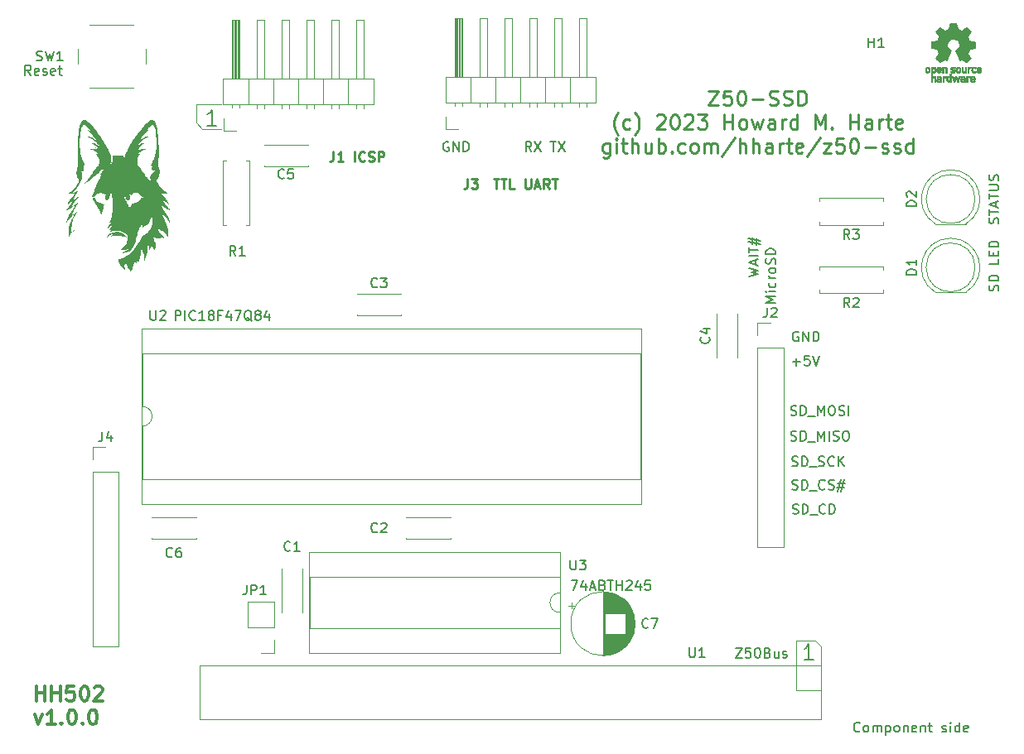
<source format=gbr>
%TF.GenerationSoftware,KiCad,Pcbnew,7.0.2*%
%TF.CreationDate,2023-05-07T14:31:41-07:00*%
%TF.ProjectId,z50-ssd,7a35302d-7373-4642-9e6b-696361645f70,rev?*%
%TF.SameCoordinates,Original*%
%TF.FileFunction,Legend,Top*%
%TF.FilePolarity,Positive*%
%FSLAX46Y46*%
G04 Gerber Fmt 4.6, Leading zero omitted, Abs format (unit mm)*
G04 Created by KiCad (PCBNEW 7.0.2) date 2023-05-07 14:31:41*
%MOMM*%
%LPD*%
G01*
G04 APERTURE LIST*
%ADD10C,0.120000*%
%ADD11C,0.150000*%
%ADD12C,0.300000*%
%ADD13C,0.250000*%
%ADD14C,0.010000*%
G04 APERTURE END LIST*
D10*
X46717500Y-62695000D02*
X46082500Y-62060000D01*
X46100000Y-62060000D02*
X46100000Y-60155000D01*
X48652500Y-62700000D02*
X46747500Y-62700000D01*
X46130000Y-60155000D02*
X48670000Y-60155000D01*
D11*
X113909523Y-124282380D02*
X113861904Y-124330000D01*
X113861904Y-124330000D02*
X113719047Y-124377619D01*
X113719047Y-124377619D02*
X113623809Y-124377619D01*
X113623809Y-124377619D02*
X113480952Y-124330000D01*
X113480952Y-124330000D02*
X113385714Y-124234761D01*
X113385714Y-124234761D02*
X113338095Y-124139523D01*
X113338095Y-124139523D02*
X113290476Y-123949047D01*
X113290476Y-123949047D02*
X113290476Y-123806190D01*
X113290476Y-123806190D02*
X113338095Y-123615714D01*
X113338095Y-123615714D02*
X113385714Y-123520476D01*
X113385714Y-123520476D02*
X113480952Y-123425238D01*
X113480952Y-123425238D02*
X113623809Y-123377619D01*
X113623809Y-123377619D02*
X113719047Y-123377619D01*
X113719047Y-123377619D02*
X113861904Y-123425238D01*
X113861904Y-123425238D02*
X113909523Y-123472857D01*
X114480952Y-124377619D02*
X114385714Y-124330000D01*
X114385714Y-124330000D02*
X114338095Y-124282380D01*
X114338095Y-124282380D02*
X114290476Y-124187142D01*
X114290476Y-124187142D02*
X114290476Y-123901428D01*
X114290476Y-123901428D02*
X114338095Y-123806190D01*
X114338095Y-123806190D02*
X114385714Y-123758571D01*
X114385714Y-123758571D02*
X114480952Y-123710952D01*
X114480952Y-123710952D02*
X114623809Y-123710952D01*
X114623809Y-123710952D02*
X114719047Y-123758571D01*
X114719047Y-123758571D02*
X114766666Y-123806190D01*
X114766666Y-123806190D02*
X114814285Y-123901428D01*
X114814285Y-123901428D02*
X114814285Y-124187142D01*
X114814285Y-124187142D02*
X114766666Y-124282380D01*
X114766666Y-124282380D02*
X114719047Y-124330000D01*
X114719047Y-124330000D02*
X114623809Y-124377619D01*
X114623809Y-124377619D02*
X114480952Y-124377619D01*
X115242857Y-124377619D02*
X115242857Y-123710952D01*
X115242857Y-123806190D02*
X115290476Y-123758571D01*
X115290476Y-123758571D02*
X115385714Y-123710952D01*
X115385714Y-123710952D02*
X115528571Y-123710952D01*
X115528571Y-123710952D02*
X115623809Y-123758571D01*
X115623809Y-123758571D02*
X115671428Y-123853809D01*
X115671428Y-123853809D02*
X115671428Y-124377619D01*
X115671428Y-123853809D02*
X115719047Y-123758571D01*
X115719047Y-123758571D02*
X115814285Y-123710952D01*
X115814285Y-123710952D02*
X115957142Y-123710952D01*
X115957142Y-123710952D02*
X116052381Y-123758571D01*
X116052381Y-123758571D02*
X116100000Y-123853809D01*
X116100000Y-123853809D02*
X116100000Y-124377619D01*
X116576190Y-123710952D02*
X116576190Y-124710952D01*
X116576190Y-123758571D02*
X116671428Y-123710952D01*
X116671428Y-123710952D02*
X116861904Y-123710952D01*
X116861904Y-123710952D02*
X116957142Y-123758571D01*
X116957142Y-123758571D02*
X117004761Y-123806190D01*
X117004761Y-123806190D02*
X117052380Y-123901428D01*
X117052380Y-123901428D02*
X117052380Y-124187142D01*
X117052380Y-124187142D02*
X117004761Y-124282380D01*
X117004761Y-124282380D02*
X116957142Y-124330000D01*
X116957142Y-124330000D02*
X116861904Y-124377619D01*
X116861904Y-124377619D02*
X116671428Y-124377619D01*
X116671428Y-124377619D02*
X116576190Y-124330000D01*
X117623809Y-124377619D02*
X117528571Y-124330000D01*
X117528571Y-124330000D02*
X117480952Y-124282380D01*
X117480952Y-124282380D02*
X117433333Y-124187142D01*
X117433333Y-124187142D02*
X117433333Y-123901428D01*
X117433333Y-123901428D02*
X117480952Y-123806190D01*
X117480952Y-123806190D02*
X117528571Y-123758571D01*
X117528571Y-123758571D02*
X117623809Y-123710952D01*
X117623809Y-123710952D02*
X117766666Y-123710952D01*
X117766666Y-123710952D02*
X117861904Y-123758571D01*
X117861904Y-123758571D02*
X117909523Y-123806190D01*
X117909523Y-123806190D02*
X117957142Y-123901428D01*
X117957142Y-123901428D02*
X117957142Y-124187142D01*
X117957142Y-124187142D02*
X117909523Y-124282380D01*
X117909523Y-124282380D02*
X117861904Y-124330000D01*
X117861904Y-124330000D02*
X117766666Y-124377619D01*
X117766666Y-124377619D02*
X117623809Y-124377619D01*
X118385714Y-123710952D02*
X118385714Y-124377619D01*
X118385714Y-123806190D02*
X118433333Y-123758571D01*
X118433333Y-123758571D02*
X118528571Y-123710952D01*
X118528571Y-123710952D02*
X118671428Y-123710952D01*
X118671428Y-123710952D02*
X118766666Y-123758571D01*
X118766666Y-123758571D02*
X118814285Y-123853809D01*
X118814285Y-123853809D02*
X118814285Y-124377619D01*
X119671428Y-124330000D02*
X119576190Y-124377619D01*
X119576190Y-124377619D02*
X119385714Y-124377619D01*
X119385714Y-124377619D02*
X119290476Y-124330000D01*
X119290476Y-124330000D02*
X119242857Y-124234761D01*
X119242857Y-124234761D02*
X119242857Y-123853809D01*
X119242857Y-123853809D02*
X119290476Y-123758571D01*
X119290476Y-123758571D02*
X119385714Y-123710952D01*
X119385714Y-123710952D02*
X119576190Y-123710952D01*
X119576190Y-123710952D02*
X119671428Y-123758571D01*
X119671428Y-123758571D02*
X119719047Y-123853809D01*
X119719047Y-123853809D02*
X119719047Y-123949047D01*
X119719047Y-123949047D02*
X119242857Y-124044285D01*
X120147619Y-123710952D02*
X120147619Y-124377619D01*
X120147619Y-123806190D02*
X120195238Y-123758571D01*
X120195238Y-123758571D02*
X120290476Y-123710952D01*
X120290476Y-123710952D02*
X120433333Y-123710952D01*
X120433333Y-123710952D02*
X120528571Y-123758571D01*
X120528571Y-123758571D02*
X120576190Y-123853809D01*
X120576190Y-123853809D02*
X120576190Y-124377619D01*
X120909524Y-123710952D02*
X121290476Y-123710952D01*
X121052381Y-123377619D02*
X121052381Y-124234761D01*
X121052381Y-124234761D02*
X121100000Y-124330000D01*
X121100000Y-124330000D02*
X121195238Y-124377619D01*
X121195238Y-124377619D02*
X121290476Y-124377619D01*
X122338096Y-124330000D02*
X122433334Y-124377619D01*
X122433334Y-124377619D02*
X122623810Y-124377619D01*
X122623810Y-124377619D02*
X122719048Y-124330000D01*
X122719048Y-124330000D02*
X122766667Y-124234761D01*
X122766667Y-124234761D02*
X122766667Y-124187142D01*
X122766667Y-124187142D02*
X122719048Y-124091904D01*
X122719048Y-124091904D02*
X122623810Y-124044285D01*
X122623810Y-124044285D02*
X122480953Y-124044285D01*
X122480953Y-124044285D02*
X122385715Y-123996666D01*
X122385715Y-123996666D02*
X122338096Y-123901428D01*
X122338096Y-123901428D02*
X122338096Y-123853809D01*
X122338096Y-123853809D02*
X122385715Y-123758571D01*
X122385715Y-123758571D02*
X122480953Y-123710952D01*
X122480953Y-123710952D02*
X122623810Y-123710952D01*
X122623810Y-123710952D02*
X122719048Y-123758571D01*
X123195239Y-124377619D02*
X123195239Y-123710952D01*
X123195239Y-123377619D02*
X123147620Y-123425238D01*
X123147620Y-123425238D02*
X123195239Y-123472857D01*
X123195239Y-123472857D02*
X123242858Y-123425238D01*
X123242858Y-123425238D02*
X123195239Y-123377619D01*
X123195239Y-123377619D02*
X123195239Y-123472857D01*
X124100000Y-124377619D02*
X124100000Y-123377619D01*
X124100000Y-124330000D02*
X124004762Y-124377619D01*
X124004762Y-124377619D02*
X123814286Y-124377619D01*
X123814286Y-124377619D02*
X123719048Y-124330000D01*
X123719048Y-124330000D02*
X123671429Y-124282380D01*
X123671429Y-124282380D02*
X123623810Y-124187142D01*
X123623810Y-124187142D02*
X123623810Y-123901428D01*
X123623810Y-123901428D02*
X123671429Y-123806190D01*
X123671429Y-123806190D02*
X123719048Y-123758571D01*
X123719048Y-123758571D02*
X123814286Y-123710952D01*
X123814286Y-123710952D02*
X124004762Y-123710952D01*
X124004762Y-123710952D02*
X124100000Y-123758571D01*
X124957143Y-124330000D02*
X124861905Y-124377619D01*
X124861905Y-124377619D02*
X124671429Y-124377619D01*
X124671429Y-124377619D02*
X124576191Y-124330000D01*
X124576191Y-124330000D02*
X124528572Y-124234761D01*
X124528572Y-124234761D02*
X124528572Y-123853809D01*
X124528572Y-123853809D02*
X124576191Y-123758571D01*
X124576191Y-123758571D02*
X124671429Y-123710952D01*
X124671429Y-123710952D02*
X124861905Y-123710952D01*
X124861905Y-123710952D02*
X124957143Y-123758571D01*
X124957143Y-123758571D02*
X125004762Y-123853809D01*
X125004762Y-123853809D02*
X125004762Y-123949047D01*
X125004762Y-123949047D02*
X124528572Y-124044285D01*
X107053333Y-102015000D02*
X107196190Y-102062619D01*
X107196190Y-102062619D02*
X107434285Y-102062619D01*
X107434285Y-102062619D02*
X107529523Y-102015000D01*
X107529523Y-102015000D02*
X107577142Y-101967380D01*
X107577142Y-101967380D02*
X107624761Y-101872142D01*
X107624761Y-101872142D02*
X107624761Y-101776904D01*
X107624761Y-101776904D02*
X107577142Y-101681666D01*
X107577142Y-101681666D02*
X107529523Y-101634047D01*
X107529523Y-101634047D02*
X107434285Y-101586428D01*
X107434285Y-101586428D02*
X107243809Y-101538809D01*
X107243809Y-101538809D02*
X107148571Y-101491190D01*
X107148571Y-101491190D02*
X107100952Y-101443571D01*
X107100952Y-101443571D02*
X107053333Y-101348333D01*
X107053333Y-101348333D02*
X107053333Y-101253095D01*
X107053333Y-101253095D02*
X107100952Y-101157857D01*
X107100952Y-101157857D02*
X107148571Y-101110238D01*
X107148571Y-101110238D02*
X107243809Y-101062619D01*
X107243809Y-101062619D02*
X107481904Y-101062619D01*
X107481904Y-101062619D02*
X107624761Y-101110238D01*
X108053333Y-102062619D02*
X108053333Y-101062619D01*
X108053333Y-101062619D02*
X108291428Y-101062619D01*
X108291428Y-101062619D02*
X108434285Y-101110238D01*
X108434285Y-101110238D02*
X108529523Y-101205476D01*
X108529523Y-101205476D02*
X108577142Y-101300714D01*
X108577142Y-101300714D02*
X108624761Y-101491190D01*
X108624761Y-101491190D02*
X108624761Y-101634047D01*
X108624761Y-101634047D02*
X108577142Y-101824523D01*
X108577142Y-101824523D02*
X108529523Y-101919761D01*
X108529523Y-101919761D02*
X108434285Y-102015000D01*
X108434285Y-102015000D02*
X108291428Y-102062619D01*
X108291428Y-102062619D02*
X108053333Y-102062619D01*
X108815238Y-102157857D02*
X109577142Y-102157857D01*
X110386666Y-101967380D02*
X110339047Y-102015000D01*
X110339047Y-102015000D02*
X110196190Y-102062619D01*
X110196190Y-102062619D02*
X110100952Y-102062619D01*
X110100952Y-102062619D02*
X109958095Y-102015000D01*
X109958095Y-102015000D02*
X109862857Y-101919761D01*
X109862857Y-101919761D02*
X109815238Y-101824523D01*
X109815238Y-101824523D02*
X109767619Y-101634047D01*
X109767619Y-101634047D02*
X109767619Y-101491190D01*
X109767619Y-101491190D02*
X109815238Y-101300714D01*
X109815238Y-101300714D02*
X109862857Y-101205476D01*
X109862857Y-101205476D02*
X109958095Y-101110238D01*
X109958095Y-101110238D02*
X110100952Y-101062619D01*
X110100952Y-101062619D02*
X110196190Y-101062619D01*
X110196190Y-101062619D02*
X110339047Y-101110238D01*
X110339047Y-101110238D02*
X110386666Y-101157857D01*
X110815238Y-102062619D02*
X110815238Y-101062619D01*
X110815238Y-101062619D02*
X111053333Y-101062619D01*
X111053333Y-101062619D02*
X111196190Y-101110238D01*
X111196190Y-101110238D02*
X111291428Y-101205476D01*
X111291428Y-101205476D02*
X111339047Y-101300714D01*
X111339047Y-101300714D02*
X111386666Y-101491190D01*
X111386666Y-101491190D02*
X111386666Y-101634047D01*
X111386666Y-101634047D02*
X111339047Y-101824523D01*
X111339047Y-101824523D02*
X111291428Y-101919761D01*
X111291428Y-101919761D02*
X111196190Y-102015000D01*
X111196190Y-102015000D02*
X111053333Y-102062619D01*
X111053333Y-102062619D02*
X110815238Y-102062619D01*
X82296095Y-63978619D02*
X82867523Y-63978619D01*
X82581809Y-64978619D02*
X82581809Y-63978619D01*
X83105619Y-63978619D02*
X83772285Y-64978619D01*
X83772285Y-63978619D02*
X83105619Y-64978619D01*
X106863810Y-91935000D02*
X107006667Y-91982619D01*
X107006667Y-91982619D02*
X107244762Y-91982619D01*
X107244762Y-91982619D02*
X107340000Y-91935000D01*
X107340000Y-91935000D02*
X107387619Y-91887380D01*
X107387619Y-91887380D02*
X107435238Y-91792142D01*
X107435238Y-91792142D02*
X107435238Y-91696904D01*
X107435238Y-91696904D02*
X107387619Y-91601666D01*
X107387619Y-91601666D02*
X107340000Y-91554047D01*
X107340000Y-91554047D02*
X107244762Y-91506428D01*
X107244762Y-91506428D02*
X107054286Y-91458809D01*
X107054286Y-91458809D02*
X106959048Y-91411190D01*
X106959048Y-91411190D02*
X106911429Y-91363571D01*
X106911429Y-91363571D02*
X106863810Y-91268333D01*
X106863810Y-91268333D02*
X106863810Y-91173095D01*
X106863810Y-91173095D02*
X106911429Y-91077857D01*
X106911429Y-91077857D02*
X106959048Y-91030238D01*
X106959048Y-91030238D02*
X107054286Y-90982619D01*
X107054286Y-90982619D02*
X107292381Y-90982619D01*
X107292381Y-90982619D02*
X107435238Y-91030238D01*
X107863810Y-91982619D02*
X107863810Y-90982619D01*
X107863810Y-90982619D02*
X108101905Y-90982619D01*
X108101905Y-90982619D02*
X108244762Y-91030238D01*
X108244762Y-91030238D02*
X108340000Y-91125476D01*
X108340000Y-91125476D02*
X108387619Y-91220714D01*
X108387619Y-91220714D02*
X108435238Y-91411190D01*
X108435238Y-91411190D02*
X108435238Y-91554047D01*
X108435238Y-91554047D02*
X108387619Y-91744523D01*
X108387619Y-91744523D02*
X108340000Y-91839761D01*
X108340000Y-91839761D02*
X108244762Y-91935000D01*
X108244762Y-91935000D02*
X108101905Y-91982619D01*
X108101905Y-91982619D02*
X107863810Y-91982619D01*
X108625715Y-92077857D02*
X109387619Y-92077857D01*
X109625715Y-91982619D02*
X109625715Y-90982619D01*
X109625715Y-90982619D02*
X109959048Y-91696904D01*
X109959048Y-91696904D02*
X110292381Y-90982619D01*
X110292381Y-90982619D02*
X110292381Y-91982619D01*
X110959048Y-90982619D02*
X111149524Y-90982619D01*
X111149524Y-90982619D02*
X111244762Y-91030238D01*
X111244762Y-91030238D02*
X111340000Y-91125476D01*
X111340000Y-91125476D02*
X111387619Y-91315952D01*
X111387619Y-91315952D02*
X111387619Y-91649285D01*
X111387619Y-91649285D02*
X111340000Y-91839761D01*
X111340000Y-91839761D02*
X111244762Y-91935000D01*
X111244762Y-91935000D02*
X111149524Y-91982619D01*
X111149524Y-91982619D02*
X110959048Y-91982619D01*
X110959048Y-91982619D02*
X110863810Y-91935000D01*
X110863810Y-91935000D02*
X110768572Y-91839761D01*
X110768572Y-91839761D02*
X110720953Y-91649285D01*
X110720953Y-91649285D02*
X110720953Y-91315952D01*
X110720953Y-91315952D02*
X110768572Y-91125476D01*
X110768572Y-91125476D02*
X110863810Y-91030238D01*
X110863810Y-91030238D02*
X110959048Y-90982619D01*
X111768572Y-91935000D02*
X111911429Y-91982619D01*
X111911429Y-91982619D02*
X112149524Y-91982619D01*
X112149524Y-91982619D02*
X112244762Y-91935000D01*
X112244762Y-91935000D02*
X112292381Y-91887380D01*
X112292381Y-91887380D02*
X112340000Y-91792142D01*
X112340000Y-91792142D02*
X112340000Y-91696904D01*
X112340000Y-91696904D02*
X112292381Y-91601666D01*
X112292381Y-91601666D02*
X112244762Y-91554047D01*
X112244762Y-91554047D02*
X112149524Y-91506428D01*
X112149524Y-91506428D02*
X111959048Y-91458809D01*
X111959048Y-91458809D02*
X111863810Y-91411190D01*
X111863810Y-91411190D02*
X111816191Y-91363571D01*
X111816191Y-91363571D02*
X111768572Y-91268333D01*
X111768572Y-91268333D02*
X111768572Y-91173095D01*
X111768572Y-91173095D02*
X111816191Y-91077857D01*
X111816191Y-91077857D02*
X111863810Y-91030238D01*
X111863810Y-91030238D02*
X111959048Y-90982619D01*
X111959048Y-90982619D02*
X112197143Y-90982619D01*
X112197143Y-90982619D02*
X112340000Y-91030238D01*
X112768572Y-91982619D02*
X112768572Y-90982619D01*
D12*
X29757139Y-121166410D02*
X29757139Y-119666410D01*
X29757139Y-120380696D02*
X30614282Y-120380696D01*
X30614282Y-121166410D02*
X30614282Y-119666410D01*
X31328568Y-121166410D02*
X31328568Y-119666410D01*
X31328568Y-120380696D02*
X32185711Y-120380696D01*
X32185711Y-121166410D02*
X32185711Y-119666410D01*
X33614283Y-119666410D02*
X32899997Y-119666410D01*
X32899997Y-119666410D02*
X32828569Y-120380696D01*
X32828569Y-120380696D02*
X32899997Y-120309267D01*
X32899997Y-120309267D02*
X33042855Y-120237839D01*
X33042855Y-120237839D02*
X33399997Y-120237839D01*
X33399997Y-120237839D02*
X33542855Y-120309267D01*
X33542855Y-120309267D02*
X33614283Y-120380696D01*
X33614283Y-120380696D02*
X33685712Y-120523553D01*
X33685712Y-120523553D02*
X33685712Y-120880696D01*
X33685712Y-120880696D02*
X33614283Y-121023553D01*
X33614283Y-121023553D02*
X33542855Y-121094982D01*
X33542855Y-121094982D02*
X33399997Y-121166410D01*
X33399997Y-121166410D02*
X33042855Y-121166410D01*
X33042855Y-121166410D02*
X32899997Y-121094982D01*
X32899997Y-121094982D02*
X32828569Y-121023553D01*
X34614283Y-119666410D02*
X34757140Y-119666410D01*
X34757140Y-119666410D02*
X34899997Y-119737839D01*
X34899997Y-119737839D02*
X34971426Y-119809267D01*
X34971426Y-119809267D02*
X35042854Y-119952124D01*
X35042854Y-119952124D02*
X35114283Y-120237839D01*
X35114283Y-120237839D02*
X35114283Y-120594982D01*
X35114283Y-120594982D02*
X35042854Y-120880696D01*
X35042854Y-120880696D02*
X34971426Y-121023553D01*
X34971426Y-121023553D02*
X34899997Y-121094982D01*
X34899997Y-121094982D02*
X34757140Y-121166410D01*
X34757140Y-121166410D02*
X34614283Y-121166410D01*
X34614283Y-121166410D02*
X34471426Y-121094982D01*
X34471426Y-121094982D02*
X34399997Y-121023553D01*
X34399997Y-121023553D02*
X34328568Y-120880696D01*
X34328568Y-120880696D02*
X34257140Y-120594982D01*
X34257140Y-120594982D02*
X34257140Y-120237839D01*
X34257140Y-120237839D02*
X34328568Y-119952124D01*
X34328568Y-119952124D02*
X34399997Y-119809267D01*
X34399997Y-119809267D02*
X34471426Y-119737839D01*
X34471426Y-119737839D02*
X34614283Y-119666410D01*
X35685711Y-119809267D02*
X35757139Y-119737839D01*
X35757139Y-119737839D02*
X35899997Y-119666410D01*
X35899997Y-119666410D02*
X36257139Y-119666410D01*
X36257139Y-119666410D02*
X36399997Y-119737839D01*
X36399997Y-119737839D02*
X36471425Y-119809267D01*
X36471425Y-119809267D02*
X36542854Y-119952124D01*
X36542854Y-119952124D02*
X36542854Y-120094982D01*
X36542854Y-120094982D02*
X36471425Y-120309267D01*
X36471425Y-120309267D02*
X35614282Y-121166410D01*
X35614282Y-121166410D02*
X36542854Y-121166410D01*
X29614282Y-122596410D02*
X29971425Y-123596410D01*
X29971425Y-123596410D02*
X30328568Y-122596410D01*
X31685711Y-123596410D02*
X30828568Y-123596410D01*
X31257139Y-123596410D02*
X31257139Y-122096410D01*
X31257139Y-122096410D02*
X31114282Y-122310696D01*
X31114282Y-122310696D02*
X30971425Y-122453553D01*
X30971425Y-122453553D02*
X30828568Y-122524982D01*
X32328567Y-123453553D02*
X32399996Y-123524982D01*
X32399996Y-123524982D02*
X32328567Y-123596410D01*
X32328567Y-123596410D02*
X32257139Y-123524982D01*
X32257139Y-123524982D02*
X32328567Y-123453553D01*
X32328567Y-123453553D02*
X32328567Y-123596410D01*
X33328568Y-122096410D02*
X33471425Y-122096410D01*
X33471425Y-122096410D02*
X33614282Y-122167839D01*
X33614282Y-122167839D02*
X33685711Y-122239267D01*
X33685711Y-122239267D02*
X33757139Y-122382124D01*
X33757139Y-122382124D02*
X33828568Y-122667839D01*
X33828568Y-122667839D02*
X33828568Y-123024982D01*
X33828568Y-123024982D02*
X33757139Y-123310696D01*
X33757139Y-123310696D02*
X33685711Y-123453553D01*
X33685711Y-123453553D02*
X33614282Y-123524982D01*
X33614282Y-123524982D02*
X33471425Y-123596410D01*
X33471425Y-123596410D02*
X33328568Y-123596410D01*
X33328568Y-123596410D02*
X33185711Y-123524982D01*
X33185711Y-123524982D02*
X33114282Y-123453553D01*
X33114282Y-123453553D02*
X33042853Y-123310696D01*
X33042853Y-123310696D02*
X32971425Y-123024982D01*
X32971425Y-123024982D02*
X32971425Y-122667839D01*
X32971425Y-122667839D02*
X33042853Y-122382124D01*
X33042853Y-122382124D02*
X33114282Y-122239267D01*
X33114282Y-122239267D02*
X33185711Y-122167839D01*
X33185711Y-122167839D02*
X33328568Y-122096410D01*
X34471424Y-123453553D02*
X34542853Y-123524982D01*
X34542853Y-123524982D02*
X34471424Y-123596410D01*
X34471424Y-123596410D02*
X34399996Y-123524982D01*
X34399996Y-123524982D02*
X34471424Y-123453553D01*
X34471424Y-123453553D02*
X34471424Y-123596410D01*
X35471425Y-122096410D02*
X35614282Y-122096410D01*
X35614282Y-122096410D02*
X35757139Y-122167839D01*
X35757139Y-122167839D02*
X35828568Y-122239267D01*
X35828568Y-122239267D02*
X35899996Y-122382124D01*
X35899996Y-122382124D02*
X35971425Y-122667839D01*
X35971425Y-122667839D02*
X35971425Y-123024982D01*
X35971425Y-123024982D02*
X35899996Y-123310696D01*
X35899996Y-123310696D02*
X35828568Y-123453553D01*
X35828568Y-123453553D02*
X35757139Y-123524982D01*
X35757139Y-123524982D02*
X35614282Y-123596410D01*
X35614282Y-123596410D02*
X35471425Y-123596410D01*
X35471425Y-123596410D02*
X35328568Y-123524982D01*
X35328568Y-123524982D02*
X35257139Y-123453553D01*
X35257139Y-123453553D02*
X35185710Y-123310696D01*
X35185710Y-123310696D02*
X35114282Y-123024982D01*
X35114282Y-123024982D02*
X35114282Y-122667839D01*
X35114282Y-122667839D02*
X35185710Y-122382124D01*
X35185710Y-122382124D02*
X35257139Y-122239267D01*
X35257139Y-122239267D02*
X35328568Y-122167839D01*
X35328568Y-122167839D02*
X35471425Y-122096410D01*
D11*
X107054286Y-86501666D02*
X107816191Y-86501666D01*
X107435238Y-86882619D02*
X107435238Y-86120714D01*
X108768571Y-85882619D02*
X108292381Y-85882619D01*
X108292381Y-85882619D02*
X108244762Y-86358809D01*
X108244762Y-86358809D02*
X108292381Y-86311190D01*
X108292381Y-86311190D02*
X108387619Y-86263571D01*
X108387619Y-86263571D02*
X108625714Y-86263571D01*
X108625714Y-86263571D02*
X108720952Y-86311190D01*
X108720952Y-86311190D02*
X108768571Y-86358809D01*
X108768571Y-86358809D02*
X108816190Y-86454047D01*
X108816190Y-86454047D02*
X108816190Y-86692142D01*
X108816190Y-86692142D02*
X108768571Y-86787380D01*
X108768571Y-86787380D02*
X108720952Y-86835000D01*
X108720952Y-86835000D02*
X108625714Y-86882619D01*
X108625714Y-86882619D02*
X108387619Y-86882619D01*
X108387619Y-86882619D02*
X108292381Y-86835000D01*
X108292381Y-86835000D02*
X108244762Y-86787380D01*
X109101905Y-85882619D02*
X109435238Y-86882619D01*
X109435238Y-86882619D02*
X109768571Y-85882619D01*
X80351333Y-64978619D02*
X80018000Y-64502428D01*
X79779905Y-64978619D02*
X79779905Y-63978619D01*
X79779905Y-63978619D02*
X80160857Y-63978619D01*
X80160857Y-63978619D02*
X80256095Y-64026238D01*
X80256095Y-64026238D02*
X80303714Y-64073857D01*
X80303714Y-64073857D02*
X80351333Y-64169095D01*
X80351333Y-64169095D02*
X80351333Y-64311952D01*
X80351333Y-64311952D02*
X80303714Y-64407190D01*
X80303714Y-64407190D02*
X80256095Y-64454809D01*
X80256095Y-64454809D02*
X80160857Y-64502428D01*
X80160857Y-64502428D02*
X79779905Y-64502428D01*
X80684667Y-63978619D02*
X81351333Y-64978619D01*
X81351333Y-63978619D02*
X80684667Y-64978619D01*
X102552619Y-77786189D02*
X103552619Y-77548094D01*
X103552619Y-77548094D02*
X102838333Y-77357618D01*
X102838333Y-77357618D02*
X103552619Y-77167142D01*
X103552619Y-77167142D02*
X102552619Y-76929047D01*
X103266904Y-76595713D02*
X103266904Y-76119523D01*
X103552619Y-76690951D02*
X102552619Y-76357618D01*
X102552619Y-76357618D02*
X103552619Y-76024285D01*
X103552619Y-75690951D02*
X102552619Y-75690951D01*
X102552619Y-75357618D02*
X102552619Y-74786190D01*
X103552619Y-75071904D02*
X102552619Y-75071904D01*
X102885952Y-74500475D02*
X102885952Y-73786190D01*
X102457380Y-74214761D02*
X103743095Y-74500475D01*
X103314523Y-73881428D02*
X103314523Y-74595713D01*
X103743095Y-74167142D02*
X102457380Y-73881428D01*
D13*
X62277810Y-65994619D02*
X62277810Y-64994619D01*
X63325428Y-65899380D02*
X63277809Y-65947000D01*
X63277809Y-65947000D02*
X63134952Y-65994619D01*
X63134952Y-65994619D02*
X63039714Y-65994619D01*
X63039714Y-65994619D02*
X62896857Y-65947000D01*
X62896857Y-65947000D02*
X62801619Y-65851761D01*
X62801619Y-65851761D02*
X62754000Y-65756523D01*
X62754000Y-65756523D02*
X62706381Y-65566047D01*
X62706381Y-65566047D02*
X62706381Y-65423190D01*
X62706381Y-65423190D02*
X62754000Y-65232714D01*
X62754000Y-65232714D02*
X62801619Y-65137476D01*
X62801619Y-65137476D02*
X62896857Y-65042238D01*
X62896857Y-65042238D02*
X63039714Y-64994619D01*
X63039714Y-64994619D02*
X63134952Y-64994619D01*
X63134952Y-64994619D02*
X63277809Y-65042238D01*
X63277809Y-65042238D02*
X63325428Y-65089857D01*
X63706381Y-65947000D02*
X63849238Y-65994619D01*
X63849238Y-65994619D02*
X64087333Y-65994619D01*
X64087333Y-65994619D02*
X64182571Y-65947000D01*
X64182571Y-65947000D02*
X64230190Y-65899380D01*
X64230190Y-65899380D02*
X64277809Y-65804142D01*
X64277809Y-65804142D02*
X64277809Y-65708904D01*
X64277809Y-65708904D02*
X64230190Y-65613666D01*
X64230190Y-65613666D02*
X64182571Y-65566047D01*
X64182571Y-65566047D02*
X64087333Y-65518428D01*
X64087333Y-65518428D02*
X63896857Y-65470809D01*
X63896857Y-65470809D02*
X63801619Y-65423190D01*
X63801619Y-65423190D02*
X63754000Y-65375571D01*
X63754000Y-65375571D02*
X63706381Y-65280333D01*
X63706381Y-65280333D02*
X63706381Y-65185095D01*
X63706381Y-65185095D02*
X63754000Y-65089857D01*
X63754000Y-65089857D02*
X63801619Y-65042238D01*
X63801619Y-65042238D02*
X63896857Y-64994619D01*
X63896857Y-64994619D02*
X64134952Y-64994619D01*
X64134952Y-64994619D02*
X64277809Y-65042238D01*
X64706381Y-65994619D02*
X64706381Y-64994619D01*
X64706381Y-64994619D02*
X65087333Y-64994619D01*
X65087333Y-64994619D02*
X65182571Y-65042238D01*
X65182571Y-65042238D02*
X65230190Y-65089857D01*
X65230190Y-65089857D02*
X65277809Y-65185095D01*
X65277809Y-65185095D02*
X65277809Y-65327952D01*
X65277809Y-65327952D02*
X65230190Y-65423190D01*
X65230190Y-65423190D02*
X65182571Y-65470809D01*
X65182571Y-65470809D02*
X65087333Y-65518428D01*
X65087333Y-65518428D02*
X64706381Y-65518428D01*
X76470285Y-67788619D02*
X77041713Y-67788619D01*
X76755999Y-68788619D02*
X76755999Y-67788619D01*
X77232190Y-67788619D02*
X77803618Y-67788619D01*
X77517904Y-68788619D02*
X77517904Y-67788619D01*
X78613142Y-68788619D02*
X78136952Y-68788619D01*
X78136952Y-68788619D02*
X78136952Y-67788619D01*
X79708381Y-67788619D02*
X79708381Y-68598142D01*
X79708381Y-68598142D02*
X79756000Y-68693380D01*
X79756000Y-68693380D02*
X79803619Y-68741000D01*
X79803619Y-68741000D02*
X79898857Y-68788619D01*
X79898857Y-68788619D02*
X80089333Y-68788619D01*
X80089333Y-68788619D02*
X80184571Y-68741000D01*
X80184571Y-68741000D02*
X80232190Y-68693380D01*
X80232190Y-68693380D02*
X80279809Y-68598142D01*
X80279809Y-68598142D02*
X80279809Y-67788619D01*
X80708381Y-68502904D02*
X81184571Y-68502904D01*
X80613143Y-68788619D02*
X80946476Y-67788619D01*
X80946476Y-67788619D02*
X81279809Y-68788619D01*
X82184571Y-68788619D02*
X81851238Y-68312428D01*
X81613143Y-68788619D02*
X81613143Y-67788619D01*
X81613143Y-67788619D02*
X81994095Y-67788619D01*
X81994095Y-67788619D02*
X82089333Y-67836238D01*
X82089333Y-67836238D02*
X82136952Y-67883857D01*
X82136952Y-67883857D02*
X82184571Y-67979095D01*
X82184571Y-67979095D02*
X82184571Y-68121952D01*
X82184571Y-68121952D02*
X82136952Y-68217190D01*
X82136952Y-68217190D02*
X82089333Y-68264809D01*
X82089333Y-68264809D02*
X81994095Y-68312428D01*
X81994095Y-68312428D02*
X81613143Y-68312428D01*
X82470286Y-67788619D02*
X83041714Y-67788619D01*
X82756000Y-68788619D02*
X82756000Y-67788619D01*
D11*
X105302619Y-80458094D02*
X104302619Y-80458094D01*
X104302619Y-80458094D02*
X105016904Y-80124761D01*
X105016904Y-80124761D02*
X104302619Y-79791428D01*
X104302619Y-79791428D02*
X105302619Y-79791428D01*
X105302619Y-79315237D02*
X104635952Y-79315237D01*
X104302619Y-79315237D02*
X104350238Y-79362856D01*
X104350238Y-79362856D02*
X104397857Y-79315237D01*
X104397857Y-79315237D02*
X104350238Y-79267618D01*
X104350238Y-79267618D02*
X104302619Y-79315237D01*
X104302619Y-79315237D02*
X104397857Y-79315237D01*
X105255000Y-78410476D02*
X105302619Y-78505714D01*
X105302619Y-78505714D02*
X105302619Y-78696190D01*
X105302619Y-78696190D02*
X105255000Y-78791428D01*
X105255000Y-78791428D02*
X105207380Y-78839047D01*
X105207380Y-78839047D02*
X105112142Y-78886666D01*
X105112142Y-78886666D02*
X104826428Y-78886666D01*
X104826428Y-78886666D02*
X104731190Y-78839047D01*
X104731190Y-78839047D02*
X104683571Y-78791428D01*
X104683571Y-78791428D02*
X104635952Y-78696190D01*
X104635952Y-78696190D02*
X104635952Y-78505714D01*
X104635952Y-78505714D02*
X104683571Y-78410476D01*
X105302619Y-77981904D02*
X104635952Y-77981904D01*
X104826428Y-77981904D02*
X104731190Y-77934285D01*
X104731190Y-77934285D02*
X104683571Y-77886666D01*
X104683571Y-77886666D02*
X104635952Y-77791428D01*
X104635952Y-77791428D02*
X104635952Y-77696190D01*
X105302619Y-77219999D02*
X105255000Y-77315237D01*
X105255000Y-77315237D02*
X105207380Y-77362856D01*
X105207380Y-77362856D02*
X105112142Y-77410475D01*
X105112142Y-77410475D02*
X104826428Y-77410475D01*
X104826428Y-77410475D02*
X104731190Y-77362856D01*
X104731190Y-77362856D02*
X104683571Y-77315237D01*
X104683571Y-77315237D02*
X104635952Y-77219999D01*
X104635952Y-77219999D02*
X104635952Y-77077142D01*
X104635952Y-77077142D02*
X104683571Y-76981904D01*
X104683571Y-76981904D02*
X104731190Y-76934285D01*
X104731190Y-76934285D02*
X104826428Y-76886666D01*
X104826428Y-76886666D02*
X105112142Y-76886666D01*
X105112142Y-76886666D02*
X105207380Y-76934285D01*
X105207380Y-76934285D02*
X105255000Y-76981904D01*
X105255000Y-76981904D02*
X105302619Y-77077142D01*
X105302619Y-77077142D02*
X105302619Y-77219999D01*
X105255000Y-76505713D02*
X105302619Y-76362856D01*
X105302619Y-76362856D02*
X105302619Y-76124761D01*
X105302619Y-76124761D02*
X105255000Y-76029523D01*
X105255000Y-76029523D02*
X105207380Y-75981904D01*
X105207380Y-75981904D02*
X105112142Y-75934285D01*
X105112142Y-75934285D02*
X105016904Y-75934285D01*
X105016904Y-75934285D02*
X104921666Y-75981904D01*
X104921666Y-75981904D02*
X104874047Y-76029523D01*
X104874047Y-76029523D02*
X104826428Y-76124761D01*
X104826428Y-76124761D02*
X104778809Y-76315237D01*
X104778809Y-76315237D02*
X104731190Y-76410475D01*
X104731190Y-76410475D02*
X104683571Y-76458094D01*
X104683571Y-76458094D02*
X104588333Y-76505713D01*
X104588333Y-76505713D02*
X104493095Y-76505713D01*
X104493095Y-76505713D02*
X104397857Y-76458094D01*
X104397857Y-76458094D02*
X104350238Y-76410475D01*
X104350238Y-76410475D02*
X104302619Y-76315237D01*
X104302619Y-76315237D02*
X104302619Y-76077142D01*
X104302619Y-76077142D02*
X104350238Y-75934285D01*
X105302619Y-75505713D02*
X104302619Y-75505713D01*
X104302619Y-75505713D02*
X104302619Y-75267618D01*
X104302619Y-75267618D02*
X104350238Y-75124761D01*
X104350238Y-75124761D02*
X104445476Y-75029523D01*
X104445476Y-75029523D02*
X104540714Y-74981904D01*
X104540714Y-74981904D02*
X104731190Y-74934285D01*
X104731190Y-74934285D02*
X104874047Y-74934285D01*
X104874047Y-74934285D02*
X105064523Y-74981904D01*
X105064523Y-74981904D02*
X105159761Y-75029523D01*
X105159761Y-75029523D02*
X105255000Y-75124761D01*
X105255000Y-75124761D02*
X105302619Y-75267618D01*
X105302619Y-75267618D02*
X105302619Y-75505713D01*
X43958476Y-82250619D02*
X43958476Y-81250619D01*
X43958476Y-81250619D02*
X44339428Y-81250619D01*
X44339428Y-81250619D02*
X44434666Y-81298238D01*
X44434666Y-81298238D02*
X44482285Y-81345857D01*
X44482285Y-81345857D02*
X44529904Y-81441095D01*
X44529904Y-81441095D02*
X44529904Y-81583952D01*
X44529904Y-81583952D02*
X44482285Y-81679190D01*
X44482285Y-81679190D02*
X44434666Y-81726809D01*
X44434666Y-81726809D02*
X44339428Y-81774428D01*
X44339428Y-81774428D02*
X43958476Y-81774428D01*
X44958476Y-82250619D02*
X44958476Y-81250619D01*
X46006094Y-82155380D02*
X45958475Y-82203000D01*
X45958475Y-82203000D02*
X45815618Y-82250619D01*
X45815618Y-82250619D02*
X45720380Y-82250619D01*
X45720380Y-82250619D02*
X45577523Y-82203000D01*
X45577523Y-82203000D02*
X45482285Y-82107761D01*
X45482285Y-82107761D02*
X45434666Y-82012523D01*
X45434666Y-82012523D02*
X45387047Y-81822047D01*
X45387047Y-81822047D02*
X45387047Y-81679190D01*
X45387047Y-81679190D02*
X45434666Y-81488714D01*
X45434666Y-81488714D02*
X45482285Y-81393476D01*
X45482285Y-81393476D02*
X45577523Y-81298238D01*
X45577523Y-81298238D02*
X45720380Y-81250619D01*
X45720380Y-81250619D02*
X45815618Y-81250619D01*
X45815618Y-81250619D02*
X45958475Y-81298238D01*
X45958475Y-81298238D02*
X46006094Y-81345857D01*
X46958475Y-82250619D02*
X46387047Y-82250619D01*
X46672761Y-82250619D02*
X46672761Y-81250619D01*
X46672761Y-81250619D02*
X46577523Y-81393476D01*
X46577523Y-81393476D02*
X46482285Y-81488714D01*
X46482285Y-81488714D02*
X46387047Y-81536333D01*
X47529904Y-81679190D02*
X47434666Y-81631571D01*
X47434666Y-81631571D02*
X47387047Y-81583952D01*
X47387047Y-81583952D02*
X47339428Y-81488714D01*
X47339428Y-81488714D02*
X47339428Y-81441095D01*
X47339428Y-81441095D02*
X47387047Y-81345857D01*
X47387047Y-81345857D02*
X47434666Y-81298238D01*
X47434666Y-81298238D02*
X47529904Y-81250619D01*
X47529904Y-81250619D02*
X47720380Y-81250619D01*
X47720380Y-81250619D02*
X47815618Y-81298238D01*
X47815618Y-81298238D02*
X47863237Y-81345857D01*
X47863237Y-81345857D02*
X47910856Y-81441095D01*
X47910856Y-81441095D02*
X47910856Y-81488714D01*
X47910856Y-81488714D02*
X47863237Y-81583952D01*
X47863237Y-81583952D02*
X47815618Y-81631571D01*
X47815618Y-81631571D02*
X47720380Y-81679190D01*
X47720380Y-81679190D02*
X47529904Y-81679190D01*
X47529904Y-81679190D02*
X47434666Y-81726809D01*
X47434666Y-81726809D02*
X47387047Y-81774428D01*
X47387047Y-81774428D02*
X47339428Y-81869666D01*
X47339428Y-81869666D02*
X47339428Y-82060142D01*
X47339428Y-82060142D02*
X47387047Y-82155380D01*
X47387047Y-82155380D02*
X47434666Y-82203000D01*
X47434666Y-82203000D02*
X47529904Y-82250619D01*
X47529904Y-82250619D02*
X47720380Y-82250619D01*
X47720380Y-82250619D02*
X47815618Y-82203000D01*
X47815618Y-82203000D02*
X47863237Y-82155380D01*
X47863237Y-82155380D02*
X47910856Y-82060142D01*
X47910856Y-82060142D02*
X47910856Y-81869666D01*
X47910856Y-81869666D02*
X47863237Y-81774428D01*
X47863237Y-81774428D02*
X47815618Y-81726809D01*
X47815618Y-81726809D02*
X47720380Y-81679190D01*
X48672761Y-81726809D02*
X48339428Y-81726809D01*
X48339428Y-82250619D02*
X48339428Y-81250619D01*
X48339428Y-81250619D02*
X48815618Y-81250619D01*
X49625142Y-81583952D02*
X49625142Y-82250619D01*
X49387047Y-81203000D02*
X49148952Y-81917285D01*
X49148952Y-81917285D02*
X49767999Y-81917285D01*
X50053714Y-81250619D02*
X50720380Y-81250619D01*
X50720380Y-81250619D02*
X50291809Y-82250619D01*
X51767999Y-82345857D02*
X51672761Y-82298238D01*
X51672761Y-82298238D02*
X51577523Y-82203000D01*
X51577523Y-82203000D02*
X51434666Y-82060142D01*
X51434666Y-82060142D02*
X51339428Y-82012523D01*
X51339428Y-82012523D02*
X51244190Y-82012523D01*
X51291809Y-82250619D02*
X51196571Y-82203000D01*
X51196571Y-82203000D02*
X51101333Y-82107761D01*
X51101333Y-82107761D02*
X51053714Y-81917285D01*
X51053714Y-81917285D02*
X51053714Y-81583952D01*
X51053714Y-81583952D02*
X51101333Y-81393476D01*
X51101333Y-81393476D02*
X51196571Y-81298238D01*
X51196571Y-81298238D02*
X51291809Y-81250619D01*
X51291809Y-81250619D02*
X51482285Y-81250619D01*
X51482285Y-81250619D02*
X51577523Y-81298238D01*
X51577523Y-81298238D02*
X51672761Y-81393476D01*
X51672761Y-81393476D02*
X51720380Y-81583952D01*
X51720380Y-81583952D02*
X51720380Y-81917285D01*
X51720380Y-81917285D02*
X51672761Y-82107761D01*
X51672761Y-82107761D02*
X51577523Y-82203000D01*
X51577523Y-82203000D02*
X51482285Y-82250619D01*
X51482285Y-82250619D02*
X51291809Y-82250619D01*
X52291809Y-81679190D02*
X52196571Y-81631571D01*
X52196571Y-81631571D02*
X52148952Y-81583952D01*
X52148952Y-81583952D02*
X52101333Y-81488714D01*
X52101333Y-81488714D02*
X52101333Y-81441095D01*
X52101333Y-81441095D02*
X52148952Y-81345857D01*
X52148952Y-81345857D02*
X52196571Y-81298238D01*
X52196571Y-81298238D02*
X52291809Y-81250619D01*
X52291809Y-81250619D02*
X52482285Y-81250619D01*
X52482285Y-81250619D02*
X52577523Y-81298238D01*
X52577523Y-81298238D02*
X52625142Y-81345857D01*
X52625142Y-81345857D02*
X52672761Y-81441095D01*
X52672761Y-81441095D02*
X52672761Y-81488714D01*
X52672761Y-81488714D02*
X52625142Y-81583952D01*
X52625142Y-81583952D02*
X52577523Y-81631571D01*
X52577523Y-81631571D02*
X52482285Y-81679190D01*
X52482285Y-81679190D02*
X52291809Y-81679190D01*
X52291809Y-81679190D02*
X52196571Y-81726809D01*
X52196571Y-81726809D02*
X52148952Y-81774428D01*
X52148952Y-81774428D02*
X52101333Y-81869666D01*
X52101333Y-81869666D02*
X52101333Y-82060142D01*
X52101333Y-82060142D02*
X52148952Y-82155380D01*
X52148952Y-82155380D02*
X52196571Y-82203000D01*
X52196571Y-82203000D02*
X52291809Y-82250619D01*
X52291809Y-82250619D02*
X52482285Y-82250619D01*
X52482285Y-82250619D02*
X52577523Y-82203000D01*
X52577523Y-82203000D02*
X52625142Y-82155380D01*
X52625142Y-82155380D02*
X52672761Y-82060142D01*
X52672761Y-82060142D02*
X52672761Y-81869666D01*
X52672761Y-81869666D02*
X52625142Y-81774428D01*
X52625142Y-81774428D02*
X52577523Y-81726809D01*
X52577523Y-81726809D02*
X52482285Y-81679190D01*
X53529904Y-81583952D02*
X53529904Y-82250619D01*
X53291809Y-81203000D02*
X53053714Y-81917285D01*
X53053714Y-81917285D02*
X53672761Y-81917285D01*
X84428571Y-108862619D02*
X85095237Y-108862619D01*
X85095237Y-108862619D02*
X84666666Y-109862619D01*
X85904761Y-109195952D02*
X85904761Y-109862619D01*
X85666666Y-108815000D02*
X85428571Y-109529285D01*
X85428571Y-109529285D02*
X86047618Y-109529285D01*
X86380952Y-109576904D02*
X86857142Y-109576904D01*
X86285714Y-109862619D02*
X86619047Y-108862619D01*
X86619047Y-108862619D02*
X86952380Y-109862619D01*
X87619047Y-109338809D02*
X87761904Y-109386428D01*
X87761904Y-109386428D02*
X87809523Y-109434047D01*
X87809523Y-109434047D02*
X87857142Y-109529285D01*
X87857142Y-109529285D02*
X87857142Y-109672142D01*
X87857142Y-109672142D02*
X87809523Y-109767380D01*
X87809523Y-109767380D02*
X87761904Y-109815000D01*
X87761904Y-109815000D02*
X87666666Y-109862619D01*
X87666666Y-109862619D02*
X87285714Y-109862619D01*
X87285714Y-109862619D02*
X87285714Y-108862619D01*
X87285714Y-108862619D02*
X87619047Y-108862619D01*
X87619047Y-108862619D02*
X87714285Y-108910238D01*
X87714285Y-108910238D02*
X87761904Y-108957857D01*
X87761904Y-108957857D02*
X87809523Y-109053095D01*
X87809523Y-109053095D02*
X87809523Y-109148333D01*
X87809523Y-109148333D02*
X87761904Y-109243571D01*
X87761904Y-109243571D02*
X87714285Y-109291190D01*
X87714285Y-109291190D02*
X87619047Y-109338809D01*
X87619047Y-109338809D02*
X87285714Y-109338809D01*
X88142857Y-108862619D02*
X88714285Y-108862619D01*
X88428571Y-109862619D02*
X88428571Y-108862619D01*
X89047619Y-109862619D02*
X89047619Y-108862619D01*
X89047619Y-109338809D02*
X89619047Y-109338809D01*
X89619047Y-109862619D02*
X89619047Y-108862619D01*
X90047619Y-108957857D02*
X90095238Y-108910238D01*
X90095238Y-108910238D02*
X90190476Y-108862619D01*
X90190476Y-108862619D02*
X90428571Y-108862619D01*
X90428571Y-108862619D02*
X90523809Y-108910238D01*
X90523809Y-108910238D02*
X90571428Y-108957857D01*
X90571428Y-108957857D02*
X90619047Y-109053095D01*
X90619047Y-109053095D02*
X90619047Y-109148333D01*
X90619047Y-109148333D02*
X90571428Y-109291190D01*
X90571428Y-109291190D02*
X90000000Y-109862619D01*
X90000000Y-109862619D02*
X90619047Y-109862619D01*
X91476190Y-109195952D02*
X91476190Y-109862619D01*
X91238095Y-108815000D02*
X91000000Y-109529285D01*
X91000000Y-109529285D02*
X91619047Y-109529285D01*
X92476190Y-108862619D02*
X92000000Y-108862619D01*
X92000000Y-108862619D02*
X91952381Y-109338809D01*
X91952381Y-109338809D02*
X92000000Y-109291190D01*
X92000000Y-109291190D02*
X92095238Y-109243571D01*
X92095238Y-109243571D02*
X92333333Y-109243571D01*
X92333333Y-109243571D02*
X92428571Y-109291190D01*
X92428571Y-109291190D02*
X92476190Y-109338809D01*
X92476190Y-109338809D02*
X92523809Y-109434047D01*
X92523809Y-109434047D02*
X92523809Y-109672142D01*
X92523809Y-109672142D02*
X92476190Y-109767380D01*
X92476190Y-109767380D02*
X92428571Y-109815000D01*
X92428571Y-109815000D02*
X92333333Y-109862619D01*
X92333333Y-109862619D02*
X92095238Y-109862619D01*
X92095238Y-109862619D02*
X92000000Y-109815000D01*
X92000000Y-109815000D02*
X91952381Y-109767380D01*
X107632095Y-83449238D02*
X107536857Y-83401619D01*
X107536857Y-83401619D02*
X107394000Y-83401619D01*
X107394000Y-83401619D02*
X107251143Y-83449238D01*
X107251143Y-83449238D02*
X107155905Y-83544476D01*
X107155905Y-83544476D02*
X107108286Y-83639714D01*
X107108286Y-83639714D02*
X107060667Y-83830190D01*
X107060667Y-83830190D02*
X107060667Y-83973047D01*
X107060667Y-83973047D02*
X107108286Y-84163523D01*
X107108286Y-84163523D02*
X107155905Y-84258761D01*
X107155905Y-84258761D02*
X107251143Y-84354000D01*
X107251143Y-84354000D02*
X107394000Y-84401619D01*
X107394000Y-84401619D02*
X107489238Y-84401619D01*
X107489238Y-84401619D02*
X107632095Y-84354000D01*
X107632095Y-84354000D02*
X107679714Y-84306380D01*
X107679714Y-84306380D02*
X107679714Y-83973047D01*
X107679714Y-83973047D02*
X107489238Y-83973047D01*
X108108286Y-84401619D02*
X108108286Y-83401619D01*
X108108286Y-83401619D02*
X108679714Y-84401619D01*
X108679714Y-84401619D02*
X108679714Y-83401619D01*
X109155905Y-84401619D02*
X109155905Y-83401619D01*
X109155905Y-83401619D02*
X109394000Y-83401619D01*
X109394000Y-83401619D02*
X109536857Y-83449238D01*
X109536857Y-83449238D02*
X109632095Y-83544476D01*
X109632095Y-83544476D02*
X109679714Y-83639714D01*
X109679714Y-83639714D02*
X109727333Y-83830190D01*
X109727333Y-83830190D02*
X109727333Y-83973047D01*
X109727333Y-83973047D02*
X109679714Y-84163523D01*
X109679714Y-84163523D02*
X109632095Y-84258761D01*
X109632095Y-84258761D02*
X109536857Y-84354000D01*
X109536857Y-84354000D02*
X109394000Y-84401619D01*
X109394000Y-84401619D02*
X109155905Y-84401619D01*
X106997143Y-99535000D02*
X107140000Y-99582619D01*
X107140000Y-99582619D02*
X107378095Y-99582619D01*
X107378095Y-99582619D02*
X107473333Y-99535000D01*
X107473333Y-99535000D02*
X107520952Y-99487380D01*
X107520952Y-99487380D02*
X107568571Y-99392142D01*
X107568571Y-99392142D02*
X107568571Y-99296904D01*
X107568571Y-99296904D02*
X107520952Y-99201666D01*
X107520952Y-99201666D02*
X107473333Y-99154047D01*
X107473333Y-99154047D02*
X107378095Y-99106428D01*
X107378095Y-99106428D02*
X107187619Y-99058809D01*
X107187619Y-99058809D02*
X107092381Y-99011190D01*
X107092381Y-99011190D02*
X107044762Y-98963571D01*
X107044762Y-98963571D02*
X106997143Y-98868333D01*
X106997143Y-98868333D02*
X106997143Y-98773095D01*
X106997143Y-98773095D02*
X107044762Y-98677857D01*
X107044762Y-98677857D02*
X107092381Y-98630238D01*
X107092381Y-98630238D02*
X107187619Y-98582619D01*
X107187619Y-98582619D02*
X107425714Y-98582619D01*
X107425714Y-98582619D02*
X107568571Y-98630238D01*
X107997143Y-99582619D02*
X107997143Y-98582619D01*
X107997143Y-98582619D02*
X108235238Y-98582619D01*
X108235238Y-98582619D02*
X108378095Y-98630238D01*
X108378095Y-98630238D02*
X108473333Y-98725476D01*
X108473333Y-98725476D02*
X108520952Y-98820714D01*
X108520952Y-98820714D02*
X108568571Y-99011190D01*
X108568571Y-99011190D02*
X108568571Y-99154047D01*
X108568571Y-99154047D02*
X108520952Y-99344523D01*
X108520952Y-99344523D02*
X108473333Y-99439761D01*
X108473333Y-99439761D02*
X108378095Y-99535000D01*
X108378095Y-99535000D02*
X108235238Y-99582619D01*
X108235238Y-99582619D02*
X107997143Y-99582619D01*
X108759048Y-99677857D02*
X109520952Y-99677857D01*
X110330476Y-99487380D02*
X110282857Y-99535000D01*
X110282857Y-99535000D02*
X110140000Y-99582619D01*
X110140000Y-99582619D02*
X110044762Y-99582619D01*
X110044762Y-99582619D02*
X109901905Y-99535000D01*
X109901905Y-99535000D02*
X109806667Y-99439761D01*
X109806667Y-99439761D02*
X109759048Y-99344523D01*
X109759048Y-99344523D02*
X109711429Y-99154047D01*
X109711429Y-99154047D02*
X109711429Y-99011190D01*
X109711429Y-99011190D02*
X109759048Y-98820714D01*
X109759048Y-98820714D02*
X109806667Y-98725476D01*
X109806667Y-98725476D02*
X109901905Y-98630238D01*
X109901905Y-98630238D02*
X110044762Y-98582619D01*
X110044762Y-98582619D02*
X110140000Y-98582619D01*
X110140000Y-98582619D02*
X110282857Y-98630238D01*
X110282857Y-98630238D02*
X110330476Y-98677857D01*
X110711429Y-99535000D02*
X110854286Y-99582619D01*
X110854286Y-99582619D02*
X111092381Y-99582619D01*
X111092381Y-99582619D02*
X111187619Y-99535000D01*
X111187619Y-99535000D02*
X111235238Y-99487380D01*
X111235238Y-99487380D02*
X111282857Y-99392142D01*
X111282857Y-99392142D02*
X111282857Y-99296904D01*
X111282857Y-99296904D02*
X111235238Y-99201666D01*
X111235238Y-99201666D02*
X111187619Y-99154047D01*
X111187619Y-99154047D02*
X111092381Y-99106428D01*
X111092381Y-99106428D02*
X110901905Y-99058809D01*
X110901905Y-99058809D02*
X110806667Y-99011190D01*
X110806667Y-99011190D02*
X110759048Y-98963571D01*
X110759048Y-98963571D02*
X110711429Y-98868333D01*
X110711429Y-98868333D02*
X110711429Y-98773095D01*
X110711429Y-98773095D02*
X110759048Y-98677857D01*
X110759048Y-98677857D02*
X110806667Y-98630238D01*
X110806667Y-98630238D02*
X110901905Y-98582619D01*
X110901905Y-98582619D02*
X111140000Y-98582619D01*
X111140000Y-98582619D02*
X111282857Y-98630238D01*
X111663810Y-98915952D02*
X112378095Y-98915952D01*
X111949524Y-98487380D02*
X111663810Y-99773095D01*
X112282857Y-99344523D02*
X111568572Y-99344523D01*
X111997143Y-99773095D02*
X112282857Y-98487380D01*
X71882095Y-64026238D02*
X71786857Y-63978619D01*
X71786857Y-63978619D02*
X71644000Y-63978619D01*
X71644000Y-63978619D02*
X71501143Y-64026238D01*
X71501143Y-64026238D02*
X71405905Y-64121476D01*
X71405905Y-64121476D02*
X71358286Y-64216714D01*
X71358286Y-64216714D02*
X71310667Y-64407190D01*
X71310667Y-64407190D02*
X71310667Y-64550047D01*
X71310667Y-64550047D02*
X71358286Y-64740523D01*
X71358286Y-64740523D02*
X71405905Y-64835761D01*
X71405905Y-64835761D02*
X71501143Y-64931000D01*
X71501143Y-64931000D02*
X71644000Y-64978619D01*
X71644000Y-64978619D02*
X71739238Y-64978619D01*
X71739238Y-64978619D02*
X71882095Y-64931000D01*
X71882095Y-64931000D02*
X71929714Y-64883380D01*
X71929714Y-64883380D02*
X71929714Y-64550047D01*
X71929714Y-64550047D02*
X71739238Y-64550047D01*
X72358286Y-64978619D02*
X72358286Y-63978619D01*
X72358286Y-63978619D02*
X72929714Y-64978619D01*
X72929714Y-64978619D02*
X72929714Y-63978619D01*
X73405905Y-64978619D02*
X73405905Y-63978619D01*
X73405905Y-63978619D02*
X73644000Y-63978619D01*
X73644000Y-63978619D02*
X73786857Y-64026238D01*
X73786857Y-64026238D02*
X73882095Y-64121476D01*
X73882095Y-64121476D02*
X73929714Y-64216714D01*
X73929714Y-64216714D02*
X73977333Y-64407190D01*
X73977333Y-64407190D02*
X73977333Y-64550047D01*
X73977333Y-64550047D02*
X73929714Y-64740523D01*
X73929714Y-64740523D02*
X73882095Y-64835761D01*
X73882095Y-64835761D02*
X73786857Y-64931000D01*
X73786857Y-64931000D02*
X73644000Y-64978619D01*
X73644000Y-64978619D02*
X73405905Y-64978619D01*
D13*
X98464286Y-58763928D02*
X99464286Y-58763928D01*
X99464286Y-58763928D02*
X98464286Y-60263928D01*
X98464286Y-60263928D02*
X99464286Y-60263928D01*
X100750000Y-58763928D02*
X100035714Y-58763928D01*
X100035714Y-58763928D02*
X99964286Y-59478214D01*
X99964286Y-59478214D02*
X100035714Y-59406785D01*
X100035714Y-59406785D02*
X100178572Y-59335357D01*
X100178572Y-59335357D02*
X100535714Y-59335357D01*
X100535714Y-59335357D02*
X100678572Y-59406785D01*
X100678572Y-59406785D02*
X100750000Y-59478214D01*
X100750000Y-59478214D02*
X100821429Y-59621071D01*
X100821429Y-59621071D02*
X100821429Y-59978214D01*
X100821429Y-59978214D02*
X100750000Y-60121071D01*
X100750000Y-60121071D02*
X100678572Y-60192500D01*
X100678572Y-60192500D02*
X100535714Y-60263928D01*
X100535714Y-60263928D02*
X100178572Y-60263928D01*
X100178572Y-60263928D02*
X100035714Y-60192500D01*
X100035714Y-60192500D02*
X99964286Y-60121071D01*
X101750000Y-58763928D02*
X101892857Y-58763928D01*
X101892857Y-58763928D02*
X102035714Y-58835357D01*
X102035714Y-58835357D02*
X102107143Y-58906785D01*
X102107143Y-58906785D02*
X102178571Y-59049642D01*
X102178571Y-59049642D02*
X102250000Y-59335357D01*
X102250000Y-59335357D02*
X102250000Y-59692500D01*
X102250000Y-59692500D02*
X102178571Y-59978214D01*
X102178571Y-59978214D02*
X102107143Y-60121071D01*
X102107143Y-60121071D02*
X102035714Y-60192500D01*
X102035714Y-60192500D02*
X101892857Y-60263928D01*
X101892857Y-60263928D02*
X101750000Y-60263928D01*
X101750000Y-60263928D02*
X101607143Y-60192500D01*
X101607143Y-60192500D02*
X101535714Y-60121071D01*
X101535714Y-60121071D02*
X101464285Y-59978214D01*
X101464285Y-59978214D02*
X101392857Y-59692500D01*
X101392857Y-59692500D02*
X101392857Y-59335357D01*
X101392857Y-59335357D02*
X101464285Y-59049642D01*
X101464285Y-59049642D02*
X101535714Y-58906785D01*
X101535714Y-58906785D02*
X101607143Y-58835357D01*
X101607143Y-58835357D02*
X101750000Y-58763928D01*
X102892856Y-59692500D02*
X104035714Y-59692500D01*
X104678571Y-60192500D02*
X104892857Y-60263928D01*
X104892857Y-60263928D02*
X105249999Y-60263928D01*
X105249999Y-60263928D02*
X105392857Y-60192500D01*
X105392857Y-60192500D02*
X105464285Y-60121071D01*
X105464285Y-60121071D02*
X105535714Y-59978214D01*
X105535714Y-59978214D02*
X105535714Y-59835357D01*
X105535714Y-59835357D02*
X105464285Y-59692500D01*
X105464285Y-59692500D02*
X105392857Y-59621071D01*
X105392857Y-59621071D02*
X105249999Y-59549642D01*
X105249999Y-59549642D02*
X104964285Y-59478214D01*
X104964285Y-59478214D02*
X104821428Y-59406785D01*
X104821428Y-59406785D02*
X104749999Y-59335357D01*
X104749999Y-59335357D02*
X104678571Y-59192500D01*
X104678571Y-59192500D02*
X104678571Y-59049642D01*
X104678571Y-59049642D02*
X104749999Y-58906785D01*
X104749999Y-58906785D02*
X104821428Y-58835357D01*
X104821428Y-58835357D02*
X104964285Y-58763928D01*
X104964285Y-58763928D02*
X105321428Y-58763928D01*
X105321428Y-58763928D02*
X105535714Y-58835357D01*
X106107142Y-60192500D02*
X106321428Y-60263928D01*
X106321428Y-60263928D02*
X106678570Y-60263928D01*
X106678570Y-60263928D02*
X106821428Y-60192500D01*
X106821428Y-60192500D02*
X106892856Y-60121071D01*
X106892856Y-60121071D02*
X106964285Y-59978214D01*
X106964285Y-59978214D02*
X106964285Y-59835357D01*
X106964285Y-59835357D02*
X106892856Y-59692500D01*
X106892856Y-59692500D02*
X106821428Y-59621071D01*
X106821428Y-59621071D02*
X106678570Y-59549642D01*
X106678570Y-59549642D02*
X106392856Y-59478214D01*
X106392856Y-59478214D02*
X106249999Y-59406785D01*
X106249999Y-59406785D02*
X106178570Y-59335357D01*
X106178570Y-59335357D02*
X106107142Y-59192500D01*
X106107142Y-59192500D02*
X106107142Y-59049642D01*
X106107142Y-59049642D02*
X106178570Y-58906785D01*
X106178570Y-58906785D02*
X106249999Y-58835357D01*
X106249999Y-58835357D02*
X106392856Y-58763928D01*
X106392856Y-58763928D02*
X106749999Y-58763928D01*
X106749999Y-58763928D02*
X106964285Y-58835357D01*
X107607141Y-60263928D02*
X107607141Y-58763928D01*
X107607141Y-58763928D02*
X107964284Y-58763928D01*
X107964284Y-58763928D02*
X108178570Y-58835357D01*
X108178570Y-58835357D02*
X108321427Y-58978214D01*
X108321427Y-58978214D02*
X108392856Y-59121071D01*
X108392856Y-59121071D02*
X108464284Y-59406785D01*
X108464284Y-59406785D02*
X108464284Y-59621071D01*
X108464284Y-59621071D02*
X108392856Y-59906785D01*
X108392856Y-59906785D02*
X108321427Y-60049642D01*
X108321427Y-60049642D02*
X108178570Y-60192500D01*
X108178570Y-60192500D02*
X107964284Y-60263928D01*
X107964284Y-60263928D02*
X107607141Y-60263928D01*
X89214286Y-63265357D02*
X89142857Y-63193928D01*
X89142857Y-63193928D02*
X89000000Y-62979642D01*
X89000000Y-62979642D02*
X88928572Y-62836785D01*
X88928572Y-62836785D02*
X88857143Y-62622500D01*
X88857143Y-62622500D02*
X88785714Y-62265357D01*
X88785714Y-62265357D02*
X88785714Y-61979642D01*
X88785714Y-61979642D02*
X88857143Y-61622500D01*
X88857143Y-61622500D02*
X88928572Y-61408214D01*
X88928572Y-61408214D02*
X89000000Y-61265357D01*
X89000000Y-61265357D02*
X89142857Y-61051071D01*
X89142857Y-61051071D02*
X89214286Y-60979642D01*
X90428572Y-62622500D02*
X90285714Y-62693928D01*
X90285714Y-62693928D02*
X90000000Y-62693928D01*
X90000000Y-62693928D02*
X89857143Y-62622500D01*
X89857143Y-62622500D02*
X89785714Y-62551071D01*
X89785714Y-62551071D02*
X89714286Y-62408214D01*
X89714286Y-62408214D02*
X89714286Y-61979642D01*
X89714286Y-61979642D02*
X89785714Y-61836785D01*
X89785714Y-61836785D02*
X89857143Y-61765357D01*
X89857143Y-61765357D02*
X90000000Y-61693928D01*
X90000000Y-61693928D02*
X90285714Y-61693928D01*
X90285714Y-61693928D02*
X90428572Y-61765357D01*
X90928571Y-63265357D02*
X91000000Y-63193928D01*
X91000000Y-63193928D02*
X91142857Y-62979642D01*
X91142857Y-62979642D02*
X91214286Y-62836785D01*
X91214286Y-62836785D02*
X91285714Y-62622500D01*
X91285714Y-62622500D02*
X91357143Y-62265357D01*
X91357143Y-62265357D02*
X91357143Y-61979642D01*
X91357143Y-61979642D02*
X91285714Y-61622500D01*
X91285714Y-61622500D02*
X91214286Y-61408214D01*
X91214286Y-61408214D02*
X91142857Y-61265357D01*
X91142857Y-61265357D02*
X91000000Y-61051071D01*
X91000000Y-61051071D02*
X90928571Y-60979642D01*
X93142857Y-61336785D02*
X93214285Y-61265357D01*
X93214285Y-61265357D02*
X93357143Y-61193928D01*
X93357143Y-61193928D02*
X93714285Y-61193928D01*
X93714285Y-61193928D02*
X93857143Y-61265357D01*
X93857143Y-61265357D02*
X93928571Y-61336785D01*
X93928571Y-61336785D02*
X94000000Y-61479642D01*
X94000000Y-61479642D02*
X94000000Y-61622500D01*
X94000000Y-61622500D02*
X93928571Y-61836785D01*
X93928571Y-61836785D02*
X93071428Y-62693928D01*
X93071428Y-62693928D02*
X94000000Y-62693928D01*
X94928571Y-61193928D02*
X95071428Y-61193928D01*
X95071428Y-61193928D02*
X95214285Y-61265357D01*
X95214285Y-61265357D02*
X95285714Y-61336785D01*
X95285714Y-61336785D02*
X95357142Y-61479642D01*
X95357142Y-61479642D02*
X95428571Y-61765357D01*
X95428571Y-61765357D02*
X95428571Y-62122500D01*
X95428571Y-62122500D02*
X95357142Y-62408214D01*
X95357142Y-62408214D02*
X95285714Y-62551071D01*
X95285714Y-62551071D02*
X95214285Y-62622500D01*
X95214285Y-62622500D02*
X95071428Y-62693928D01*
X95071428Y-62693928D02*
X94928571Y-62693928D01*
X94928571Y-62693928D02*
X94785714Y-62622500D01*
X94785714Y-62622500D02*
X94714285Y-62551071D01*
X94714285Y-62551071D02*
X94642856Y-62408214D01*
X94642856Y-62408214D02*
X94571428Y-62122500D01*
X94571428Y-62122500D02*
X94571428Y-61765357D01*
X94571428Y-61765357D02*
X94642856Y-61479642D01*
X94642856Y-61479642D02*
X94714285Y-61336785D01*
X94714285Y-61336785D02*
X94785714Y-61265357D01*
X94785714Y-61265357D02*
X94928571Y-61193928D01*
X95999999Y-61336785D02*
X96071427Y-61265357D01*
X96071427Y-61265357D02*
X96214285Y-61193928D01*
X96214285Y-61193928D02*
X96571427Y-61193928D01*
X96571427Y-61193928D02*
X96714285Y-61265357D01*
X96714285Y-61265357D02*
X96785713Y-61336785D01*
X96785713Y-61336785D02*
X96857142Y-61479642D01*
X96857142Y-61479642D02*
X96857142Y-61622500D01*
X96857142Y-61622500D02*
X96785713Y-61836785D01*
X96785713Y-61836785D02*
X95928570Y-62693928D01*
X95928570Y-62693928D02*
X96857142Y-62693928D01*
X97357141Y-61193928D02*
X98285713Y-61193928D01*
X98285713Y-61193928D02*
X97785713Y-61765357D01*
X97785713Y-61765357D02*
X97999998Y-61765357D01*
X97999998Y-61765357D02*
X98142856Y-61836785D01*
X98142856Y-61836785D02*
X98214284Y-61908214D01*
X98214284Y-61908214D02*
X98285713Y-62051071D01*
X98285713Y-62051071D02*
X98285713Y-62408214D01*
X98285713Y-62408214D02*
X98214284Y-62551071D01*
X98214284Y-62551071D02*
X98142856Y-62622500D01*
X98142856Y-62622500D02*
X97999998Y-62693928D01*
X97999998Y-62693928D02*
X97571427Y-62693928D01*
X97571427Y-62693928D02*
X97428570Y-62622500D01*
X97428570Y-62622500D02*
X97357141Y-62551071D01*
X100071426Y-62693928D02*
X100071426Y-61193928D01*
X100071426Y-61908214D02*
X100928569Y-61908214D01*
X100928569Y-62693928D02*
X100928569Y-61193928D01*
X101857141Y-62693928D02*
X101714284Y-62622500D01*
X101714284Y-62622500D02*
X101642855Y-62551071D01*
X101642855Y-62551071D02*
X101571427Y-62408214D01*
X101571427Y-62408214D02*
X101571427Y-61979642D01*
X101571427Y-61979642D02*
X101642855Y-61836785D01*
X101642855Y-61836785D02*
X101714284Y-61765357D01*
X101714284Y-61765357D02*
X101857141Y-61693928D01*
X101857141Y-61693928D02*
X102071427Y-61693928D01*
X102071427Y-61693928D02*
X102214284Y-61765357D01*
X102214284Y-61765357D02*
X102285713Y-61836785D01*
X102285713Y-61836785D02*
X102357141Y-61979642D01*
X102357141Y-61979642D02*
X102357141Y-62408214D01*
X102357141Y-62408214D02*
X102285713Y-62551071D01*
X102285713Y-62551071D02*
X102214284Y-62622500D01*
X102214284Y-62622500D02*
X102071427Y-62693928D01*
X102071427Y-62693928D02*
X101857141Y-62693928D01*
X102857141Y-61693928D02*
X103142856Y-62693928D01*
X103142856Y-62693928D02*
X103428570Y-61979642D01*
X103428570Y-61979642D02*
X103714284Y-62693928D01*
X103714284Y-62693928D02*
X103999998Y-61693928D01*
X105214285Y-62693928D02*
X105214285Y-61908214D01*
X105214285Y-61908214D02*
X105142856Y-61765357D01*
X105142856Y-61765357D02*
X104999999Y-61693928D01*
X104999999Y-61693928D02*
X104714285Y-61693928D01*
X104714285Y-61693928D02*
X104571427Y-61765357D01*
X105214285Y-62622500D02*
X105071427Y-62693928D01*
X105071427Y-62693928D02*
X104714285Y-62693928D01*
X104714285Y-62693928D02*
X104571427Y-62622500D01*
X104571427Y-62622500D02*
X104499999Y-62479642D01*
X104499999Y-62479642D02*
X104499999Y-62336785D01*
X104499999Y-62336785D02*
X104571427Y-62193928D01*
X104571427Y-62193928D02*
X104714285Y-62122500D01*
X104714285Y-62122500D02*
X105071427Y-62122500D01*
X105071427Y-62122500D02*
X105214285Y-62051071D01*
X105928570Y-62693928D02*
X105928570Y-61693928D01*
X105928570Y-61979642D02*
X105999999Y-61836785D01*
X105999999Y-61836785D02*
X106071428Y-61765357D01*
X106071428Y-61765357D02*
X106214285Y-61693928D01*
X106214285Y-61693928D02*
X106357142Y-61693928D01*
X107499999Y-62693928D02*
X107499999Y-61193928D01*
X107499999Y-62622500D02*
X107357141Y-62693928D01*
X107357141Y-62693928D02*
X107071427Y-62693928D01*
X107071427Y-62693928D02*
X106928570Y-62622500D01*
X106928570Y-62622500D02*
X106857141Y-62551071D01*
X106857141Y-62551071D02*
X106785713Y-62408214D01*
X106785713Y-62408214D02*
X106785713Y-61979642D01*
X106785713Y-61979642D02*
X106857141Y-61836785D01*
X106857141Y-61836785D02*
X106928570Y-61765357D01*
X106928570Y-61765357D02*
X107071427Y-61693928D01*
X107071427Y-61693928D02*
X107357141Y-61693928D01*
X107357141Y-61693928D02*
X107499999Y-61765357D01*
X109357141Y-62693928D02*
X109357141Y-61193928D01*
X109357141Y-61193928D02*
X109857141Y-62265357D01*
X109857141Y-62265357D02*
X110357141Y-61193928D01*
X110357141Y-61193928D02*
X110357141Y-62693928D01*
X111071427Y-62551071D02*
X111142856Y-62622500D01*
X111142856Y-62622500D02*
X111071427Y-62693928D01*
X111071427Y-62693928D02*
X110999999Y-62622500D01*
X110999999Y-62622500D02*
X111071427Y-62551071D01*
X111071427Y-62551071D02*
X111071427Y-62693928D01*
X112928570Y-62693928D02*
X112928570Y-61193928D01*
X112928570Y-61908214D02*
X113785713Y-61908214D01*
X113785713Y-62693928D02*
X113785713Y-61193928D01*
X115142857Y-62693928D02*
X115142857Y-61908214D01*
X115142857Y-61908214D02*
X115071428Y-61765357D01*
X115071428Y-61765357D02*
X114928571Y-61693928D01*
X114928571Y-61693928D02*
X114642857Y-61693928D01*
X114642857Y-61693928D02*
X114499999Y-61765357D01*
X115142857Y-62622500D02*
X114999999Y-62693928D01*
X114999999Y-62693928D02*
X114642857Y-62693928D01*
X114642857Y-62693928D02*
X114499999Y-62622500D01*
X114499999Y-62622500D02*
X114428571Y-62479642D01*
X114428571Y-62479642D02*
X114428571Y-62336785D01*
X114428571Y-62336785D02*
X114499999Y-62193928D01*
X114499999Y-62193928D02*
X114642857Y-62122500D01*
X114642857Y-62122500D02*
X114999999Y-62122500D01*
X114999999Y-62122500D02*
X115142857Y-62051071D01*
X115857142Y-62693928D02*
X115857142Y-61693928D01*
X115857142Y-61979642D02*
X115928571Y-61836785D01*
X115928571Y-61836785D02*
X116000000Y-61765357D01*
X116000000Y-61765357D02*
X116142857Y-61693928D01*
X116142857Y-61693928D02*
X116285714Y-61693928D01*
X116571428Y-61693928D02*
X117142856Y-61693928D01*
X116785713Y-61193928D02*
X116785713Y-62479642D01*
X116785713Y-62479642D02*
X116857142Y-62622500D01*
X116857142Y-62622500D02*
X116999999Y-62693928D01*
X116999999Y-62693928D02*
X117142856Y-62693928D01*
X118214285Y-62622500D02*
X118071428Y-62693928D01*
X118071428Y-62693928D02*
X117785714Y-62693928D01*
X117785714Y-62693928D02*
X117642856Y-62622500D01*
X117642856Y-62622500D02*
X117571428Y-62479642D01*
X117571428Y-62479642D02*
X117571428Y-61908214D01*
X117571428Y-61908214D02*
X117642856Y-61765357D01*
X117642856Y-61765357D02*
X117785714Y-61693928D01*
X117785714Y-61693928D02*
X118071428Y-61693928D01*
X118071428Y-61693928D02*
X118214285Y-61765357D01*
X118214285Y-61765357D02*
X118285714Y-61908214D01*
X118285714Y-61908214D02*
X118285714Y-62051071D01*
X118285714Y-62051071D02*
X117571428Y-62193928D01*
X88321428Y-64123928D02*
X88321428Y-65338214D01*
X88321428Y-65338214D02*
X88249999Y-65481071D01*
X88249999Y-65481071D02*
X88178570Y-65552500D01*
X88178570Y-65552500D02*
X88035713Y-65623928D01*
X88035713Y-65623928D02*
X87821428Y-65623928D01*
X87821428Y-65623928D02*
X87678570Y-65552500D01*
X88321428Y-65052500D02*
X88178570Y-65123928D01*
X88178570Y-65123928D02*
X87892856Y-65123928D01*
X87892856Y-65123928D02*
X87749999Y-65052500D01*
X87749999Y-65052500D02*
X87678570Y-64981071D01*
X87678570Y-64981071D02*
X87607142Y-64838214D01*
X87607142Y-64838214D02*
X87607142Y-64409642D01*
X87607142Y-64409642D02*
X87678570Y-64266785D01*
X87678570Y-64266785D02*
X87749999Y-64195357D01*
X87749999Y-64195357D02*
X87892856Y-64123928D01*
X87892856Y-64123928D02*
X88178570Y-64123928D01*
X88178570Y-64123928D02*
X88321428Y-64195357D01*
X89035713Y-65123928D02*
X89035713Y-64123928D01*
X89035713Y-63623928D02*
X88964285Y-63695357D01*
X88964285Y-63695357D02*
X89035713Y-63766785D01*
X89035713Y-63766785D02*
X89107142Y-63695357D01*
X89107142Y-63695357D02*
X89035713Y-63623928D01*
X89035713Y-63623928D02*
X89035713Y-63766785D01*
X89535714Y-64123928D02*
X90107142Y-64123928D01*
X89749999Y-63623928D02*
X89749999Y-64909642D01*
X89749999Y-64909642D02*
X89821428Y-65052500D01*
X89821428Y-65052500D02*
X89964285Y-65123928D01*
X89964285Y-65123928D02*
X90107142Y-65123928D01*
X90607142Y-65123928D02*
X90607142Y-63623928D01*
X91250000Y-65123928D02*
X91250000Y-64338214D01*
X91250000Y-64338214D02*
X91178571Y-64195357D01*
X91178571Y-64195357D02*
X91035714Y-64123928D01*
X91035714Y-64123928D02*
X90821428Y-64123928D01*
X90821428Y-64123928D02*
X90678571Y-64195357D01*
X90678571Y-64195357D02*
X90607142Y-64266785D01*
X92607143Y-64123928D02*
X92607143Y-65123928D01*
X91964285Y-64123928D02*
X91964285Y-64909642D01*
X91964285Y-64909642D02*
X92035714Y-65052500D01*
X92035714Y-65052500D02*
X92178571Y-65123928D01*
X92178571Y-65123928D02*
X92392857Y-65123928D01*
X92392857Y-65123928D02*
X92535714Y-65052500D01*
X92535714Y-65052500D02*
X92607143Y-64981071D01*
X93321428Y-65123928D02*
X93321428Y-63623928D01*
X93321428Y-64195357D02*
X93464286Y-64123928D01*
X93464286Y-64123928D02*
X93750000Y-64123928D01*
X93750000Y-64123928D02*
X93892857Y-64195357D01*
X93892857Y-64195357D02*
X93964286Y-64266785D01*
X93964286Y-64266785D02*
X94035714Y-64409642D01*
X94035714Y-64409642D02*
X94035714Y-64838214D01*
X94035714Y-64838214D02*
X93964286Y-64981071D01*
X93964286Y-64981071D02*
X93892857Y-65052500D01*
X93892857Y-65052500D02*
X93750000Y-65123928D01*
X93750000Y-65123928D02*
X93464286Y-65123928D01*
X93464286Y-65123928D02*
X93321428Y-65052500D01*
X94678571Y-64981071D02*
X94750000Y-65052500D01*
X94750000Y-65052500D02*
X94678571Y-65123928D01*
X94678571Y-65123928D02*
X94607143Y-65052500D01*
X94607143Y-65052500D02*
X94678571Y-64981071D01*
X94678571Y-64981071D02*
X94678571Y-65123928D01*
X96035715Y-65052500D02*
X95892857Y-65123928D01*
X95892857Y-65123928D02*
X95607143Y-65123928D01*
X95607143Y-65123928D02*
X95464286Y-65052500D01*
X95464286Y-65052500D02*
X95392857Y-64981071D01*
X95392857Y-64981071D02*
X95321429Y-64838214D01*
X95321429Y-64838214D02*
X95321429Y-64409642D01*
X95321429Y-64409642D02*
X95392857Y-64266785D01*
X95392857Y-64266785D02*
X95464286Y-64195357D01*
X95464286Y-64195357D02*
X95607143Y-64123928D01*
X95607143Y-64123928D02*
X95892857Y-64123928D01*
X95892857Y-64123928D02*
X96035715Y-64195357D01*
X96892857Y-65123928D02*
X96750000Y-65052500D01*
X96750000Y-65052500D02*
X96678571Y-64981071D01*
X96678571Y-64981071D02*
X96607143Y-64838214D01*
X96607143Y-64838214D02*
X96607143Y-64409642D01*
X96607143Y-64409642D02*
X96678571Y-64266785D01*
X96678571Y-64266785D02*
X96750000Y-64195357D01*
X96750000Y-64195357D02*
X96892857Y-64123928D01*
X96892857Y-64123928D02*
X97107143Y-64123928D01*
X97107143Y-64123928D02*
X97250000Y-64195357D01*
X97250000Y-64195357D02*
X97321429Y-64266785D01*
X97321429Y-64266785D02*
X97392857Y-64409642D01*
X97392857Y-64409642D02*
X97392857Y-64838214D01*
X97392857Y-64838214D02*
X97321429Y-64981071D01*
X97321429Y-64981071D02*
X97250000Y-65052500D01*
X97250000Y-65052500D02*
X97107143Y-65123928D01*
X97107143Y-65123928D02*
X96892857Y-65123928D01*
X98035714Y-65123928D02*
X98035714Y-64123928D01*
X98035714Y-64266785D02*
X98107143Y-64195357D01*
X98107143Y-64195357D02*
X98250000Y-64123928D01*
X98250000Y-64123928D02*
X98464286Y-64123928D01*
X98464286Y-64123928D02*
X98607143Y-64195357D01*
X98607143Y-64195357D02*
X98678572Y-64338214D01*
X98678572Y-64338214D02*
X98678572Y-65123928D01*
X98678572Y-64338214D02*
X98750000Y-64195357D01*
X98750000Y-64195357D02*
X98892857Y-64123928D01*
X98892857Y-64123928D02*
X99107143Y-64123928D01*
X99107143Y-64123928D02*
X99250000Y-64195357D01*
X99250000Y-64195357D02*
X99321429Y-64338214D01*
X99321429Y-64338214D02*
X99321429Y-65123928D01*
X101107143Y-63552500D02*
X99821429Y-65481071D01*
X101607143Y-65123928D02*
X101607143Y-63623928D01*
X102250001Y-65123928D02*
X102250001Y-64338214D01*
X102250001Y-64338214D02*
X102178572Y-64195357D01*
X102178572Y-64195357D02*
X102035715Y-64123928D01*
X102035715Y-64123928D02*
X101821429Y-64123928D01*
X101821429Y-64123928D02*
X101678572Y-64195357D01*
X101678572Y-64195357D02*
X101607143Y-64266785D01*
X102964286Y-65123928D02*
X102964286Y-63623928D01*
X103607144Y-65123928D02*
X103607144Y-64338214D01*
X103607144Y-64338214D02*
X103535715Y-64195357D01*
X103535715Y-64195357D02*
X103392858Y-64123928D01*
X103392858Y-64123928D02*
X103178572Y-64123928D01*
X103178572Y-64123928D02*
X103035715Y-64195357D01*
X103035715Y-64195357D02*
X102964286Y-64266785D01*
X104964287Y-65123928D02*
X104964287Y-64338214D01*
X104964287Y-64338214D02*
X104892858Y-64195357D01*
X104892858Y-64195357D02*
X104750001Y-64123928D01*
X104750001Y-64123928D02*
X104464287Y-64123928D01*
X104464287Y-64123928D02*
X104321429Y-64195357D01*
X104964287Y-65052500D02*
X104821429Y-65123928D01*
X104821429Y-65123928D02*
X104464287Y-65123928D01*
X104464287Y-65123928D02*
X104321429Y-65052500D01*
X104321429Y-65052500D02*
X104250001Y-64909642D01*
X104250001Y-64909642D02*
X104250001Y-64766785D01*
X104250001Y-64766785D02*
X104321429Y-64623928D01*
X104321429Y-64623928D02*
X104464287Y-64552500D01*
X104464287Y-64552500D02*
X104821429Y-64552500D01*
X104821429Y-64552500D02*
X104964287Y-64481071D01*
X105678572Y-65123928D02*
X105678572Y-64123928D01*
X105678572Y-64409642D02*
X105750001Y-64266785D01*
X105750001Y-64266785D02*
X105821430Y-64195357D01*
X105821430Y-64195357D02*
X105964287Y-64123928D01*
X105964287Y-64123928D02*
X106107144Y-64123928D01*
X106392858Y-64123928D02*
X106964286Y-64123928D01*
X106607143Y-63623928D02*
X106607143Y-64909642D01*
X106607143Y-64909642D02*
X106678572Y-65052500D01*
X106678572Y-65052500D02*
X106821429Y-65123928D01*
X106821429Y-65123928D02*
X106964286Y-65123928D01*
X108035715Y-65052500D02*
X107892858Y-65123928D01*
X107892858Y-65123928D02*
X107607144Y-65123928D01*
X107607144Y-65123928D02*
X107464286Y-65052500D01*
X107464286Y-65052500D02*
X107392858Y-64909642D01*
X107392858Y-64909642D02*
X107392858Y-64338214D01*
X107392858Y-64338214D02*
X107464286Y-64195357D01*
X107464286Y-64195357D02*
X107607144Y-64123928D01*
X107607144Y-64123928D02*
X107892858Y-64123928D01*
X107892858Y-64123928D02*
X108035715Y-64195357D01*
X108035715Y-64195357D02*
X108107144Y-64338214D01*
X108107144Y-64338214D02*
X108107144Y-64481071D01*
X108107144Y-64481071D02*
X107392858Y-64623928D01*
X109821429Y-63552500D02*
X108535715Y-65481071D01*
X110178572Y-64123928D02*
X110964287Y-64123928D01*
X110964287Y-64123928D02*
X110178572Y-65123928D01*
X110178572Y-65123928D02*
X110964287Y-65123928D01*
X112250001Y-63623928D02*
X111535715Y-63623928D01*
X111535715Y-63623928D02*
X111464287Y-64338214D01*
X111464287Y-64338214D02*
X111535715Y-64266785D01*
X111535715Y-64266785D02*
X111678573Y-64195357D01*
X111678573Y-64195357D02*
X112035715Y-64195357D01*
X112035715Y-64195357D02*
X112178573Y-64266785D01*
X112178573Y-64266785D02*
X112250001Y-64338214D01*
X112250001Y-64338214D02*
X112321430Y-64481071D01*
X112321430Y-64481071D02*
X112321430Y-64838214D01*
X112321430Y-64838214D02*
X112250001Y-64981071D01*
X112250001Y-64981071D02*
X112178573Y-65052500D01*
X112178573Y-65052500D02*
X112035715Y-65123928D01*
X112035715Y-65123928D02*
X111678573Y-65123928D01*
X111678573Y-65123928D02*
X111535715Y-65052500D01*
X111535715Y-65052500D02*
X111464287Y-64981071D01*
X113250001Y-63623928D02*
X113392858Y-63623928D01*
X113392858Y-63623928D02*
X113535715Y-63695357D01*
X113535715Y-63695357D02*
X113607144Y-63766785D01*
X113607144Y-63766785D02*
X113678572Y-63909642D01*
X113678572Y-63909642D02*
X113750001Y-64195357D01*
X113750001Y-64195357D02*
X113750001Y-64552500D01*
X113750001Y-64552500D02*
X113678572Y-64838214D01*
X113678572Y-64838214D02*
X113607144Y-64981071D01*
X113607144Y-64981071D02*
X113535715Y-65052500D01*
X113535715Y-65052500D02*
X113392858Y-65123928D01*
X113392858Y-65123928D02*
X113250001Y-65123928D01*
X113250001Y-65123928D02*
X113107144Y-65052500D01*
X113107144Y-65052500D02*
X113035715Y-64981071D01*
X113035715Y-64981071D02*
X112964286Y-64838214D01*
X112964286Y-64838214D02*
X112892858Y-64552500D01*
X112892858Y-64552500D02*
X112892858Y-64195357D01*
X112892858Y-64195357D02*
X112964286Y-63909642D01*
X112964286Y-63909642D02*
X113035715Y-63766785D01*
X113035715Y-63766785D02*
X113107144Y-63695357D01*
X113107144Y-63695357D02*
X113250001Y-63623928D01*
X114392857Y-64552500D02*
X115535715Y-64552500D01*
X116178572Y-65052500D02*
X116321429Y-65123928D01*
X116321429Y-65123928D02*
X116607143Y-65123928D01*
X116607143Y-65123928D02*
X116750000Y-65052500D01*
X116750000Y-65052500D02*
X116821429Y-64909642D01*
X116821429Y-64909642D02*
X116821429Y-64838214D01*
X116821429Y-64838214D02*
X116750000Y-64695357D01*
X116750000Y-64695357D02*
X116607143Y-64623928D01*
X116607143Y-64623928D02*
X116392858Y-64623928D01*
X116392858Y-64623928D02*
X116250000Y-64552500D01*
X116250000Y-64552500D02*
X116178572Y-64409642D01*
X116178572Y-64409642D02*
X116178572Y-64338214D01*
X116178572Y-64338214D02*
X116250000Y-64195357D01*
X116250000Y-64195357D02*
X116392858Y-64123928D01*
X116392858Y-64123928D02*
X116607143Y-64123928D01*
X116607143Y-64123928D02*
X116750000Y-64195357D01*
X117392858Y-65052500D02*
X117535715Y-65123928D01*
X117535715Y-65123928D02*
X117821429Y-65123928D01*
X117821429Y-65123928D02*
X117964286Y-65052500D01*
X117964286Y-65052500D02*
X118035715Y-64909642D01*
X118035715Y-64909642D02*
X118035715Y-64838214D01*
X118035715Y-64838214D02*
X117964286Y-64695357D01*
X117964286Y-64695357D02*
X117821429Y-64623928D01*
X117821429Y-64623928D02*
X117607144Y-64623928D01*
X117607144Y-64623928D02*
X117464286Y-64552500D01*
X117464286Y-64552500D02*
X117392858Y-64409642D01*
X117392858Y-64409642D02*
X117392858Y-64338214D01*
X117392858Y-64338214D02*
X117464286Y-64195357D01*
X117464286Y-64195357D02*
X117607144Y-64123928D01*
X117607144Y-64123928D02*
X117821429Y-64123928D01*
X117821429Y-64123928D02*
X117964286Y-64195357D01*
X119321430Y-65123928D02*
X119321430Y-63623928D01*
X119321430Y-65052500D02*
X119178572Y-65123928D01*
X119178572Y-65123928D02*
X118892858Y-65123928D01*
X118892858Y-65123928D02*
X118750001Y-65052500D01*
X118750001Y-65052500D02*
X118678572Y-64981071D01*
X118678572Y-64981071D02*
X118607144Y-64838214D01*
X118607144Y-64838214D02*
X118607144Y-64409642D01*
X118607144Y-64409642D02*
X118678572Y-64266785D01*
X118678572Y-64266785D02*
X118750001Y-64195357D01*
X118750001Y-64195357D02*
X118892858Y-64123928D01*
X118892858Y-64123928D02*
X119178572Y-64123928D01*
X119178572Y-64123928D02*
X119321430Y-64195357D01*
D11*
X128050000Y-79231809D02*
X128097619Y-79088952D01*
X128097619Y-79088952D02*
X128097619Y-78850857D01*
X128097619Y-78850857D02*
X128050000Y-78755619D01*
X128050000Y-78755619D02*
X128002380Y-78708000D01*
X128002380Y-78708000D02*
X127907142Y-78660381D01*
X127907142Y-78660381D02*
X127811904Y-78660381D01*
X127811904Y-78660381D02*
X127716666Y-78708000D01*
X127716666Y-78708000D02*
X127669047Y-78755619D01*
X127669047Y-78755619D02*
X127621428Y-78850857D01*
X127621428Y-78850857D02*
X127573809Y-79041333D01*
X127573809Y-79041333D02*
X127526190Y-79136571D01*
X127526190Y-79136571D02*
X127478571Y-79184190D01*
X127478571Y-79184190D02*
X127383333Y-79231809D01*
X127383333Y-79231809D02*
X127288095Y-79231809D01*
X127288095Y-79231809D02*
X127192857Y-79184190D01*
X127192857Y-79184190D02*
X127145238Y-79136571D01*
X127145238Y-79136571D02*
X127097619Y-79041333D01*
X127097619Y-79041333D02*
X127097619Y-78803238D01*
X127097619Y-78803238D02*
X127145238Y-78660381D01*
X128097619Y-78231809D02*
X127097619Y-78231809D01*
X127097619Y-78231809D02*
X127097619Y-77993714D01*
X127097619Y-77993714D02*
X127145238Y-77850857D01*
X127145238Y-77850857D02*
X127240476Y-77755619D01*
X127240476Y-77755619D02*
X127335714Y-77708000D01*
X127335714Y-77708000D02*
X127526190Y-77660381D01*
X127526190Y-77660381D02*
X127669047Y-77660381D01*
X127669047Y-77660381D02*
X127859523Y-77708000D01*
X127859523Y-77708000D02*
X127954761Y-77755619D01*
X127954761Y-77755619D02*
X128050000Y-77850857D01*
X128050000Y-77850857D02*
X128097619Y-77993714D01*
X128097619Y-77993714D02*
X128097619Y-78231809D01*
X128097619Y-75993714D02*
X128097619Y-76469904D01*
X128097619Y-76469904D02*
X127097619Y-76469904D01*
X127573809Y-75660380D02*
X127573809Y-75327047D01*
X128097619Y-75184190D02*
X128097619Y-75660380D01*
X128097619Y-75660380D02*
X127097619Y-75660380D01*
X127097619Y-75660380D02*
X127097619Y-75184190D01*
X128097619Y-74755618D02*
X127097619Y-74755618D01*
X127097619Y-74755618D02*
X127097619Y-74517523D01*
X127097619Y-74517523D02*
X127145238Y-74374666D01*
X127145238Y-74374666D02*
X127240476Y-74279428D01*
X127240476Y-74279428D02*
X127335714Y-74231809D01*
X127335714Y-74231809D02*
X127526190Y-74184190D01*
X127526190Y-74184190D02*
X127669047Y-74184190D01*
X127669047Y-74184190D02*
X127859523Y-74231809D01*
X127859523Y-74231809D02*
X127954761Y-74279428D01*
X127954761Y-74279428D02*
X128050000Y-74374666D01*
X128050000Y-74374666D02*
X128097619Y-74517523D01*
X128097619Y-74517523D02*
X128097619Y-74755618D01*
X128050000Y-72326190D02*
X128097619Y-72183333D01*
X128097619Y-72183333D02*
X128097619Y-71945238D01*
X128097619Y-71945238D02*
X128050000Y-71850000D01*
X128050000Y-71850000D02*
X128002380Y-71802381D01*
X128002380Y-71802381D02*
X127907142Y-71754762D01*
X127907142Y-71754762D02*
X127811904Y-71754762D01*
X127811904Y-71754762D02*
X127716666Y-71802381D01*
X127716666Y-71802381D02*
X127669047Y-71850000D01*
X127669047Y-71850000D02*
X127621428Y-71945238D01*
X127621428Y-71945238D02*
X127573809Y-72135714D01*
X127573809Y-72135714D02*
X127526190Y-72230952D01*
X127526190Y-72230952D02*
X127478571Y-72278571D01*
X127478571Y-72278571D02*
X127383333Y-72326190D01*
X127383333Y-72326190D02*
X127288095Y-72326190D01*
X127288095Y-72326190D02*
X127192857Y-72278571D01*
X127192857Y-72278571D02*
X127145238Y-72230952D01*
X127145238Y-72230952D02*
X127097619Y-72135714D01*
X127097619Y-72135714D02*
X127097619Y-71897619D01*
X127097619Y-71897619D02*
X127145238Y-71754762D01*
X127097619Y-71469047D02*
X127097619Y-70897619D01*
X128097619Y-71183333D02*
X127097619Y-71183333D01*
X127811904Y-70611904D02*
X127811904Y-70135714D01*
X128097619Y-70707142D02*
X127097619Y-70373809D01*
X127097619Y-70373809D02*
X128097619Y-70040476D01*
X127097619Y-69849999D02*
X127097619Y-69278571D01*
X128097619Y-69564285D02*
X127097619Y-69564285D01*
X127097619Y-68945237D02*
X127907142Y-68945237D01*
X127907142Y-68945237D02*
X128002380Y-68897618D01*
X128002380Y-68897618D02*
X128050000Y-68849999D01*
X128050000Y-68849999D02*
X128097619Y-68754761D01*
X128097619Y-68754761D02*
X128097619Y-68564285D01*
X128097619Y-68564285D02*
X128050000Y-68469047D01*
X128050000Y-68469047D02*
X128002380Y-68421428D01*
X128002380Y-68421428D02*
X127907142Y-68373809D01*
X127907142Y-68373809D02*
X127097619Y-68373809D01*
X128050000Y-67945237D02*
X128097619Y-67802380D01*
X128097619Y-67802380D02*
X128097619Y-67564285D01*
X128097619Y-67564285D02*
X128050000Y-67469047D01*
X128050000Y-67469047D02*
X128002380Y-67421428D01*
X128002380Y-67421428D02*
X127907142Y-67373809D01*
X127907142Y-67373809D02*
X127811904Y-67373809D01*
X127811904Y-67373809D02*
X127716666Y-67421428D01*
X127716666Y-67421428D02*
X127669047Y-67469047D01*
X127669047Y-67469047D02*
X127621428Y-67564285D01*
X127621428Y-67564285D02*
X127573809Y-67754761D01*
X127573809Y-67754761D02*
X127526190Y-67849999D01*
X127526190Y-67849999D02*
X127478571Y-67897618D01*
X127478571Y-67897618D02*
X127383333Y-67945237D01*
X127383333Y-67945237D02*
X127288095Y-67945237D01*
X127288095Y-67945237D02*
X127192857Y-67897618D01*
X127192857Y-67897618D02*
X127145238Y-67849999D01*
X127145238Y-67849999D02*
X127097619Y-67754761D01*
X127097619Y-67754761D02*
X127097619Y-67516666D01*
X127097619Y-67516666D02*
X127145238Y-67373809D01*
X29179523Y-57172619D02*
X28846190Y-56696428D01*
X28608095Y-57172619D02*
X28608095Y-56172619D01*
X28608095Y-56172619D02*
X28989047Y-56172619D01*
X28989047Y-56172619D02*
X29084285Y-56220238D01*
X29084285Y-56220238D02*
X29131904Y-56267857D01*
X29131904Y-56267857D02*
X29179523Y-56363095D01*
X29179523Y-56363095D02*
X29179523Y-56505952D01*
X29179523Y-56505952D02*
X29131904Y-56601190D01*
X29131904Y-56601190D02*
X29084285Y-56648809D01*
X29084285Y-56648809D02*
X28989047Y-56696428D01*
X28989047Y-56696428D02*
X28608095Y-56696428D01*
X29989047Y-57125000D02*
X29893809Y-57172619D01*
X29893809Y-57172619D02*
X29703333Y-57172619D01*
X29703333Y-57172619D02*
X29608095Y-57125000D01*
X29608095Y-57125000D02*
X29560476Y-57029761D01*
X29560476Y-57029761D02*
X29560476Y-56648809D01*
X29560476Y-56648809D02*
X29608095Y-56553571D01*
X29608095Y-56553571D02*
X29703333Y-56505952D01*
X29703333Y-56505952D02*
X29893809Y-56505952D01*
X29893809Y-56505952D02*
X29989047Y-56553571D01*
X29989047Y-56553571D02*
X30036666Y-56648809D01*
X30036666Y-56648809D02*
X30036666Y-56744047D01*
X30036666Y-56744047D02*
X29560476Y-56839285D01*
X30417619Y-57125000D02*
X30512857Y-57172619D01*
X30512857Y-57172619D02*
X30703333Y-57172619D01*
X30703333Y-57172619D02*
X30798571Y-57125000D01*
X30798571Y-57125000D02*
X30846190Y-57029761D01*
X30846190Y-57029761D02*
X30846190Y-56982142D01*
X30846190Y-56982142D02*
X30798571Y-56886904D01*
X30798571Y-56886904D02*
X30703333Y-56839285D01*
X30703333Y-56839285D02*
X30560476Y-56839285D01*
X30560476Y-56839285D02*
X30465238Y-56791666D01*
X30465238Y-56791666D02*
X30417619Y-56696428D01*
X30417619Y-56696428D02*
X30417619Y-56648809D01*
X30417619Y-56648809D02*
X30465238Y-56553571D01*
X30465238Y-56553571D02*
X30560476Y-56505952D01*
X30560476Y-56505952D02*
X30703333Y-56505952D01*
X30703333Y-56505952D02*
X30798571Y-56553571D01*
X31655714Y-57125000D02*
X31560476Y-57172619D01*
X31560476Y-57172619D02*
X31370000Y-57172619D01*
X31370000Y-57172619D02*
X31274762Y-57125000D01*
X31274762Y-57125000D02*
X31227143Y-57029761D01*
X31227143Y-57029761D02*
X31227143Y-56648809D01*
X31227143Y-56648809D02*
X31274762Y-56553571D01*
X31274762Y-56553571D02*
X31370000Y-56505952D01*
X31370000Y-56505952D02*
X31560476Y-56505952D01*
X31560476Y-56505952D02*
X31655714Y-56553571D01*
X31655714Y-56553571D02*
X31703333Y-56648809D01*
X31703333Y-56648809D02*
X31703333Y-56744047D01*
X31703333Y-56744047D02*
X31227143Y-56839285D01*
X31989048Y-56505952D02*
X32370000Y-56505952D01*
X32131905Y-56172619D02*
X32131905Y-57029761D01*
X32131905Y-57029761D02*
X32179524Y-57125000D01*
X32179524Y-57125000D02*
X32274762Y-57172619D01*
X32274762Y-57172619D02*
X32370000Y-57172619D01*
X48157142Y-62340190D02*
X47242856Y-62340190D01*
X47699999Y-62340190D02*
X47699999Y-60740190D01*
X47699999Y-60740190D02*
X47547618Y-60968761D01*
X47547618Y-60968761D02*
X47395237Y-61121142D01*
X47395237Y-61121142D02*
X47242856Y-61197333D01*
X106863810Y-94535000D02*
X107006667Y-94582619D01*
X107006667Y-94582619D02*
X107244762Y-94582619D01*
X107244762Y-94582619D02*
X107340000Y-94535000D01*
X107340000Y-94535000D02*
X107387619Y-94487380D01*
X107387619Y-94487380D02*
X107435238Y-94392142D01*
X107435238Y-94392142D02*
X107435238Y-94296904D01*
X107435238Y-94296904D02*
X107387619Y-94201666D01*
X107387619Y-94201666D02*
X107340000Y-94154047D01*
X107340000Y-94154047D02*
X107244762Y-94106428D01*
X107244762Y-94106428D02*
X107054286Y-94058809D01*
X107054286Y-94058809D02*
X106959048Y-94011190D01*
X106959048Y-94011190D02*
X106911429Y-93963571D01*
X106911429Y-93963571D02*
X106863810Y-93868333D01*
X106863810Y-93868333D02*
X106863810Y-93773095D01*
X106863810Y-93773095D02*
X106911429Y-93677857D01*
X106911429Y-93677857D02*
X106959048Y-93630238D01*
X106959048Y-93630238D02*
X107054286Y-93582619D01*
X107054286Y-93582619D02*
X107292381Y-93582619D01*
X107292381Y-93582619D02*
X107435238Y-93630238D01*
X107863810Y-94582619D02*
X107863810Y-93582619D01*
X107863810Y-93582619D02*
X108101905Y-93582619D01*
X108101905Y-93582619D02*
X108244762Y-93630238D01*
X108244762Y-93630238D02*
X108340000Y-93725476D01*
X108340000Y-93725476D02*
X108387619Y-93820714D01*
X108387619Y-93820714D02*
X108435238Y-94011190D01*
X108435238Y-94011190D02*
X108435238Y-94154047D01*
X108435238Y-94154047D02*
X108387619Y-94344523D01*
X108387619Y-94344523D02*
X108340000Y-94439761D01*
X108340000Y-94439761D02*
X108244762Y-94535000D01*
X108244762Y-94535000D02*
X108101905Y-94582619D01*
X108101905Y-94582619D02*
X107863810Y-94582619D01*
X108625715Y-94677857D02*
X109387619Y-94677857D01*
X109625715Y-94582619D02*
X109625715Y-93582619D01*
X109625715Y-93582619D02*
X109959048Y-94296904D01*
X109959048Y-94296904D02*
X110292381Y-93582619D01*
X110292381Y-93582619D02*
X110292381Y-94582619D01*
X110768572Y-94582619D02*
X110768572Y-93582619D01*
X111197143Y-94535000D02*
X111340000Y-94582619D01*
X111340000Y-94582619D02*
X111578095Y-94582619D01*
X111578095Y-94582619D02*
X111673333Y-94535000D01*
X111673333Y-94535000D02*
X111720952Y-94487380D01*
X111720952Y-94487380D02*
X111768571Y-94392142D01*
X111768571Y-94392142D02*
X111768571Y-94296904D01*
X111768571Y-94296904D02*
X111720952Y-94201666D01*
X111720952Y-94201666D02*
X111673333Y-94154047D01*
X111673333Y-94154047D02*
X111578095Y-94106428D01*
X111578095Y-94106428D02*
X111387619Y-94058809D01*
X111387619Y-94058809D02*
X111292381Y-94011190D01*
X111292381Y-94011190D02*
X111244762Y-93963571D01*
X111244762Y-93963571D02*
X111197143Y-93868333D01*
X111197143Y-93868333D02*
X111197143Y-93773095D01*
X111197143Y-93773095D02*
X111244762Y-93677857D01*
X111244762Y-93677857D02*
X111292381Y-93630238D01*
X111292381Y-93630238D02*
X111387619Y-93582619D01*
X111387619Y-93582619D02*
X111625714Y-93582619D01*
X111625714Y-93582619D02*
X111768571Y-93630238D01*
X112387619Y-93582619D02*
X112578095Y-93582619D01*
X112578095Y-93582619D02*
X112673333Y-93630238D01*
X112673333Y-93630238D02*
X112768571Y-93725476D01*
X112768571Y-93725476D02*
X112816190Y-93915952D01*
X112816190Y-93915952D02*
X112816190Y-94249285D01*
X112816190Y-94249285D02*
X112768571Y-94439761D01*
X112768571Y-94439761D02*
X112673333Y-94535000D01*
X112673333Y-94535000D02*
X112578095Y-94582619D01*
X112578095Y-94582619D02*
X112387619Y-94582619D01*
X112387619Y-94582619D02*
X112292381Y-94535000D01*
X112292381Y-94535000D02*
X112197143Y-94439761D01*
X112197143Y-94439761D02*
X112149524Y-94249285D01*
X112149524Y-94249285D02*
X112149524Y-93915952D01*
X112149524Y-93915952D02*
X112197143Y-93725476D01*
X112197143Y-93725476D02*
X112292381Y-93630238D01*
X112292381Y-93630238D02*
X112387619Y-93582619D01*
X106997143Y-97135000D02*
X107140000Y-97182619D01*
X107140000Y-97182619D02*
X107378095Y-97182619D01*
X107378095Y-97182619D02*
X107473333Y-97135000D01*
X107473333Y-97135000D02*
X107520952Y-97087380D01*
X107520952Y-97087380D02*
X107568571Y-96992142D01*
X107568571Y-96992142D02*
X107568571Y-96896904D01*
X107568571Y-96896904D02*
X107520952Y-96801666D01*
X107520952Y-96801666D02*
X107473333Y-96754047D01*
X107473333Y-96754047D02*
X107378095Y-96706428D01*
X107378095Y-96706428D02*
X107187619Y-96658809D01*
X107187619Y-96658809D02*
X107092381Y-96611190D01*
X107092381Y-96611190D02*
X107044762Y-96563571D01*
X107044762Y-96563571D02*
X106997143Y-96468333D01*
X106997143Y-96468333D02*
X106997143Y-96373095D01*
X106997143Y-96373095D02*
X107044762Y-96277857D01*
X107044762Y-96277857D02*
X107092381Y-96230238D01*
X107092381Y-96230238D02*
X107187619Y-96182619D01*
X107187619Y-96182619D02*
X107425714Y-96182619D01*
X107425714Y-96182619D02*
X107568571Y-96230238D01*
X107997143Y-97182619D02*
X107997143Y-96182619D01*
X107997143Y-96182619D02*
X108235238Y-96182619D01*
X108235238Y-96182619D02*
X108378095Y-96230238D01*
X108378095Y-96230238D02*
X108473333Y-96325476D01*
X108473333Y-96325476D02*
X108520952Y-96420714D01*
X108520952Y-96420714D02*
X108568571Y-96611190D01*
X108568571Y-96611190D02*
X108568571Y-96754047D01*
X108568571Y-96754047D02*
X108520952Y-96944523D01*
X108520952Y-96944523D02*
X108473333Y-97039761D01*
X108473333Y-97039761D02*
X108378095Y-97135000D01*
X108378095Y-97135000D02*
X108235238Y-97182619D01*
X108235238Y-97182619D02*
X107997143Y-97182619D01*
X108759048Y-97277857D02*
X109520952Y-97277857D01*
X109711429Y-97135000D02*
X109854286Y-97182619D01*
X109854286Y-97182619D02*
X110092381Y-97182619D01*
X110092381Y-97182619D02*
X110187619Y-97135000D01*
X110187619Y-97135000D02*
X110235238Y-97087380D01*
X110235238Y-97087380D02*
X110282857Y-96992142D01*
X110282857Y-96992142D02*
X110282857Y-96896904D01*
X110282857Y-96896904D02*
X110235238Y-96801666D01*
X110235238Y-96801666D02*
X110187619Y-96754047D01*
X110187619Y-96754047D02*
X110092381Y-96706428D01*
X110092381Y-96706428D02*
X109901905Y-96658809D01*
X109901905Y-96658809D02*
X109806667Y-96611190D01*
X109806667Y-96611190D02*
X109759048Y-96563571D01*
X109759048Y-96563571D02*
X109711429Y-96468333D01*
X109711429Y-96468333D02*
X109711429Y-96373095D01*
X109711429Y-96373095D02*
X109759048Y-96277857D01*
X109759048Y-96277857D02*
X109806667Y-96230238D01*
X109806667Y-96230238D02*
X109901905Y-96182619D01*
X109901905Y-96182619D02*
X110140000Y-96182619D01*
X110140000Y-96182619D02*
X110282857Y-96230238D01*
X111282857Y-97087380D02*
X111235238Y-97135000D01*
X111235238Y-97135000D02*
X111092381Y-97182619D01*
X111092381Y-97182619D02*
X110997143Y-97182619D01*
X110997143Y-97182619D02*
X110854286Y-97135000D01*
X110854286Y-97135000D02*
X110759048Y-97039761D01*
X110759048Y-97039761D02*
X110711429Y-96944523D01*
X110711429Y-96944523D02*
X110663810Y-96754047D01*
X110663810Y-96754047D02*
X110663810Y-96611190D01*
X110663810Y-96611190D02*
X110711429Y-96420714D01*
X110711429Y-96420714D02*
X110759048Y-96325476D01*
X110759048Y-96325476D02*
X110854286Y-96230238D01*
X110854286Y-96230238D02*
X110997143Y-96182619D01*
X110997143Y-96182619D02*
X111092381Y-96182619D01*
X111092381Y-96182619D02*
X111235238Y-96230238D01*
X111235238Y-96230238D02*
X111282857Y-96277857D01*
X111711429Y-97182619D02*
X111711429Y-96182619D01*
X112282857Y-97182619D02*
X111854286Y-96611190D01*
X112282857Y-96182619D02*
X111711429Y-96754047D01*
%TO.C,R1*%
X50125333Y-75646619D02*
X49792000Y-75170428D01*
X49553905Y-75646619D02*
X49553905Y-74646619D01*
X49553905Y-74646619D02*
X49934857Y-74646619D01*
X49934857Y-74646619D02*
X50030095Y-74694238D01*
X50030095Y-74694238D02*
X50077714Y-74741857D01*
X50077714Y-74741857D02*
X50125333Y-74837095D01*
X50125333Y-74837095D02*
X50125333Y-74979952D01*
X50125333Y-74979952D02*
X50077714Y-75075190D01*
X50077714Y-75075190D02*
X50030095Y-75122809D01*
X50030095Y-75122809D02*
X49934857Y-75170428D01*
X49934857Y-75170428D02*
X49553905Y-75170428D01*
X51077714Y-75646619D02*
X50506286Y-75646619D01*
X50792000Y-75646619D02*
X50792000Y-74646619D01*
X50792000Y-74646619D02*
X50696762Y-74789476D01*
X50696762Y-74789476D02*
X50601524Y-74884714D01*
X50601524Y-74884714D02*
X50506286Y-74932333D01*
%TO.C,R2*%
X112863333Y-80937619D02*
X112530000Y-80461428D01*
X112291905Y-80937619D02*
X112291905Y-79937619D01*
X112291905Y-79937619D02*
X112672857Y-79937619D01*
X112672857Y-79937619D02*
X112768095Y-79985238D01*
X112768095Y-79985238D02*
X112815714Y-80032857D01*
X112815714Y-80032857D02*
X112863333Y-80128095D01*
X112863333Y-80128095D02*
X112863333Y-80270952D01*
X112863333Y-80270952D02*
X112815714Y-80366190D01*
X112815714Y-80366190D02*
X112768095Y-80413809D01*
X112768095Y-80413809D02*
X112672857Y-80461428D01*
X112672857Y-80461428D02*
X112291905Y-80461428D01*
X113244286Y-80032857D02*
X113291905Y-79985238D01*
X113291905Y-79985238D02*
X113387143Y-79937619D01*
X113387143Y-79937619D02*
X113625238Y-79937619D01*
X113625238Y-79937619D02*
X113720476Y-79985238D01*
X113720476Y-79985238D02*
X113768095Y-80032857D01*
X113768095Y-80032857D02*
X113815714Y-80128095D01*
X113815714Y-80128095D02*
X113815714Y-80223333D01*
X113815714Y-80223333D02*
X113768095Y-80366190D01*
X113768095Y-80366190D02*
X113196667Y-80937619D01*
X113196667Y-80937619D02*
X113815714Y-80937619D01*
%TO.C,J4*%
X36496666Y-93652619D02*
X36496666Y-94366904D01*
X36496666Y-94366904D02*
X36449047Y-94509761D01*
X36449047Y-94509761D02*
X36353809Y-94605000D01*
X36353809Y-94605000D02*
X36210952Y-94652619D01*
X36210952Y-94652619D02*
X36115714Y-94652619D01*
X37401428Y-93985952D02*
X37401428Y-94652619D01*
X37163333Y-93605000D02*
X36925238Y-94319285D01*
X36925238Y-94319285D02*
X37544285Y-94319285D01*
%TO.C,R3*%
X112863333Y-73952619D02*
X112530000Y-73476428D01*
X112291905Y-73952619D02*
X112291905Y-72952619D01*
X112291905Y-72952619D02*
X112672857Y-72952619D01*
X112672857Y-72952619D02*
X112768095Y-73000238D01*
X112768095Y-73000238D02*
X112815714Y-73047857D01*
X112815714Y-73047857D02*
X112863333Y-73143095D01*
X112863333Y-73143095D02*
X112863333Y-73285952D01*
X112863333Y-73285952D02*
X112815714Y-73381190D01*
X112815714Y-73381190D02*
X112768095Y-73428809D01*
X112768095Y-73428809D02*
X112672857Y-73476428D01*
X112672857Y-73476428D02*
X112291905Y-73476428D01*
X113196667Y-72952619D02*
X113815714Y-72952619D01*
X113815714Y-72952619D02*
X113482381Y-73333571D01*
X113482381Y-73333571D02*
X113625238Y-73333571D01*
X113625238Y-73333571D02*
X113720476Y-73381190D01*
X113720476Y-73381190D02*
X113768095Y-73428809D01*
X113768095Y-73428809D02*
X113815714Y-73524047D01*
X113815714Y-73524047D02*
X113815714Y-73762142D01*
X113815714Y-73762142D02*
X113768095Y-73857380D01*
X113768095Y-73857380D02*
X113720476Y-73905000D01*
X113720476Y-73905000D02*
X113625238Y-73952619D01*
X113625238Y-73952619D02*
X113339524Y-73952619D01*
X113339524Y-73952619D02*
X113244286Y-73905000D01*
X113244286Y-73905000D02*
X113196667Y-73857380D01*
%TO.C,C1*%
X55713333Y-105777380D02*
X55665714Y-105825000D01*
X55665714Y-105825000D02*
X55522857Y-105872619D01*
X55522857Y-105872619D02*
X55427619Y-105872619D01*
X55427619Y-105872619D02*
X55284762Y-105825000D01*
X55284762Y-105825000D02*
X55189524Y-105729761D01*
X55189524Y-105729761D02*
X55141905Y-105634523D01*
X55141905Y-105634523D02*
X55094286Y-105444047D01*
X55094286Y-105444047D02*
X55094286Y-105301190D01*
X55094286Y-105301190D02*
X55141905Y-105110714D01*
X55141905Y-105110714D02*
X55189524Y-105015476D01*
X55189524Y-105015476D02*
X55284762Y-104920238D01*
X55284762Y-104920238D02*
X55427619Y-104872619D01*
X55427619Y-104872619D02*
X55522857Y-104872619D01*
X55522857Y-104872619D02*
X55665714Y-104920238D01*
X55665714Y-104920238D02*
X55713333Y-104967857D01*
X56665714Y-105872619D02*
X56094286Y-105872619D01*
X56380000Y-105872619D02*
X56380000Y-104872619D01*
X56380000Y-104872619D02*
X56284762Y-105015476D01*
X56284762Y-105015476D02*
X56189524Y-105110714D01*
X56189524Y-105110714D02*
X56094286Y-105158333D01*
%TO.C,H1*%
X114808095Y-54357619D02*
X114808095Y-53357619D01*
X114808095Y-53833809D02*
X115379523Y-53833809D01*
X115379523Y-54357619D02*
X115379523Y-53357619D01*
X116379523Y-54357619D02*
X115808095Y-54357619D01*
X116093809Y-54357619D02*
X116093809Y-53357619D01*
X116093809Y-53357619D02*
X115998571Y-53500476D01*
X115998571Y-53500476D02*
X115903333Y-53595714D01*
X115903333Y-53595714D02*
X115808095Y-53643333D01*
%TO.C,D2*%
X119692619Y-70588094D02*
X118692619Y-70588094D01*
X118692619Y-70588094D02*
X118692619Y-70349999D01*
X118692619Y-70349999D02*
X118740238Y-70207142D01*
X118740238Y-70207142D02*
X118835476Y-70111904D01*
X118835476Y-70111904D02*
X118930714Y-70064285D01*
X118930714Y-70064285D02*
X119121190Y-70016666D01*
X119121190Y-70016666D02*
X119264047Y-70016666D01*
X119264047Y-70016666D02*
X119454523Y-70064285D01*
X119454523Y-70064285D02*
X119549761Y-70111904D01*
X119549761Y-70111904D02*
X119645000Y-70207142D01*
X119645000Y-70207142D02*
X119692619Y-70349999D01*
X119692619Y-70349999D02*
X119692619Y-70588094D01*
X118787857Y-69635713D02*
X118740238Y-69588094D01*
X118740238Y-69588094D02*
X118692619Y-69492856D01*
X118692619Y-69492856D02*
X118692619Y-69254761D01*
X118692619Y-69254761D02*
X118740238Y-69159523D01*
X118740238Y-69159523D02*
X118787857Y-69111904D01*
X118787857Y-69111904D02*
X118883095Y-69064285D01*
X118883095Y-69064285D02*
X118978333Y-69064285D01*
X118978333Y-69064285D02*
X119121190Y-69111904D01*
X119121190Y-69111904D02*
X119692619Y-69683332D01*
X119692619Y-69683332D02*
X119692619Y-69064285D01*
%TO.C,J2*%
X104441666Y-80952619D02*
X104441666Y-81666904D01*
X104441666Y-81666904D02*
X104394047Y-81809761D01*
X104394047Y-81809761D02*
X104298809Y-81905000D01*
X104298809Y-81905000D02*
X104155952Y-81952619D01*
X104155952Y-81952619D02*
X104060714Y-81952619D01*
X104870238Y-81047857D02*
X104917857Y-81000238D01*
X104917857Y-81000238D02*
X105013095Y-80952619D01*
X105013095Y-80952619D02*
X105251190Y-80952619D01*
X105251190Y-80952619D02*
X105346428Y-81000238D01*
X105346428Y-81000238D02*
X105394047Y-81047857D01*
X105394047Y-81047857D02*
X105441666Y-81143095D01*
X105441666Y-81143095D02*
X105441666Y-81238333D01*
X105441666Y-81238333D02*
X105394047Y-81381190D01*
X105394047Y-81381190D02*
X104822619Y-81952619D01*
X104822619Y-81952619D02*
X105441666Y-81952619D01*
%TO.C,C2*%
X64603333Y-103872380D02*
X64555714Y-103920000D01*
X64555714Y-103920000D02*
X64412857Y-103967619D01*
X64412857Y-103967619D02*
X64317619Y-103967619D01*
X64317619Y-103967619D02*
X64174762Y-103920000D01*
X64174762Y-103920000D02*
X64079524Y-103824761D01*
X64079524Y-103824761D02*
X64031905Y-103729523D01*
X64031905Y-103729523D02*
X63984286Y-103539047D01*
X63984286Y-103539047D02*
X63984286Y-103396190D01*
X63984286Y-103396190D02*
X64031905Y-103205714D01*
X64031905Y-103205714D02*
X64079524Y-103110476D01*
X64079524Y-103110476D02*
X64174762Y-103015238D01*
X64174762Y-103015238D02*
X64317619Y-102967619D01*
X64317619Y-102967619D02*
X64412857Y-102967619D01*
X64412857Y-102967619D02*
X64555714Y-103015238D01*
X64555714Y-103015238D02*
X64603333Y-103062857D01*
X64984286Y-103062857D02*
X65031905Y-103015238D01*
X65031905Y-103015238D02*
X65127143Y-102967619D01*
X65127143Y-102967619D02*
X65365238Y-102967619D01*
X65365238Y-102967619D02*
X65460476Y-103015238D01*
X65460476Y-103015238D02*
X65508095Y-103062857D01*
X65508095Y-103062857D02*
X65555714Y-103158095D01*
X65555714Y-103158095D02*
X65555714Y-103253333D01*
X65555714Y-103253333D02*
X65508095Y-103396190D01*
X65508095Y-103396190D02*
X64936667Y-103967619D01*
X64936667Y-103967619D02*
X65555714Y-103967619D01*
%TO.C,U3*%
X84328095Y-106777619D02*
X84328095Y-107587142D01*
X84328095Y-107587142D02*
X84375714Y-107682380D01*
X84375714Y-107682380D02*
X84423333Y-107730000D01*
X84423333Y-107730000D02*
X84518571Y-107777619D01*
X84518571Y-107777619D02*
X84709047Y-107777619D01*
X84709047Y-107777619D02*
X84804285Y-107730000D01*
X84804285Y-107730000D02*
X84851904Y-107682380D01*
X84851904Y-107682380D02*
X84899523Y-107587142D01*
X84899523Y-107587142D02*
X84899523Y-106777619D01*
X85280476Y-106777619D02*
X85899523Y-106777619D01*
X85899523Y-106777619D02*
X85566190Y-107158571D01*
X85566190Y-107158571D02*
X85709047Y-107158571D01*
X85709047Y-107158571D02*
X85804285Y-107206190D01*
X85804285Y-107206190D02*
X85851904Y-107253809D01*
X85851904Y-107253809D02*
X85899523Y-107349047D01*
X85899523Y-107349047D02*
X85899523Y-107587142D01*
X85899523Y-107587142D02*
X85851904Y-107682380D01*
X85851904Y-107682380D02*
X85804285Y-107730000D01*
X85804285Y-107730000D02*
X85709047Y-107777619D01*
X85709047Y-107777619D02*
X85423333Y-107777619D01*
X85423333Y-107777619D02*
X85328095Y-107730000D01*
X85328095Y-107730000D02*
X85280476Y-107682380D01*
D13*
%TO.C,J1*%
X60118666Y-64994619D02*
X60118666Y-65708904D01*
X60118666Y-65708904D02*
X60071047Y-65851761D01*
X60071047Y-65851761D02*
X59975809Y-65947000D01*
X59975809Y-65947000D02*
X59832952Y-65994619D01*
X59832952Y-65994619D02*
X59737714Y-65994619D01*
X61118666Y-65994619D02*
X60547238Y-65994619D01*
X60832952Y-65994619D02*
X60832952Y-64994619D01*
X60832952Y-64994619D02*
X60737714Y-65137476D01*
X60737714Y-65137476D02*
X60642476Y-65232714D01*
X60642476Y-65232714D02*
X60547238Y-65280333D01*
D11*
%TO.C,SW1*%
X29781667Y-55660000D02*
X29924524Y-55707619D01*
X29924524Y-55707619D02*
X30162619Y-55707619D01*
X30162619Y-55707619D02*
X30257857Y-55660000D01*
X30257857Y-55660000D02*
X30305476Y-55612380D01*
X30305476Y-55612380D02*
X30353095Y-55517142D01*
X30353095Y-55517142D02*
X30353095Y-55421904D01*
X30353095Y-55421904D02*
X30305476Y-55326666D01*
X30305476Y-55326666D02*
X30257857Y-55279047D01*
X30257857Y-55279047D02*
X30162619Y-55231428D01*
X30162619Y-55231428D02*
X29972143Y-55183809D01*
X29972143Y-55183809D02*
X29876905Y-55136190D01*
X29876905Y-55136190D02*
X29829286Y-55088571D01*
X29829286Y-55088571D02*
X29781667Y-54993333D01*
X29781667Y-54993333D02*
X29781667Y-54898095D01*
X29781667Y-54898095D02*
X29829286Y-54802857D01*
X29829286Y-54802857D02*
X29876905Y-54755238D01*
X29876905Y-54755238D02*
X29972143Y-54707619D01*
X29972143Y-54707619D02*
X30210238Y-54707619D01*
X30210238Y-54707619D02*
X30353095Y-54755238D01*
X30686429Y-54707619D02*
X30924524Y-55707619D01*
X30924524Y-55707619D02*
X31115000Y-54993333D01*
X31115000Y-54993333D02*
X31305476Y-55707619D01*
X31305476Y-55707619D02*
X31543572Y-54707619D01*
X32448333Y-55707619D02*
X31876905Y-55707619D01*
X32162619Y-55707619D02*
X32162619Y-54707619D01*
X32162619Y-54707619D02*
X32067381Y-54850476D01*
X32067381Y-54850476D02*
X31972143Y-54945714D01*
X31972143Y-54945714D02*
X31876905Y-54993333D01*
%TO.C,U1*%
X96498095Y-115727619D02*
X96498095Y-116537142D01*
X96498095Y-116537142D02*
X96545714Y-116632380D01*
X96545714Y-116632380D02*
X96593333Y-116680000D01*
X96593333Y-116680000D02*
X96688571Y-116727619D01*
X96688571Y-116727619D02*
X96879047Y-116727619D01*
X96879047Y-116727619D02*
X96974285Y-116680000D01*
X96974285Y-116680000D02*
X97021904Y-116632380D01*
X97021904Y-116632380D02*
X97069523Y-116537142D01*
X97069523Y-116537142D02*
X97069523Y-115727619D01*
X98069523Y-116727619D02*
X97498095Y-116727619D01*
X97783809Y-116727619D02*
X97783809Y-115727619D01*
X97783809Y-115727619D02*
X97688571Y-115870476D01*
X97688571Y-115870476D02*
X97593333Y-115965714D01*
X97593333Y-115965714D02*
X97498095Y-116013333D01*
X109147142Y-117005190D02*
X108232856Y-117005190D01*
X108689999Y-117005190D02*
X108689999Y-115405190D01*
X108689999Y-115405190D02*
X108537618Y-115633761D01*
X108537618Y-115633761D02*
X108385237Y-115786142D01*
X108385237Y-115786142D02*
X108232856Y-115862333D01*
X101212857Y-115777619D02*
X101879523Y-115777619D01*
X101879523Y-115777619D02*
X101212857Y-116777619D01*
X101212857Y-116777619D02*
X101879523Y-116777619D01*
X102736666Y-115777619D02*
X102260476Y-115777619D01*
X102260476Y-115777619D02*
X102212857Y-116253809D01*
X102212857Y-116253809D02*
X102260476Y-116206190D01*
X102260476Y-116206190D02*
X102355714Y-116158571D01*
X102355714Y-116158571D02*
X102593809Y-116158571D01*
X102593809Y-116158571D02*
X102689047Y-116206190D01*
X102689047Y-116206190D02*
X102736666Y-116253809D01*
X102736666Y-116253809D02*
X102784285Y-116349047D01*
X102784285Y-116349047D02*
X102784285Y-116587142D01*
X102784285Y-116587142D02*
X102736666Y-116682380D01*
X102736666Y-116682380D02*
X102689047Y-116730000D01*
X102689047Y-116730000D02*
X102593809Y-116777619D01*
X102593809Y-116777619D02*
X102355714Y-116777619D01*
X102355714Y-116777619D02*
X102260476Y-116730000D01*
X102260476Y-116730000D02*
X102212857Y-116682380D01*
X103403333Y-115777619D02*
X103498571Y-115777619D01*
X103498571Y-115777619D02*
X103593809Y-115825238D01*
X103593809Y-115825238D02*
X103641428Y-115872857D01*
X103641428Y-115872857D02*
X103689047Y-115968095D01*
X103689047Y-115968095D02*
X103736666Y-116158571D01*
X103736666Y-116158571D02*
X103736666Y-116396666D01*
X103736666Y-116396666D02*
X103689047Y-116587142D01*
X103689047Y-116587142D02*
X103641428Y-116682380D01*
X103641428Y-116682380D02*
X103593809Y-116730000D01*
X103593809Y-116730000D02*
X103498571Y-116777619D01*
X103498571Y-116777619D02*
X103403333Y-116777619D01*
X103403333Y-116777619D02*
X103308095Y-116730000D01*
X103308095Y-116730000D02*
X103260476Y-116682380D01*
X103260476Y-116682380D02*
X103212857Y-116587142D01*
X103212857Y-116587142D02*
X103165238Y-116396666D01*
X103165238Y-116396666D02*
X103165238Y-116158571D01*
X103165238Y-116158571D02*
X103212857Y-115968095D01*
X103212857Y-115968095D02*
X103260476Y-115872857D01*
X103260476Y-115872857D02*
X103308095Y-115825238D01*
X103308095Y-115825238D02*
X103403333Y-115777619D01*
X104498571Y-116253809D02*
X104641428Y-116301428D01*
X104641428Y-116301428D02*
X104689047Y-116349047D01*
X104689047Y-116349047D02*
X104736666Y-116444285D01*
X104736666Y-116444285D02*
X104736666Y-116587142D01*
X104736666Y-116587142D02*
X104689047Y-116682380D01*
X104689047Y-116682380D02*
X104641428Y-116730000D01*
X104641428Y-116730000D02*
X104546190Y-116777619D01*
X104546190Y-116777619D02*
X104165238Y-116777619D01*
X104165238Y-116777619D02*
X104165238Y-115777619D01*
X104165238Y-115777619D02*
X104498571Y-115777619D01*
X104498571Y-115777619D02*
X104593809Y-115825238D01*
X104593809Y-115825238D02*
X104641428Y-115872857D01*
X104641428Y-115872857D02*
X104689047Y-115968095D01*
X104689047Y-115968095D02*
X104689047Y-116063333D01*
X104689047Y-116063333D02*
X104641428Y-116158571D01*
X104641428Y-116158571D02*
X104593809Y-116206190D01*
X104593809Y-116206190D02*
X104498571Y-116253809D01*
X104498571Y-116253809D02*
X104165238Y-116253809D01*
X105593809Y-116110952D02*
X105593809Y-116777619D01*
X105165238Y-116110952D02*
X105165238Y-116634761D01*
X105165238Y-116634761D02*
X105212857Y-116730000D01*
X105212857Y-116730000D02*
X105308095Y-116777619D01*
X105308095Y-116777619D02*
X105450952Y-116777619D01*
X105450952Y-116777619D02*
X105546190Y-116730000D01*
X105546190Y-116730000D02*
X105593809Y-116682380D01*
X106022381Y-116730000D02*
X106117619Y-116777619D01*
X106117619Y-116777619D02*
X106308095Y-116777619D01*
X106308095Y-116777619D02*
X106403333Y-116730000D01*
X106403333Y-116730000D02*
X106450952Y-116634761D01*
X106450952Y-116634761D02*
X106450952Y-116587142D01*
X106450952Y-116587142D02*
X106403333Y-116491904D01*
X106403333Y-116491904D02*
X106308095Y-116444285D01*
X106308095Y-116444285D02*
X106165238Y-116444285D01*
X106165238Y-116444285D02*
X106070000Y-116396666D01*
X106070000Y-116396666D02*
X106022381Y-116301428D01*
X106022381Y-116301428D02*
X106022381Y-116253809D01*
X106022381Y-116253809D02*
X106070000Y-116158571D01*
X106070000Y-116158571D02*
X106165238Y-116110952D01*
X106165238Y-116110952D02*
X106308095Y-116110952D01*
X106308095Y-116110952D02*
X106403333Y-116158571D01*
%TO.C,C7*%
X92289333Y-113651380D02*
X92241714Y-113699000D01*
X92241714Y-113699000D02*
X92098857Y-113746619D01*
X92098857Y-113746619D02*
X92003619Y-113746619D01*
X92003619Y-113746619D02*
X91860762Y-113699000D01*
X91860762Y-113699000D02*
X91765524Y-113603761D01*
X91765524Y-113603761D02*
X91717905Y-113508523D01*
X91717905Y-113508523D02*
X91670286Y-113318047D01*
X91670286Y-113318047D02*
X91670286Y-113175190D01*
X91670286Y-113175190D02*
X91717905Y-112984714D01*
X91717905Y-112984714D02*
X91765524Y-112889476D01*
X91765524Y-112889476D02*
X91860762Y-112794238D01*
X91860762Y-112794238D02*
X92003619Y-112746619D01*
X92003619Y-112746619D02*
X92098857Y-112746619D01*
X92098857Y-112746619D02*
X92241714Y-112794238D01*
X92241714Y-112794238D02*
X92289333Y-112841857D01*
X92622667Y-112746619D02*
X93289333Y-112746619D01*
X93289333Y-112746619D02*
X92860762Y-113746619D01*
%TO.C,U2*%
X41402095Y-81250619D02*
X41402095Y-82060142D01*
X41402095Y-82060142D02*
X41449714Y-82155380D01*
X41449714Y-82155380D02*
X41497333Y-82203000D01*
X41497333Y-82203000D02*
X41592571Y-82250619D01*
X41592571Y-82250619D02*
X41783047Y-82250619D01*
X41783047Y-82250619D02*
X41878285Y-82203000D01*
X41878285Y-82203000D02*
X41925904Y-82155380D01*
X41925904Y-82155380D02*
X41973523Y-82060142D01*
X41973523Y-82060142D02*
X41973523Y-81250619D01*
X42402095Y-81345857D02*
X42449714Y-81298238D01*
X42449714Y-81298238D02*
X42544952Y-81250619D01*
X42544952Y-81250619D02*
X42783047Y-81250619D01*
X42783047Y-81250619D02*
X42878285Y-81298238D01*
X42878285Y-81298238D02*
X42925904Y-81345857D01*
X42925904Y-81345857D02*
X42973523Y-81441095D01*
X42973523Y-81441095D02*
X42973523Y-81536333D01*
X42973523Y-81536333D02*
X42925904Y-81679190D01*
X42925904Y-81679190D02*
X42354476Y-82250619D01*
X42354476Y-82250619D02*
X42973523Y-82250619D01*
%TO.C,C6*%
X43648333Y-106412380D02*
X43600714Y-106460000D01*
X43600714Y-106460000D02*
X43457857Y-106507619D01*
X43457857Y-106507619D02*
X43362619Y-106507619D01*
X43362619Y-106507619D02*
X43219762Y-106460000D01*
X43219762Y-106460000D02*
X43124524Y-106364761D01*
X43124524Y-106364761D02*
X43076905Y-106269523D01*
X43076905Y-106269523D02*
X43029286Y-106079047D01*
X43029286Y-106079047D02*
X43029286Y-105936190D01*
X43029286Y-105936190D02*
X43076905Y-105745714D01*
X43076905Y-105745714D02*
X43124524Y-105650476D01*
X43124524Y-105650476D02*
X43219762Y-105555238D01*
X43219762Y-105555238D02*
X43362619Y-105507619D01*
X43362619Y-105507619D02*
X43457857Y-105507619D01*
X43457857Y-105507619D02*
X43600714Y-105555238D01*
X43600714Y-105555238D02*
X43648333Y-105602857D01*
X44505476Y-105507619D02*
X44315000Y-105507619D01*
X44315000Y-105507619D02*
X44219762Y-105555238D01*
X44219762Y-105555238D02*
X44172143Y-105602857D01*
X44172143Y-105602857D02*
X44076905Y-105745714D01*
X44076905Y-105745714D02*
X44029286Y-105936190D01*
X44029286Y-105936190D02*
X44029286Y-106317142D01*
X44029286Y-106317142D02*
X44076905Y-106412380D01*
X44076905Y-106412380D02*
X44124524Y-106460000D01*
X44124524Y-106460000D02*
X44219762Y-106507619D01*
X44219762Y-106507619D02*
X44410238Y-106507619D01*
X44410238Y-106507619D02*
X44505476Y-106460000D01*
X44505476Y-106460000D02*
X44553095Y-106412380D01*
X44553095Y-106412380D02*
X44600714Y-106317142D01*
X44600714Y-106317142D02*
X44600714Y-106079047D01*
X44600714Y-106079047D02*
X44553095Y-105983809D01*
X44553095Y-105983809D02*
X44505476Y-105936190D01*
X44505476Y-105936190D02*
X44410238Y-105888571D01*
X44410238Y-105888571D02*
X44219762Y-105888571D01*
X44219762Y-105888571D02*
X44124524Y-105936190D01*
X44124524Y-105936190D02*
X44076905Y-105983809D01*
X44076905Y-105983809D02*
X44029286Y-106079047D01*
%TO.C,JP1*%
X51236666Y-109317619D02*
X51236666Y-110031904D01*
X51236666Y-110031904D02*
X51189047Y-110174761D01*
X51189047Y-110174761D02*
X51093809Y-110270000D01*
X51093809Y-110270000D02*
X50950952Y-110317619D01*
X50950952Y-110317619D02*
X50855714Y-110317619D01*
X51712857Y-110317619D02*
X51712857Y-109317619D01*
X51712857Y-109317619D02*
X52093809Y-109317619D01*
X52093809Y-109317619D02*
X52189047Y-109365238D01*
X52189047Y-109365238D02*
X52236666Y-109412857D01*
X52236666Y-109412857D02*
X52284285Y-109508095D01*
X52284285Y-109508095D02*
X52284285Y-109650952D01*
X52284285Y-109650952D02*
X52236666Y-109746190D01*
X52236666Y-109746190D02*
X52189047Y-109793809D01*
X52189047Y-109793809D02*
X52093809Y-109841428D01*
X52093809Y-109841428D02*
X51712857Y-109841428D01*
X53236666Y-110317619D02*
X52665238Y-110317619D01*
X52950952Y-110317619D02*
X52950952Y-109317619D01*
X52950952Y-109317619D02*
X52855714Y-109460476D01*
X52855714Y-109460476D02*
X52760476Y-109555714D01*
X52760476Y-109555714D02*
X52665238Y-109603333D01*
%TO.C,D1*%
X119692619Y-77578094D02*
X118692619Y-77578094D01*
X118692619Y-77578094D02*
X118692619Y-77339999D01*
X118692619Y-77339999D02*
X118740238Y-77197142D01*
X118740238Y-77197142D02*
X118835476Y-77101904D01*
X118835476Y-77101904D02*
X118930714Y-77054285D01*
X118930714Y-77054285D02*
X119121190Y-77006666D01*
X119121190Y-77006666D02*
X119264047Y-77006666D01*
X119264047Y-77006666D02*
X119454523Y-77054285D01*
X119454523Y-77054285D02*
X119549761Y-77101904D01*
X119549761Y-77101904D02*
X119645000Y-77197142D01*
X119645000Y-77197142D02*
X119692619Y-77339999D01*
X119692619Y-77339999D02*
X119692619Y-77578094D01*
X119692619Y-76054285D02*
X119692619Y-76625713D01*
X119692619Y-76339999D02*
X118692619Y-76339999D01*
X118692619Y-76339999D02*
X118835476Y-76435237D01*
X118835476Y-76435237D02*
X118930714Y-76530475D01*
X118930714Y-76530475D02*
X118978333Y-76625713D01*
%TO.C,C4*%
X98497380Y-83986666D02*
X98545000Y-84034285D01*
X98545000Y-84034285D02*
X98592619Y-84177142D01*
X98592619Y-84177142D02*
X98592619Y-84272380D01*
X98592619Y-84272380D02*
X98545000Y-84415237D01*
X98545000Y-84415237D02*
X98449761Y-84510475D01*
X98449761Y-84510475D02*
X98354523Y-84558094D01*
X98354523Y-84558094D02*
X98164047Y-84605713D01*
X98164047Y-84605713D02*
X98021190Y-84605713D01*
X98021190Y-84605713D02*
X97830714Y-84558094D01*
X97830714Y-84558094D02*
X97735476Y-84510475D01*
X97735476Y-84510475D02*
X97640238Y-84415237D01*
X97640238Y-84415237D02*
X97592619Y-84272380D01*
X97592619Y-84272380D02*
X97592619Y-84177142D01*
X97592619Y-84177142D02*
X97640238Y-84034285D01*
X97640238Y-84034285D02*
X97687857Y-83986666D01*
X97925952Y-83129523D02*
X98592619Y-83129523D01*
X97545000Y-83367618D02*
X98259285Y-83605713D01*
X98259285Y-83605713D02*
X98259285Y-82986666D01*
%TO.C,C3*%
X64603333Y-78812380D02*
X64555714Y-78860000D01*
X64555714Y-78860000D02*
X64412857Y-78907619D01*
X64412857Y-78907619D02*
X64317619Y-78907619D01*
X64317619Y-78907619D02*
X64174762Y-78860000D01*
X64174762Y-78860000D02*
X64079524Y-78764761D01*
X64079524Y-78764761D02*
X64031905Y-78669523D01*
X64031905Y-78669523D02*
X63984286Y-78479047D01*
X63984286Y-78479047D02*
X63984286Y-78336190D01*
X63984286Y-78336190D02*
X64031905Y-78145714D01*
X64031905Y-78145714D02*
X64079524Y-78050476D01*
X64079524Y-78050476D02*
X64174762Y-77955238D01*
X64174762Y-77955238D02*
X64317619Y-77907619D01*
X64317619Y-77907619D02*
X64412857Y-77907619D01*
X64412857Y-77907619D02*
X64555714Y-77955238D01*
X64555714Y-77955238D02*
X64603333Y-78002857D01*
X64936667Y-77907619D02*
X65555714Y-77907619D01*
X65555714Y-77907619D02*
X65222381Y-78288571D01*
X65222381Y-78288571D02*
X65365238Y-78288571D01*
X65365238Y-78288571D02*
X65460476Y-78336190D01*
X65460476Y-78336190D02*
X65508095Y-78383809D01*
X65508095Y-78383809D02*
X65555714Y-78479047D01*
X65555714Y-78479047D02*
X65555714Y-78717142D01*
X65555714Y-78717142D02*
X65508095Y-78812380D01*
X65508095Y-78812380D02*
X65460476Y-78860000D01*
X65460476Y-78860000D02*
X65365238Y-78907619D01*
X65365238Y-78907619D02*
X65079524Y-78907619D01*
X65079524Y-78907619D02*
X64984286Y-78860000D01*
X64984286Y-78860000D02*
X64936667Y-78812380D01*
D13*
%TO.C,J3*%
X73834666Y-67788619D02*
X73834666Y-68502904D01*
X73834666Y-68502904D02*
X73787047Y-68645761D01*
X73787047Y-68645761D02*
X73691809Y-68741000D01*
X73691809Y-68741000D02*
X73548952Y-68788619D01*
X73548952Y-68788619D02*
X73453714Y-68788619D01*
X74215619Y-67788619D02*
X74834666Y-67788619D01*
X74834666Y-67788619D02*
X74501333Y-68169571D01*
X74501333Y-68169571D02*
X74644190Y-68169571D01*
X74644190Y-68169571D02*
X74739428Y-68217190D01*
X74739428Y-68217190D02*
X74787047Y-68264809D01*
X74787047Y-68264809D02*
X74834666Y-68360047D01*
X74834666Y-68360047D02*
X74834666Y-68598142D01*
X74834666Y-68598142D02*
X74787047Y-68693380D01*
X74787047Y-68693380D02*
X74739428Y-68741000D01*
X74739428Y-68741000D02*
X74644190Y-68788619D01*
X74644190Y-68788619D02*
X74358476Y-68788619D01*
X74358476Y-68788619D02*
X74263238Y-68741000D01*
X74263238Y-68741000D02*
X74215619Y-68693380D01*
D11*
%TO.C,C5*%
X55078333Y-67677380D02*
X55030714Y-67725000D01*
X55030714Y-67725000D02*
X54887857Y-67772619D01*
X54887857Y-67772619D02*
X54792619Y-67772619D01*
X54792619Y-67772619D02*
X54649762Y-67725000D01*
X54649762Y-67725000D02*
X54554524Y-67629761D01*
X54554524Y-67629761D02*
X54506905Y-67534523D01*
X54506905Y-67534523D02*
X54459286Y-67344047D01*
X54459286Y-67344047D02*
X54459286Y-67201190D01*
X54459286Y-67201190D02*
X54506905Y-67010714D01*
X54506905Y-67010714D02*
X54554524Y-66915476D01*
X54554524Y-66915476D02*
X54649762Y-66820238D01*
X54649762Y-66820238D02*
X54792619Y-66772619D01*
X54792619Y-66772619D02*
X54887857Y-66772619D01*
X54887857Y-66772619D02*
X55030714Y-66820238D01*
X55030714Y-66820238D02*
X55078333Y-66867857D01*
X55983095Y-66772619D02*
X55506905Y-66772619D01*
X55506905Y-66772619D02*
X55459286Y-67248809D01*
X55459286Y-67248809D02*
X55506905Y-67201190D01*
X55506905Y-67201190D02*
X55602143Y-67153571D01*
X55602143Y-67153571D02*
X55840238Y-67153571D01*
X55840238Y-67153571D02*
X55935476Y-67201190D01*
X55935476Y-67201190D02*
X55983095Y-67248809D01*
X55983095Y-67248809D02*
X56030714Y-67344047D01*
X56030714Y-67344047D02*
X56030714Y-67582142D01*
X56030714Y-67582142D02*
X55983095Y-67677380D01*
X55983095Y-67677380D02*
X55935476Y-67725000D01*
X55935476Y-67725000D02*
X55840238Y-67772619D01*
X55840238Y-67772619D02*
X55602143Y-67772619D01*
X55602143Y-67772619D02*
X55506905Y-67725000D01*
X55506905Y-67725000D02*
X55459286Y-67677380D01*
D10*
%TO.C,R1*%
X48795000Y-72485000D02*
X48795000Y-65945000D01*
X49125000Y-72485000D02*
X48795000Y-72485000D01*
X51205000Y-72485000D02*
X51535000Y-72485000D01*
X51535000Y-72485000D02*
X51535000Y-65945000D01*
X48795000Y-65945000D02*
X49125000Y-65945000D01*
X51535000Y-65945000D02*
X51205000Y-65945000D01*
%TO.C,R2*%
X116300000Y-79475000D02*
X109760000Y-79475000D01*
X116300000Y-79145000D02*
X116300000Y-79475000D01*
X116300000Y-77065000D02*
X116300000Y-76735000D01*
X116300000Y-76735000D02*
X109760000Y-76735000D01*
X109760000Y-79475000D02*
X109760000Y-79145000D01*
X109760000Y-76735000D02*
X109760000Y-77065000D01*
%TO.C,J4*%
X35500000Y-95190000D02*
X36830000Y-95190000D01*
X35500000Y-96520000D02*
X35500000Y-95190000D01*
X35500000Y-97790000D02*
X35500000Y-115630000D01*
X35500000Y-97790000D02*
X38160000Y-97790000D01*
X35500000Y-115630000D02*
X38160000Y-115630000D01*
X38160000Y-97790000D02*
X38160000Y-115630000D01*
%TO.C,R3*%
X116300000Y-72490000D02*
X109760000Y-72490000D01*
X116300000Y-72160000D02*
X116300000Y-72490000D01*
X116300000Y-70080000D02*
X116300000Y-69750000D01*
X116300000Y-69750000D02*
X109760000Y-69750000D01*
X109760000Y-72490000D02*
X109760000Y-72160000D01*
X109760000Y-69750000D02*
X109760000Y-70080000D01*
%TO.C,C1*%
X54810000Y-112165000D02*
X54825000Y-112165000D01*
X54810000Y-112165000D02*
X54810000Y-107625000D01*
X56935000Y-112165000D02*
X56950000Y-112165000D01*
X56950000Y-112165000D02*
X56950000Y-107625000D01*
X54810000Y-107625000D02*
X54825000Y-107625000D01*
X56935000Y-107625000D02*
X56950000Y-107625000D01*
%TO.C,D2*%
X121645000Y-72410000D02*
X124735000Y-72410000D01*
X123190462Y-66860001D02*
G75*
G03*
X121645170Y-72409999I-462J-2989999D01*
G01*
X124734830Y-72410000D02*
G75*
G03*
X123189538Y-66860000I-1544830J2560000D01*
G01*
X125690000Y-69850000D02*
G75*
G03*
X125690000Y-69850000I-2500000J0D01*
G01*
%TO.C,J2*%
X103445000Y-82490000D02*
X104775000Y-82490000D01*
X103445000Y-83820000D02*
X103445000Y-82490000D01*
X103445000Y-85090000D02*
X103445000Y-105470000D01*
X103445000Y-85090000D02*
X106105000Y-85090000D01*
X103445000Y-105470000D02*
X106105000Y-105470000D01*
X106105000Y-85090000D02*
X106105000Y-105470000D01*
%TO.C,C2*%
X67540000Y-102435000D02*
X67540000Y-102450000D01*
X67540000Y-102435000D02*
X72080000Y-102435000D01*
X67540000Y-104560000D02*
X67540000Y-104575000D01*
X67540000Y-104575000D02*
X72080000Y-104575000D01*
X72080000Y-102435000D02*
X72080000Y-102450000D01*
X72080000Y-104560000D02*
X72080000Y-104575000D01*
%TO.C,U3*%
X83300000Y-105995000D02*
X57660000Y-105995000D01*
X57660000Y-105995000D02*
X57660000Y-116275000D01*
X83240000Y-108485000D02*
X57720000Y-108485000D01*
X57720000Y-108485000D02*
X57720000Y-113785000D01*
X83240000Y-110135000D02*
X83240000Y-108485000D01*
X83240000Y-113785000D02*
X83240000Y-112135000D01*
X57720000Y-113785000D02*
X83240000Y-113785000D01*
X83300000Y-116275000D02*
X83300000Y-105995000D01*
X57660000Y-116275000D02*
X83300000Y-116275000D01*
X83240000Y-110135000D02*
G75*
G03*
X83240000Y-112135000I0J-1000000D01*
G01*
%TO.C,J1*%
X48895000Y-62865000D02*
X48895000Y-61595000D01*
X50165000Y-62865000D02*
X48895000Y-62865000D01*
X52325000Y-60552071D02*
X52325000Y-60155000D01*
X53085000Y-60552071D02*
X53085000Y-60155000D01*
X54865000Y-60552071D02*
X54865000Y-60155000D01*
X55625000Y-60552071D02*
X55625000Y-60155000D01*
X57405000Y-60552071D02*
X57405000Y-60155000D01*
X58165000Y-60552071D02*
X58165000Y-60155000D01*
X59945000Y-60552071D02*
X59945000Y-60155000D01*
X60705000Y-60552071D02*
X60705000Y-60155000D01*
X62485000Y-60552071D02*
X62485000Y-60155000D01*
X63245000Y-60552071D02*
X63245000Y-60155000D01*
X49785000Y-60485000D02*
X49785000Y-60155000D01*
X50545000Y-60485000D02*
X50545000Y-60155000D01*
X48835000Y-60155000D02*
X64195000Y-60155000D01*
X51435000Y-60155000D02*
X51435000Y-57495000D01*
X53975000Y-60155000D02*
X53975000Y-57495000D01*
X56515000Y-60155000D02*
X56515000Y-57495000D01*
X59055000Y-60155000D02*
X59055000Y-57495000D01*
X61595000Y-60155000D02*
X61595000Y-57495000D01*
X64195000Y-60155000D02*
X64195000Y-57495000D01*
X48835000Y-57495000D02*
X48835000Y-60155000D01*
X49785000Y-57495000D02*
X49785000Y-51495000D01*
X49845000Y-57495000D02*
X49845000Y-51495000D01*
X49965000Y-57495000D02*
X49965000Y-51495000D01*
X50085000Y-57495000D02*
X50085000Y-51495000D01*
X50205000Y-57495000D02*
X50205000Y-51495000D01*
X50325000Y-57495000D02*
X50325000Y-51495000D01*
X50445000Y-57495000D02*
X50445000Y-51495000D01*
X52325000Y-57495000D02*
X52325000Y-51495000D01*
X54865000Y-57495000D02*
X54865000Y-51495000D01*
X57405000Y-57495000D02*
X57405000Y-51495000D01*
X59945000Y-57495000D02*
X59945000Y-51495000D01*
X62485000Y-57495000D02*
X62485000Y-51495000D01*
X64195000Y-57495000D02*
X48835000Y-57495000D01*
X49785000Y-51495000D02*
X50545000Y-51495000D01*
X50545000Y-51495000D02*
X50545000Y-57495000D01*
X52325000Y-51495000D02*
X53085000Y-51495000D01*
X53085000Y-51495000D02*
X53085000Y-57495000D01*
X54865000Y-51495000D02*
X55625000Y-51495000D01*
X55625000Y-51495000D02*
X55625000Y-57495000D01*
X57405000Y-51495000D02*
X58165000Y-51495000D01*
X58165000Y-51495000D02*
X58165000Y-57495000D01*
X59945000Y-51495000D02*
X60705000Y-51495000D01*
X60705000Y-51495000D02*
X60705000Y-57495000D01*
X62485000Y-51495000D02*
X63245000Y-51495000D01*
X63245000Y-51495000D02*
X63245000Y-57495000D01*
%TO.C,SW1*%
X33965000Y-54495000D02*
X33965000Y-55995000D01*
X35215000Y-58495000D02*
X39715000Y-58495000D01*
X39715000Y-51995000D02*
X35215000Y-51995000D01*
X40965000Y-55995000D02*
X40965000Y-54495000D01*
%TO.C,U1*%
X109325000Y-114995000D02*
X107420000Y-114995000D01*
X107420000Y-114995000D02*
X107420000Y-120075000D01*
X109960000Y-115630000D02*
X109325000Y-114995000D01*
X109960000Y-117535000D02*
X46460000Y-117535000D01*
X46460000Y-117535000D02*
X46460000Y-123075000D01*
X109960000Y-120075000D02*
X107420000Y-120075000D01*
X109960000Y-123075000D02*
X109960000Y-115630000D01*
X46460000Y-123075000D02*
X109960000Y-123075000D01*
%TO.C,LOGO1*%
D14*
X125243460Y-56322030D02*
X125286711Y-56335245D01*
X125314558Y-56351941D01*
X125323629Y-56365145D01*
X125321132Y-56380797D01*
X125304931Y-56405385D01*
X125291232Y-56422800D01*
X125262992Y-56454283D01*
X125241775Y-56467529D01*
X125223688Y-56466664D01*
X125170035Y-56453010D01*
X125130630Y-56453630D01*
X125098632Y-56469104D01*
X125087890Y-56478161D01*
X125053505Y-56510027D01*
X125053505Y-56926179D01*
X124915188Y-56926179D01*
X124915188Y-56322614D01*
X124984347Y-56322614D01*
X125025869Y-56324256D01*
X125047291Y-56330087D01*
X125053502Y-56341461D01*
X125053505Y-56341798D01*
X125056439Y-56353713D01*
X125069704Y-56352159D01*
X125088084Y-56343563D01*
X125126046Y-56327568D01*
X125156872Y-56317945D01*
X125196536Y-56315478D01*
X125243460Y-56322030D01*
G36*
X125243460Y-56322030D02*
G01*
X125286711Y-56335245D01*
X125314558Y-56351941D01*
X125323629Y-56365145D01*
X125321132Y-56380797D01*
X125304931Y-56405385D01*
X125291232Y-56422800D01*
X125262992Y-56454283D01*
X125241775Y-56467529D01*
X125223688Y-56466664D01*
X125170035Y-56453010D01*
X125130630Y-56453630D01*
X125098632Y-56469104D01*
X125087890Y-56478161D01*
X125053505Y-56510027D01*
X125053505Y-56926179D01*
X124915188Y-56926179D01*
X124915188Y-56322614D01*
X124984347Y-56322614D01*
X125025869Y-56324256D01*
X125047291Y-56330087D01*
X125053502Y-56341461D01*
X125053505Y-56341798D01*
X125056439Y-56353713D01*
X125069704Y-56352159D01*
X125088084Y-56343563D01*
X125126046Y-56327568D01*
X125156872Y-56317945D01*
X125196536Y-56315478D01*
X125243460Y-56322030D01*
G37*
X125079255Y-57265486D02*
X125127595Y-57275015D01*
X125155114Y-57289125D01*
X125184064Y-57312568D01*
X125142876Y-57364571D01*
X125117482Y-57396064D01*
X125100238Y-57411428D01*
X125083102Y-57413776D01*
X125058027Y-57406217D01*
X125046257Y-57401941D01*
X124998270Y-57395631D01*
X124954324Y-57409156D01*
X124922060Y-57439710D01*
X124916819Y-57449452D01*
X124911112Y-57475258D01*
X124906706Y-57522817D01*
X124903811Y-57588758D01*
X124902631Y-57669710D01*
X124902614Y-57681226D01*
X124902614Y-57881822D01*
X124764297Y-57881822D01*
X124764297Y-57265683D01*
X124833456Y-57265683D01*
X124873333Y-57266725D01*
X124894107Y-57271358D01*
X124901789Y-57281849D01*
X124902614Y-57291745D01*
X124902614Y-57317806D01*
X124935745Y-57291745D01*
X124973735Y-57273965D01*
X125024770Y-57265174D01*
X125079255Y-57265486D01*
G36*
X125079255Y-57265486D02*
G01*
X125127595Y-57275015D01*
X125155114Y-57289125D01*
X125184064Y-57312568D01*
X125142876Y-57364571D01*
X125117482Y-57396064D01*
X125100238Y-57411428D01*
X125083102Y-57413776D01*
X125058027Y-57406217D01*
X125046257Y-57401941D01*
X124998270Y-57395631D01*
X124954324Y-57409156D01*
X124922060Y-57439710D01*
X124916819Y-57449452D01*
X124911112Y-57475258D01*
X124906706Y-57522817D01*
X124903811Y-57588758D01*
X124902631Y-57669710D01*
X124902614Y-57681226D01*
X124902614Y-57881822D01*
X124764297Y-57881822D01*
X124764297Y-57265683D01*
X124833456Y-57265683D01*
X124873333Y-57266725D01*
X124894107Y-57271358D01*
X124901789Y-57281849D01*
X124902614Y-57291745D01*
X124902614Y-57317806D01*
X124935745Y-57291745D01*
X124973735Y-57273965D01*
X125024770Y-57265174D01*
X125079255Y-57265486D01*
G37*
X122450644Y-57267020D02*
X122469461Y-57272660D01*
X122475527Y-57285053D01*
X122475782Y-57290647D01*
X122476871Y-57306230D01*
X122484368Y-57308676D01*
X122504619Y-57297993D01*
X122516649Y-57290694D01*
X122554600Y-57275063D01*
X122599928Y-57267334D01*
X122647456Y-57266740D01*
X122692005Y-57272513D01*
X122728398Y-57283884D01*
X122751457Y-57300088D01*
X122756004Y-57320355D01*
X122753709Y-57325843D01*
X122736980Y-57348626D01*
X122711037Y-57376647D01*
X122706345Y-57381177D01*
X122681617Y-57402005D01*
X122660282Y-57408735D01*
X122630445Y-57404038D01*
X122618492Y-57400917D01*
X122581295Y-57393421D01*
X122555141Y-57396792D01*
X122533054Y-57408681D01*
X122512822Y-57424635D01*
X122497921Y-57444700D01*
X122487566Y-57472702D01*
X122480971Y-57512467D01*
X122477351Y-57567823D01*
X122475922Y-57642594D01*
X122475782Y-57687740D01*
X122475782Y-57881822D01*
X122350040Y-57881822D01*
X122350040Y-57265683D01*
X122412911Y-57265683D01*
X122450644Y-57267020D01*
G36*
X122450644Y-57267020D02*
G01*
X122469461Y-57272660D01*
X122475527Y-57285053D01*
X122475782Y-57290647D01*
X122476871Y-57306230D01*
X122484368Y-57308676D01*
X122504619Y-57297993D01*
X122516649Y-57290694D01*
X122554600Y-57275063D01*
X122599928Y-57267334D01*
X122647456Y-57266740D01*
X122692005Y-57272513D01*
X122728398Y-57283884D01*
X122751457Y-57300088D01*
X122756004Y-57320355D01*
X122753709Y-57325843D01*
X122736980Y-57348626D01*
X122711037Y-57376647D01*
X122706345Y-57381177D01*
X122681617Y-57402005D01*
X122660282Y-57408735D01*
X122630445Y-57404038D01*
X122618492Y-57400917D01*
X122581295Y-57393421D01*
X122555141Y-57396792D01*
X122533054Y-57408681D01*
X122512822Y-57424635D01*
X122497921Y-57444700D01*
X122487566Y-57472702D01*
X122480971Y-57512467D01*
X122477351Y-57567823D01*
X122475922Y-57642594D01*
X122475782Y-57687740D01*
X122475782Y-57881822D01*
X122350040Y-57881822D01*
X122350040Y-57265683D01*
X122412911Y-57265683D01*
X122450644Y-57267020D01*
G37*
X124437367Y-56518342D02*
X124438555Y-56610563D01*
X124442897Y-56680610D01*
X124451558Y-56731381D01*
X124465704Y-56765772D01*
X124486500Y-56786679D01*
X124515110Y-56797000D01*
X124550535Y-56799636D01*
X124587636Y-56796682D01*
X124615818Y-56785889D01*
X124636243Y-56764360D01*
X124650079Y-56729199D01*
X124658491Y-56677510D01*
X124662643Y-56606394D01*
X124663703Y-56518342D01*
X124663703Y-56322614D01*
X124802020Y-56322614D01*
X124802020Y-56926179D01*
X124732862Y-56926179D01*
X124691170Y-56924489D01*
X124669701Y-56918556D01*
X124663703Y-56907293D01*
X124660091Y-56897261D01*
X124645714Y-56899383D01*
X124616736Y-56913580D01*
X124550319Y-56935480D01*
X124479875Y-56933928D01*
X124412377Y-56910147D01*
X124380233Y-56891362D01*
X124355715Y-56871022D01*
X124337804Y-56845573D01*
X124325479Y-56811458D01*
X124317723Y-56765121D01*
X124313516Y-56703007D01*
X124311840Y-56621561D01*
X124311624Y-56558578D01*
X124311624Y-56322614D01*
X124437367Y-56322614D01*
X124437367Y-56518342D01*
G36*
X124437367Y-56518342D02*
G01*
X124438555Y-56610563D01*
X124442897Y-56680610D01*
X124451558Y-56731381D01*
X124465704Y-56765772D01*
X124486500Y-56786679D01*
X124515110Y-56797000D01*
X124550535Y-56799636D01*
X124587636Y-56796682D01*
X124615818Y-56785889D01*
X124636243Y-56764360D01*
X124650079Y-56729199D01*
X124658491Y-56677510D01*
X124662643Y-56606394D01*
X124663703Y-56518342D01*
X124663703Y-56322614D01*
X124802020Y-56322614D01*
X124802020Y-56926179D01*
X124732862Y-56926179D01*
X124691170Y-56924489D01*
X124669701Y-56918556D01*
X124663703Y-56907293D01*
X124660091Y-56897261D01*
X124645714Y-56899383D01*
X124616736Y-56913580D01*
X124550319Y-56935480D01*
X124479875Y-56933928D01*
X124412377Y-56910147D01*
X124380233Y-56891362D01*
X124355715Y-56871022D01*
X124337804Y-56845573D01*
X124325479Y-56811458D01*
X124317723Y-56765121D01*
X124313516Y-56703007D01*
X124311840Y-56621561D01*
X124311624Y-56558578D01*
X124311624Y-56322614D01*
X124437367Y-56322614D01*
X124437367Y-56518342D01*
G37*
X122689988Y-56333002D02*
X122721283Y-56347950D01*
X122751591Y-56369541D01*
X122774682Y-56394391D01*
X122791500Y-56426087D01*
X122802994Y-56468214D01*
X122810109Y-56524358D01*
X122813793Y-56598106D01*
X122814992Y-56693044D01*
X122815011Y-56702985D01*
X122815287Y-56926179D01*
X122676970Y-56926179D01*
X122676970Y-56720418D01*
X122676872Y-56644189D01*
X122676191Y-56588939D01*
X122674349Y-56550501D01*
X122670767Y-56524706D01*
X122664868Y-56507384D01*
X122656073Y-56494368D01*
X122643820Y-56481507D01*
X122600953Y-56453873D01*
X122554157Y-56448745D01*
X122509576Y-56466217D01*
X122494072Y-56479221D01*
X122482690Y-56491447D01*
X122474519Y-56504540D01*
X122469026Y-56522615D01*
X122465680Y-56549787D01*
X122463949Y-56590170D01*
X122463303Y-56647879D01*
X122463208Y-56718132D01*
X122463208Y-56926179D01*
X122324891Y-56926179D01*
X122324891Y-56322614D01*
X122394050Y-56322614D01*
X122435572Y-56324256D01*
X122456994Y-56330087D01*
X122463205Y-56341461D01*
X122463208Y-56341798D01*
X122466090Y-56352938D01*
X122478801Y-56351674D01*
X122504074Y-56339434D01*
X122561395Y-56321424D01*
X122626963Y-56319421D01*
X122689988Y-56333002D01*
G36*
X122689988Y-56333002D02*
G01*
X122721283Y-56347950D01*
X122751591Y-56369541D01*
X122774682Y-56394391D01*
X122791500Y-56426087D01*
X122802994Y-56468214D01*
X122810109Y-56524358D01*
X122813793Y-56598106D01*
X122814992Y-56693044D01*
X122815011Y-56702985D01*
X122815287Y-56926179D01*
X122676970Y-56926179D01*
X122676970Y-56720418D01*
X122676872Y-56644189D01*
X122676191Y-56588939D01*
X122674349Y-56550501D01*
X122670767Y-56524706D01*
X122664868Y-56507384D01*
X122656073Y-56494368D01*
X122643820Y-56481507D01*
X122600953Y-56453873D01*
X122554157Y-56448745D01*
X122509576Y-56466217D01*
X122494072Y-56479221D01*
X122482690Y-56491447D01*
X122474519Y-56504540D01*
X122469026Y-56522615D01*
X122465680Y-56549787D01*
X122463949Y-56590170D01*
X122463303Y-56647879D01*
X122463208Y-56718132D01*
X122463208Y-56926179D01*
X122324891Y-56926179D01*
X122324891Y-56322614D01*
X122394050Y-56322614D01*
X122435572Y-56324256D01*
X122456994Y-56330087D01*
X122463205Y-56341461D01*
X122463208Y-56341798D01*
X122466090Y-56352938D01*
X122478801Y-56351674D01*
X122504074Y-56339434D01*
X122561395Y-56321424D01*
X122626963Y-56319421D01*
X122689988Y-56333002D01*
G37*
X125661226Y-56327880D02*
X125734080Y-56358830D01*
X125757027Y-56373895D01*
X125786354Y-56397048D01*
X125804764Y-56415253D01*
X125807961Y-56421183D01*
X125798935Y-56434340D01*
X125775837Y-56456667D01*
X125757344Y-56472250D01*
X125706728Y-56512926D01*
X125666760Y-56479295D01*
X125635874Y-56457584D01*
X125605759Y-56450090D01*
X125571292Y-56451920D01*
X125516561Y-56465528D01*
X125478886Y-56493772D01*
X125455991Y-56539433D01*
X125445597Y-56605289D01*
X125445595Y-56605331D01*
X125446494Y-56678939D01*
X125460463Y-56732946D01*
X125488328Y-56769716D01*
X125507325Y-56782168D01*
X125557776Y-56797673D01*
X125611663Y-56797683D01*
X125658546Y-56782638D01*
X125669644Y-56775287D01*
X125697476Y-56756511D01*
X125719236Y-56753434D01*
X125742704Y-56767409D01*
X125768649Y-56792510D01*
X125809716Y-56834880D01*
X125764121Y-56872464D01*
X125693674Y-56914882D01*
X125614233Y-56935785D01*
X125531215Y-56934272D01*
X125476694Y-56920411D01*
X125412970Y-56886135D01*
X125362005Y-56832212D01*
X125338851Y-56794149D01*
X125320099Y-56739536D01*
X125310715Y-56670369D01*
X125310643Y-56595407D01*
X125319824Y-56523409D01*
X125338199Y-56463137D01*
X125341093Y-56456958D01*
X125383952Y-56396351D01*
X125441979Y-56352224D01*
X125510591Y-56325493D01*
X125585201Y-56317073D01*
X125661226Y-56327880D01*
G36*
X125661226Y-56327880D02*
G01*
X125734080Y-56358830D01*
X125757027Y-56373895D01*
X125786354Y-56397048D01*
X125804764Y-56415253D01*
X125807961Y-56421183D01*
X125798935Y-56434340D01*
X125775837Y-56456667D01*
X125757344Y-56472250D01*
X125706728Y-56512926D01*
X125666760Y-56479295D01*
X125635874Y-56457584D01*
X125605759Y-56450090D01*
X125571292Y-56451920D01*
X125516561Y-56465528D01*
X125478886Y-56493772D01*
X125455991Y-56539433D01*
X125445597Y-56605289D01*
X125445595Y-56605331D01*
X125446494Y-56678939D01*
X125460463Y-56732946D01*
X125488328Y-56769716D01*
X125507325Y-56782168D01*
X125557776Y-56797673D01*
X125611663Y-56797683D01*
X125658546Y-56782638D01*
X125669644Y-56775287D01*
X125697476Y-56756511D01*
X125719236Y-56753434D01*
X125742704Y-56767409D01*
X125768649Y-56792510D01*
X125809716Y-56834880D01*
X125764121Y-56872464D01*
X125693674Y-56914882D01*
X125614233Y-56935785D01*
X125531215Y-56934272D01*
X125476694Y-56920411D01*
X125412970Y-56886135D01*
X125362005Y-56832212D01*
X125338851Y-56794149D01*
X125320099Y-56739536D01*
X125310715Y-56670369D01*
X125310643Y-56595407D01*
X125319824Y-56523409D01*
X125338199Y-56463137D01*
X125341093Y-56456958D01*
X125383952Y-56396351D01*
X125441979Y-56352224D01*
X125510591Y-56325493D01*
X125585201Y-56317073D01*
X125661226Y-56327880D01*
G37*
X124054762Y-56330055D02*
X124118363Y-56364692D01*
X124168123Y-56419372D01*
X124191568Y-56463842D01*
X124201634Y-56503121D01*
X124208156Y-56559116D01*
X124210951Y-56623621D01*
X124209836Y-56688429D01*
X124204626Y-56745334D01*
X124198541Y-56775727D01*
X124178014Y-56817306D01*
X124142463Y-56861468D01*
X124099619Y-56900087D01*
X124057211Y-56925034D01*
X124056177Y-56925430D01*
X124003553Y-56936331D01*
X123941188Y-56936601D01*
X123881924Y-56926676D01*
X123859040Y-56918722D01*
X123800102Y-56885300D01*
X123757890Y-56841511D01*
X123730156Y-56783538D01*
X123714651Y-56707565D01*
X123711143Y-56667771D01*
X123711590Y-56617766D01*
X123846376Y-56617766D01*
X123850917Y-56690732D01*
X123863986Y-56746334D01*
X123884756Y-56781861D01*
X123899552Y-56792020D01*
X123937464Y-56799104D01*
X123982527Y-56797007D01*
X124021487Y-56786812D01*
X124031704Y-56781204D01*
X124058659Y-56748538D01*
X124076451Y-56698545D01*
X124084024Y-56637705D01*
X124080325Y-56572497D01*
X124072057Y-56533253D01*
X124048320Y-56487805D01*
X124010849Y-56459396D01*
X123965720Y-56449573D01*
X123919011Y-56459887D01*
X123883132Y-56485112D01*
X123864277Y-56505925D01*
X123853272Y-56526439D01*
X123848026Y-56554203D01*
X123846449Y-56596762D01*
X123846376Y-56617766D01*
X123711590Y-56617766D01*
X123712094Y-56561580D01*
X123729388Y-56474501D01*
X123763029Y-56406530D01*
X123813018Y-56357664D01*
X123879356Y-56327899D01*
X123893601Y-56324448D01*
X123979210Y-56316345D01*
X124054762Y-56330055D01*
G36*
X124054762Y-56330055D02*
G01*
X124118363Y-56364692D01*
X124168123Y-56419372D01*
X124191568Y-56463842D01*
X124201634Y-56503121D01*
X124208156Y-56559116D01*
X124210951Y-56623621D01*
X124209836Y-56688429D01*
X124204626Y-56745334D01*
X124198541Y-56775727D01*
X124178014Y-56817306D01*
X124142463Y-56861468D01*
X124099619Y-56900087D01*
X124057211Y-56925034D01*
X124056177Y-56925430D01*
X124003553Y-56936331D01*
X123941188Y-56936601D01*
X123881924Y-56926676D01*
X123859040Y-56918722D01*
X123800102Y-56885300D01*
X123757890Y-56841511D01*
X123730156Y-56783538D01*
X123714651Y-56707565D01*
X123711143Y-56667771D01*
X123711590Y-56617766D01*
X123846376Y-56617766D01*
X123850917Y-56690732D01*
X123863986Y-56746334D01*
X123884756Y-56781861D01*
X123899552Y-56792020D01*
X123937464Y-56799104D01*
X123982527Y-56797007D01*
X124021487Y-56786812D01*
X124031704Y-56781204D01*
X124058659Y-56748538D01*
X124076451Y-56698545D01*
X124084024Y-56637705D01*
X124080325Y-56572497D01*
X124072057Y-56533253D01*
X124048320Y-56487805D01*
X124010849Y-56459396D01*
X123965720Y-56449573D01*
X123919011Y-56459887D01*
X123883132Y-56485112D01*
X123864277Y-56505925D01*
X123853272Y-56526439D01*
X123848026Y-56554203D01*
X123846449Y-56596762D01*
X123846376Y-56617766D01*
X123711590Y-56617766D01*
X123712094Y-56561580D01*
X123729388Y-56474501D01*
X123763029Y-56406530D01*
X123813018Y-56357664D01*
X123879356Y-56327899D01*
X123893601Y-56324448D01*
X123979210Y-56316345D01*
X124054762Y-56330055D01*
G37*
X123725524Y-57268237D02*
X123775255Y-57271971D01*
X123905291Y-57661773D01*
X123925678Y-57592614D01*
X123937946Y-57549874D01*
X123954085Y-57492115D01*
X123971512Y-57428625D01*
X123980726Y-57394570D01*
X124015388Y-57265683D01*
X124158391Y-57265683D01*
X124115646Y-57400857D01*
X124094596Y-57467342D01*
X124069167Y-57547539D01*
X124042610Y-57631193D01*
X124018902Y-57705782D01*
X123964902Y-57875535D01*
X123906598Y-57879328D01*
X123848295Y-57883122D01*
X123816679Y-57778734D01*
X123797182Y-57713889D01*
X123775904Y-57642400D01*
X123757308Y-57579263D01*
X123756574Y-57576750D01*
X123742684Y-57533969D01*
X123730429Y-57504779D01*
X123721846Y-57493741D01*
X123720082Y-57495018D01*
X123713891Y-57512130D01*
X123702128Y-57548787D01*
X123686225Y-57600378D01*
X123667614Y-57662294D01*
X123657543Y-57696352D01*
X123603007Y-57881822D01*
X123487264Y-57881822D01*
X123394737Y-57589471D01*
X123368744Y-57507462D01*
X123345066Y-57432987D01*
X123324820Y-57369544D01*
X123309126Y-57320632D01*
X123299102Y-57289749D01*
X123296055Y-57280726D01*
X123298467Y-57271487D01*
X123317408Y-57267441D01*
X123356823Y-57267846D01*
X123362993Y-57268152D01*
X123436086Y-57271971D01*
X123483957Y-57448010D01*
X123501553Y-57512211D01*
X123517277Y-57568649D01*
X123529746Y-57612422D01*
X123537574Y-57638630D01*
X123539020Y-57642903D01*
X123545014Y-57637990D01*
X123557101Y-57612532D01*
X123573893Y-57569997D01*
X123594003Y-57513850D01*
X123611003Y-57463130D01*
X123675794Y-57264504D01*
X123725524Y-57268237D01*
G36*
X123725524Y-57268237D02*
G01*
X123775255Y-57271971D01*
X123905291Y-57661773D01*
X123925678Y-57592614D01*
X123937946Y-57549874D01*
X123954085Y-57492115D01*
X123971512Y-57428625D01*
X123980726Y-57394570D01*
X124015388Y-57265683D01*
X124158391Y-57265683D01*
X124115646Y-57400857D01*
X124094596Y-57467342D01*
X124069167Y-57547539D01*
X124042610Y-57631193D01*
X124018902Y-57705782D01*
X123964902Y-57875535D01*
X123906598Y-57879328D01*
X123848295Y-57883122D01*
X123816679Y-57778734D01*
X123797182Y-57713889D01*
X123775904Y-57642400D01*
X123757308Y-57579263D01*
X123756574Y-57576750D01*
X123742684Y-57533969D01*
X123730429Y-57504779D01*
X123721846Y-57493741D01*
X123720082Y-57495018D01*
X123713891Y-57512130D01*
X123702128Y-57548787D01*
X123686225Y-57600378D01*
X123667614Y-57662294D01*
X123657543Y-57696352D01*
X123603007Y-57881822D01*
X123487264Y-57881822D01*
X123394737Y-57589471D01*
X123368744Y-57507462D01*
X123345066Y-57432987D01*
X123324820Y-57369544D01*
X123309126Y-57320632D01*
X123299102Y-57289749D01*
X123296055Y-57280726D01*
X123298467Y-57271487D01*
X123317408Y-57267441D01*
X123356823Y-57267846D01*
X123362993Y-57268152D01*
X123436086Y-57271971D01*
X123483957Y-57448010D01*
X123501553Y-57512211D01*
X123517277Y-57568649D01*
X123529746Y-57612422D01*
X123537574Y-57638630D01*
X123539020Y-57642903D01*
X123545014Y-57637990D01*
X123557101Y-57612532D01*
X123573893Y-57569997D01*
X123594003Y-57513850D01*
X123611003Y-57463130D01*
X123675794Y-57264504D01*
X123725524Y-57268237D01*
G37*
X120905739Y-56329148D02*
X120971521Y-56358231D01*
X121021460Y-56406793D01*
X121055626Y-56474908D01*
X121074093Y-56562651D01*
X121075417Y-56576351D01*
X121076454Y-56672939D01*
X121063007Y-56757602D01*
X121035892Y-56826221D01*
X121021373Y-56848294D01*
X120970799Y-56895011D01*
X120906391Y-56925268D01*
X120834334Y-56937824D01*
X120760815Y-56931439D01*
X120704928Y-56911772D01*
X120656868Y-56878629D01*
X120617588Y-56835175D01*
X120616908Y-56834158D01*
X120600956Y-56807338D01*
X120590590Y-56780368D01*
X120584312Y-56746332D01*
X120580627Y-56698310D01*
X120579003Y-56658931D01*
X120578328Y-56623219D01*
X120704045Y-56623219D01*
X120705274Y-56658770D01*
X120709734Y-56706094D01*
X120717603Y-56736465D01*
X120731793Y-56758072D01*
X120745083Y-56770694D01*
X120792198Y-56797122D01*
X120841495Y-56800653D01*
X120887407Y-56781639D01*
X120910362Y-56760331D01*
X120926904Y-56738859D01*
X120936579Y-56718313D01*
X120940826Y-56691574D01*
X120941080Y-56651523D01*
X120939772Y-56614638D01*
X120936957Y-56561947D01*
X120932495Y-56527772D01*
X120924452Y-56505480D01*
X120910897Y-56488442D01*
X120900155Y-56478703D01*
X120855223Y-56453123D01*
X120806751Y-56451847D01*
X120766106Y-56466999D01*
X120731433Y-56498642D01*
X120710776Y-56550620D01*
X120704045Y-56623219D01*
X120578328Y-56623219D01*
X120577521Y-56580621D01*
X120580052Y-56522056D01*
X120587638Y-56478007D01*
X120601319Y-56443248D01*
X120622135Y-56412551D01*
X120629853Y-56403436D01*
X120678111Y-56358021D01*
X120729872Y-56331493D01*
X120793172Y-56320379D01*
X120824039Y-56319471D01*
X120905739Y-56329148D01*
G36*
X120905739Y-56329148D02*
G01*
X120971521Y-56358231D01*
X121021460Y-56406793D01*
X121055626Y-56474908D01*
X121074093Y-56562651D01*
X121075417Y-56576351D01*
X121076454Y-56672939D01*
X121063007Y-56757602D01*
X121035892Y-56826221D01*
X121021373Y-56848294D01*
X120970799Y-56895011D01*
X120906391Y-56925268D01*
X120834334Y-56937824D01*
X120760815Y-56931439D01*
X120704928Y-56911772D01*
X120656868Y-56878629D01*
X120617588Y-56835175D01*
X120616908Y-56834158D01*
X120600956Y-56807338D01*
X120590590Y-56780368D01*
X120584312Y-56746332D01*
X120580627Y-56698310D01*
X120579003Y-56658931D01*
X120578328Y-56623219D01*
X120704045Y-56623219D01*
X120705274Y-56658770D01*
X120709734Y-56706094D01*
X120717603Y-56736465D01*
X120731793Y-56758072D01*
X120745083Y-56770694D01*
X120792198Y-56797122D01*
X120841495Y-56800653D01*
X120887407Y-56781639D01*
X120910362Y-56760331D01*
X120926904Y-56738859D01*
X120936579Y-56718313D01*
X120940826Y-56691574D01*
X120941080Y-56651523D01*
X120939772Y-56614638D01*
X120936957Y-56561947D01*
X120932495Y-56527772D01*
X120924452Y-56505480D01*
X120910897Y-56488442D01*
X120900155Y-56478703D01*
X120855223Y-56453123D01*
X120806751Y-56451847D01*
X120766106Y-56466999D01*
X120731433Y-56498642D01*
X120710776Y-56550620D01*
X120704045Y-56623219D01*
X120578328Y-56623219D01*
X120577521Y-56580621D01*
X120580052Y-56522056D01*
X120587638Y-56478007D01*
X120601319Y-56443248D01*
X120622135Y-56412551D01*
X120629853Y-56403436D01*
X120678111Y-56358021D01*
X120729872Y-56331493D01*
X120793172Y-56320379D01*
X120824039Y-56319471D01*
X120905739Y-56329148D01*
G37*
X123242812Y-57881822D02*
X123173654Y-57881822D01*
X123133512Y-57880645D01*
X123112606Y-57875772D01*
X123105078Y-57865186D01*
X123104495Y-57858029D01*
X123103226Y-57843676D01*
X123095221Y-57840923D01*
X123074185Y-57849771D01*
X123057827Y-57858029D01*
X122995023Y-57877597D01*
X122926752Y-57878729D01*
X122871248Y-57864135D01*
X122819562Y-57828877D01*
X122780162Y-57776835D01*
X122758587Y-57715450D01*
X122758038Y-57712018D01*
X122754833Y-57674571D01*
X122753239Y-57620813D01*
X122753367Y-57580155D01*
X122890721Y-57580155D01*
X122893903Y-57634194D01*
X122901141Y-57678735D01*
X122910940Y-57703888D01*
X122948011Y-57738260D01*
X122992026Y-57750582D01*
X123037416Y-57740618D01*
X123076203Y-57710895D01*
X123090892Y-57690905D01*
X123099481Y-57667050D01*
X123103504Y-57632230D01*
X123104495Y-57579930D01*
X123102722Y-57528139D01*
X123098037Y-57482634D01*
X123091397Y-57452181D01*
X123090290Y-57449452D01*
X123063509Y-57417000D01*
X123024421Y-57399183D01*
X122980685Y-57396306D01*
X122939962Y-57408674D01*
X122909913Y-57436593D01*
X122906796Y-57442148D01*
X122897039Y-57476022D01*
X122891723Y-57524728D01*
X122890721Y-57580155D01*
X122753367Y-57580155D01*
X122753432Y-57559540D01*
X122754336Y-57526563D01*
X122760486Y-57444981D01*
X122773267Y-57383730D01*
X122794529Y-57338449D01*
X122826122Y-57304779D01*
X122856793Y-57285014D01*
X122899646Y-57271120D01*
X122952944Y-57266354D01*
X123007520Y-57270236D01*
X123054208Y-57282282D01*
X123078876Y-57296693D01*
X123104495Y-57319878D01*
X123104495Y-57026773D01*
X123242812Y-57026773D01*
X123242812Y-57881822D01*
G36*
X123242812Y-57881822D02*
G01*
X123173654Y-57881822D01*
X123133512Y-57880645D01*
X123112606Y-57875772D01*
X123105078Y-57865186D01*
X123104495Y-57858029D01*
X123103226Y-57843676D01*
X123095221Y-57840923D01*
X123074185Y-57849771D01*
X123057827Y-57858029D01*
X122995023Y-57877597D01*
X122926752Y-57878729D01*
X122871248Y-57864135D01*
X122819562Y-57828877D01*
X122780162Y-57776835D01*
X122758587Y-57715450D01*
X122758038Y-57712018D01*
X122754833Y-57674571D01*
X122753239Y-57620813D01*
X122753367Y-57580155D01*
X122890721Y-57580155D01*
X122893903Y-57634194D01*
X122901141Y-57678735D01*
X122910940Y-57703888D01*
X122948011Y-57738260D01*
X122992026Y-57750582D01*
X123037416Y-57740618D01*
X123076203Y-57710895D01*
X123090892Y-57690905D01*
X123099481Y-57667050D01*
X123103504Y-57632230D01*
X123104495Y-57579930D01*
X123102722Y-57528139D01*
X123098037Y-57482634D01*
X123091397Y-57452181D01*
X123090290Y-57449452D01*
X123063509Y-57417000D01*
X123024421Y-57399183D01*
X122980685Y-57396306D01*
X122939962Y-57408674D01*
X122909913Y-57436593D01*
X122906796Y-57442148D01*
X122897039Y-57476022D01*
X122891723Y-57524728D01*
X122890721Y-57580155D01*
X122753367Y-57580155D01*
X122753432Y-57559540D01*
X122754336Y-57526563D01*
X122760486Y-57444981D01*
X122773267Y-57383730D01*
X122794529Y-57338449D01*
X122826122Y-57304779D01*
X122856793Y-57285014D01*
X122899646Y-57271120D01*
X122952944Y-57266354D01*
X123007520Y-57270236D01*
X123054208Y-57282282D01*
X123078876Y-57296693D01*
X123104495Y-57319878D01*
X123104495Y-57026773D01*
X123242812Y-57026773D01*
X123242812Y-57881822D01*
G37*
X126121898Y-56320457D02*
X126154096Y-56328279D01*
X126215825Y-56356921D01*
X126268610Y-56400667D01*
X126305141Y-56453117D01*
X126310160Y-56464893D01*
X126317045Y-56495740D01*
X126321864Y-56541371D01*
X126323505Y-56587492D01*
X126323505Y-56674693D01*
X126141178Y-56674693D01*
X126065979Y-56674978D01*
X126013003Y-56676704D01*
X125979325Y-56681181D01*
X125962020Y-56689720D01*
X125958163Y-56703630D01*
X125964829Y-56724222D01*
X125976770Y-56748315D01*
X126010080Y-56788525D01*
X126056368Y-56808558D01*
X126112944Y-56807905D01*
X126177031Y-56786101D01*
X126232417Y-56759193D01*
X126278375Y-56795532D01*
X126324333Y-56831872D01*
X126281096Y-56871819D01*
X126223374Y-56909563D01*
X126152386Y-56932320D01*
X126076029Y-56938688D01*
X126002199Y-56927268D01*
X125990287Y-56923393D01*
X125925399Y-56889506D01*
X125877130Y-56838986D01*
X125844465Y-56770325D01*
X125826385Y-56682014D01*
X125826175Y-56680121D01*
X125824556Y-56583878D01*
X125831100Y-56549542D01*
X125958852Y-56549542D01*
X125970584Y-56554822D01*
X126002438Y-56558867D01*
X126049397Y-56561176D01*
X126079154Y-56561525D01*
X126134648Y-56561306D01*
X126169346Y-56559916D01*
X126187601Y-56556251D01*
X126193766Y-56549210D01*
X126192195Y-56537690D01*
X126190878Y-56533233D01*
X126168382Y-56491355D01*
X126133003Y-56457604D01*
X126101780Y-56442773D01*
X126060301Y-56443668D01*
X126018269Y-56462164D01*
X125983012Y-56492786D01*
X125961854Y-56530062D01*
X125958852Y-56549542D01*
X125831100Y-56549542D01*
X125840690Y-56499229D01*
X125872698Y-56428191D01*
X125918701Y-56372779D01*
X125976821Y-56335009D01*
X126045180Y-56316896D01*
X126121898Y-56320457D01*
G36*
X126121898Y-56320457D02*
G01*
X126154096Y-56328279D01*
X126215825Y-56356921D01*
X126268610Y-56400667D01*
X126305141Y-56453117D01*
X126310160Y-56464893D01*
X126317045Y-56495740D01*
X126321864Y-56541371D01*
X126323505Y-56587492D01*
X126323505Y-56674693D01*
X126141178Y-56674693D01*
X126065979Y-56674978D01*
X126013003Y-56676704D01*
X125979325Y-56681181D01*
X125962020Y-56689720D01*
X125958163Y-56703630D01*
X125964829Y-56724222D01*
X125976770Y-56748315D01*
X126010080Y-56788525D01*
X126056368Y-56808558D01*
X126112944Y-56807905D01*
X126177031Y-56786101D01*
X126232417Y-56759193D01*
X126278375Y-56795532D01*
X126324333Y-56831872D01*
X126281096Y-56871819D01*
X126223374Y-56909563D01*
X126152386Y-56932320D01*
X126076029Y-56938688D01*
X126002199Y-56927268D01*
X125990287Y-56923393D01*
X125925399Y-56889506D01*
X125877130Y-56838986D01*
X125844465Y-56770325D01*
X125826385Y-56682014D01*
X125826175Y-56680121D01*
X125824556Y-56583878D01*
X125831100Y-56549542D01*
X125958852Y-56549542D01*
X125970584Y-56554822D01*
X126002438Y-56558867D01*
X126049397Y-56561176D01*
X126079154Y-56561525D01*
X126134648Y-56561306D01*
X126169346Y-56559916D01*
X126187601Y-56556251D01*
X126193766Y-56549210D01*
X126192195Y-56537690D01*
X126190878Y-56533233D01*
X126168382Y-56491355D01*
X126133003Y-56457604D01*
X126101780Y-56442773D01*
X126060301Y-56443668D01*
X126018269Y-56462164D01*
X125983012Y-56492786D01*
X125961854Y-56530062D01*
X125958852Y-56549542D01*
X125831100Y-56549542D01*
X125840690Y-56499229D01*
X125872698Y-56428191D01*
X125918701Y-56372779D01*
X125976821Y-56335009D01*
X126045180Y-56316896D01*
X126121898Y-56320457D01*
G37*
X123458017Y-56320452D02*
X123505634Y-56329482D01*
X123555034Y-56348370D01*
X123560312Y-56350777D01*
X123597774Y-56370476D01*
X123623717Y-56388781D01*
X123632103Y-56400508D01*
X123624117Y-56419632D01*
X123604720Y-56447850D01*
X123596110Y-56458384D01*
X123560628Y-56499847D01*
X123514885Y-56472858D01*
X123471350Y-56454878D01*
X123421050Y-56445267D01*
X123372812Y-56444660D01*
X123335467Y-56453691D01*
X123326505Y-56459327D01*
X123309437Y-56485171D01*
X123307363Y-56514941D01*
X123320134Y-56538197D01*
X123327688Y-56542708D01*
X123350325Y-56548309D01*
X123390115Y-56554892D01*
X123439166Y-56561183D01*
X123448215Y-56562170D01*
X123526996Y-56575798D01*
X123584136Y-56598946D01*
X123622030Y-56633752D01*
X123643079Y-56682354D01*
X123649635Y-56741718D01*
X123640577Y-56809198D01*
X123611164Y-56862188D01*
X123561278Y-56900783D01*
X123490800Y-56925081D01*
X123412565Y-56934667D01*
X123348766Y-56934552D01*
X123297016Y-56925845D01*
X123261673Y-56913825D01*
X123217017Y-56892880D01*
X123175747Y-56868574D01*
X123161079Y-56857876D01*
X123123357Y-56827084D01*
X123168852Y-56781049D01*
X123214347Y-56735013D01*
X123266072Y-56769243D01*
X123317952Y-56794952D01*
X123373351Y-56808399D01*
X123426605Y-56809818D01*
X123472049Y-56799443D01*
X123504016Y-56777507D01*
X123514338Y-56758998D01*
X123512789Y-56729314D01*
X123487140Y-56706615D01*
X123437460Y-56690940D01*
X123383031Y-56683695D01*
X123299264Y-56669873D01*
X123237033Y-56643796D01*
X123195507Y-56604699D01*
X123173853Y-56551820D01*
X123170853Y-56489126D01*
X123185671Y-56423642D01*
X123219454Y-56374144D01*
X123272505Y-56340408D01*
X123345126Y-56322207D01*
X123398928Y-56318639D01*
X123458017Y-56320452D01*
G36*
X123458017Y-56320452D02*
G01*
X123505634Y-56329482D01*
X123555034Y-56348370D01*
X123560312Y-56350777D01*
X123597774Y-56370476D01*
X123623717Y-56388781D01*
X123632103Y-56400508D01*
X123624117Y-56419632D01*
X123604720Y-56447850D01*
X123596110Y-56458384D01*
X123560628Y-56499847D01*
X123514885Y-56472858D01*
X123471350Y-56454878D01*
X123421050Y-56445267D01*
X123372812Y-56444660D01*
X123335467Y-56453691D01*
X123326505Y-56459327D01*
X123309437Y-56485171D01*
X123307363Y-56514941D01*
X123320134Y-56538197D01*
X123327688Y-56542708D01*
X123350325Y-56548309D01*
X123390115Y-56554892D01*
X123439166Y-56561183D01*
X123448215Y-56562170D01*
X123526996Y-56575798D01*
X123584136Y-56598946D01*
X123622030Y-56633752D01*
X123643079Y-56682354D01*
X123649635Y-56741718D01*
X123640577Y-56809198D01*
X123611164Y-56862188D01*
X123561278Y-56900783D01*
X123490800Y-56925081D01*
X123412565Y-56934667D01*
X123348766Y-56934552D01*
X123297016Y-56925845D01*
X123261673Y-56913825D01*
X123217017Y-56892880D01*
X123175747Y-56868574D01*
X123161079Y-56857876D01*
X123123357Y-56827084D01*
X123168852Y-56781049D01*
X123214347Y-56735013D01*
X123266072Y-56769243D01*
X123317952Y-56794952D01*
X123373351Y-56808399D01*
X123426605Y-56809818D01*
X123472049Y-56799443D01*
X123504016Y-56777507D01*
X123514338Y-56758998D01*
X123512789Y-56729314D01*
X123487140Y-56706615D01*
X123437460Y-56690940D01*
X123383031Y-56683695D01*
X123299264Y-56669873D01*
X123237033Y-56643796D01*
X123195507Y-56604699D01*
X123173853Y-56551820D01*
X123170853Y-56489126D01*
X123185671Y-56423642D01*
X123219454Y-56374144D01*
X123272505Y-56340408D01*
X123345126Y-56322207D01*
X123398928Y-56318639D01*
X123458017Y-56320452D01*
G37*
X125476581Y-57268970D02*
X125536685Y-57284597D01*
X125587021Y-57316848D01*
X125611393Y-57340940D01*
X125651345Y-57397895D01*
X125674242Y-57463965D01*
X125682108Y-57545182D01*
X125682148Y-57551748D01*
X125682218Y-57617763D01*
X125302264Y-57617763D01*
X125310363Y-57652342D01*
X125324987Y-57683659D01*
X125350581Y-57716291D01*
X125355935Y-57721500D01*
X125401943Y-57749694D01*
X125454410Y-57754475D01*
X125514803Y-57735926D01*
X125525040Y-57730931D01*
X125556439Y-57715745D01*
X125577470Y-57707094D01*
X125581139Y-57706293D01*
X125593948Y-57714063D01*
X125618378Y-57733072D01*
X125630779Y-57743460D01*
X125656476Y-57767321D01*
X125664915Y-57783077D01*
X125659058Y-57797571D01*
X125655928Y-57801534D01*
X125634725Y-57818879D01*
X125599738Y-57839959D01*
X125575337Y-57852265D01*
X125506072Y-57873946D01*
X125429388Y-57880971D01*
X125356765Y-57872647D01*
X125336426Y-57866686D01*
X125273476Y-57832952D01*
X125226815Y-57781045D01*
X125196173Y-57710459D01*
X125181282Y-57620692D01*
X125179647Y-57573753D01*
X125184421Y-57505413D01*
X125304990Y-57505413D01*
X125316652Y-57510465D01*
X125347998Y-57514429D01*
X125393571Y-57516768D01*
X125424446Y-57517169D01*
X125479981Y-57516783D01*
X125515033Y-57514975D01*
X125534262Y-57510773D01*
X125542330Y-57503203D01*
X125543901Y-57492218D01*
X125533121Y-57458381D01*
X125505980Y-57424940D01*
X125470277Y-57399272D01*
X125434560Y-57388772D01*
X125386048Y-57398086D01*
X125344053Y-57425013D01*
X125314936Y-57463827D01*
X125304990Y-57505413D01*
X125184421Y-57505413D01*
X125186599Y-57474236D01*
X125208055Y-57394949D01*
X125244470Y-57335263D01*
X125296297Y-57294549D01*
X125363990Y-57272179D01*
X125400662Y-57267871D01*
X125476581Y-57268970D01*
G36*
X125476581Y-57268970D02*
G01*
X125536685Y-57284597D01*
X125587021Y-57316848D01*
X125611393Y-57340940D01*
X125651345Y-57397895D01*
X125674242Y-57463965D01*
X125682108Y-57545182D01*
X125682148Y-57551748D01*
X125682218Y-57617763D01*
X125302264Y-57617763D01*
X125310363Y-57652342D01*
X125324987Y-57683659D01*
X125350581Y-57716291D01*
X125355935Y-57721500D01*
X125401943Y-57749694D01*
X125454410Y-57754475D01*
X125514803Y-57735926D01*
X125525040Y-57730931D01*
X125556439Y-57715745D01*
X125577470Y-57707094D01*
X125581139Y-57706293D01*
X125593948Y-57714063D01*
X125618378Y-57733072D01*
X125630779Y-57743460D01*
X125656476Y-57767321D01*
X125664915Y-57783077D01*
X125659058Y-57797571D01*
X125655928Y-57801534D01*
X125634725Y-57818879D01*
X125599738Y-57839959D01*
X125575337Y-57852265D01*
X125506072Y-57873946D01*
X125429388Y-57880971D01*
X125356765Y-57872647D01*
X125336426Y-57866686D01*
X125273476Y-57832952D01*
X125226815Y-57781045D01*
X125196173Y-57710459D01*
X125181282Y-57620692D01*
X125179647Y-57573753D01*
X125184421Y-57505413D01*
X125304990Y-57505413D01*
X125316652Y-57510465D01*
X125347998Y-57514429D01*
X125393571Y-57516768D01*
X125424446Y-57517169D01*
X125479981Y-57516783D01*
X125515033Y-57514975D01*
X125534262Y-57510773D01*
X125542330Y-57503203D01*
X125543901Y-57492218D01*
X125533121Y-57458381D01*
X125505980Y-57424940D01*
X125470277Y-57399272D01*
X125434560Y-57388772D01*
X125386048Y-57398086D01*
X125344053Y-57425013D01*
X125314936Y-57463827D01*
X125304990Y-57505413D01*
X125184421Y-57505413D01*
X125186599Y-57474236D01*
X125208055Y-57394949D01*
X125244470Y-57335263D01*
X125296297Y-57294549D01*
X125363990Y-57272179D01*
X125400662Y-57267871D01*
X125476581Y-57268970D01*
G37*
X122087301Y-56336614D02*
X122099832Y-56342514D01*
X122143201Y-56374283D01*
X122184210Y-56420646D01*
X122214832Y-56471696D01*
X122223541Y-56495166D01*
X122231488Y-56537091D01*
X122236226Y-56587757D01*
X122236801Y-56608679D01*
X122236871Y-56674693D01*
X121856917Y-56674693D01*
X121865017Y-56709273D01*
X121884896Y-56750170D01*
X121919653Y-56785514D01*
X121961002Y-56808282D01*
X121987351Y-56813010D01*
X122023084Y-56807273D01*
X122065718Y-56792882D01*
X122080201Y-56786262D01*
X122133760Y-56759513D01*
X122179467Y-56794376D01*
X122205842Y-56817955D01*
X122219876Y-56837417D01*
X122220586Y-56843129D01*
X122208049Y-56856973D01*
X122180572Y-56878012D01*
X122155634Y-56894425D01*
X122088336Y-56923930D01*
X122012890Y-56937284D01*
X121938112Y-56933812D01*
X121878505Y-56915663D01*
X121817059Y-56876784D01*
X121773392Y-56825595D01*
X121746074Y-56759367D01*
X121733678Y-56675371D01*
X121732579Y-56636936D01*
X121736978Y-56548861D01*
X121737518Y-56546299D01*
X121863418Y-56546299D01*
X121866885Y-56554558D01*
X121881137Y-56559113D01*
X121910530Y-56561065D01*
X121959425Y-56561517D01*
X121978252Y-56561525D01*
X122035533Y-56560843D01*
X122071859Y-56558364D01*
X122091396Y-56553443D01*
X122098310Y-56545434D01*
X122098555Y-56542862D01*
X122090664Y-56522423D01*
X122070915Y-56493789D01*
X122062425Y-56483763D01*
X122030906Y-56455408D01*
X121998051Y-56444259D01*
X121980349Y-56443327D01*
X121932461Y-56454981D01*
X121892301Y-56486285D01*
X121866827Y-56531752D01*
X121866375Y-56533233D01*
X121863418Y-56546299D01*
X121737518Y-56546299D01*
X121751608Y-56479510D01*
X121777962Y-56424025D01*
X121810193Y-56384639D01*
X121869783Y-56341931D01*
X121939832Y-56319109D01*
X122014339Y-56317046D01*
X122087301Y-56336614D01*
G36*
X122087301Y-56336614D02*
G01*
X122099832Y-56342514D01*
X122143201Y-56374283D01*
X122184210Y-56420646D01*
X122214832Y-56471696D01*
X122223541Y-56495166D01*
X122231488Y-56537091D01*
X122236226Y-56587757D01*
X122236801Y-56608679D01*
X122236871Y-56674693D01*
X121856917Y-56674693D01*
X121865017Y-56709273D01*
X121884896Y-56750170D01*
X121919653Y-56785514D01*
X121961002Y-56808282D01*
X121987351Y-56813010D01*
X122023084Y-56807273D01*
X122065718Y-56792882D01*
X122080201Y-56786262D01*
X122133760Y-56759513D01*
X122179467Y-56794376D01*
X122205842Y-56817955D01*
X122219876Y-56837417D01*
X122220586Y-56843129D01*
X122208049Y-56856973D01*
X122180572Y-56878012D01*
X122155634Y-56894425D01*
X122088336Y-56923930D01*
X122012890Y-56937284D01*
X121938112Y-56933812D01*
X121878505Y-56915663D01*
X121817059Y-56876784D01*
X121773392Y-56825595D01*
X121746074Y-56759367D01*
X121733678Y-56675371D01*
X121732579Y-56636936D01*
X121736978Y-56548861D01*
X121737518Y-56546299D01*
X121863418Y-56546299D01*
X121866885Y-56554558D01*
X121881137Y-56559113D01*
X121910530Y-56561065D01*
X121959425Y-56561517D01*
X121978252Y-56561525D01*
X122035533Y-56560843D01*
X122071859Y-56558364D01*
X122091396Y-56553443D01*
X122098310Y-56545434D01*
X122098555Y-56542862D01*
X122090664Y-56522423D01*
X122070915Y-56493789D01*
X122062425Y-56483763D01*
X122030906Y-56455408D01*
X121998051Y-56444259D01*
X121980349Y-56443327D01*
X121932461Y-56454981D01*
X121892301Y-56486285D01*
X121866827Y-56531752D01*
X121866375Y-56533233D01*
X121863418Y-56546299D01*
X121737518Y-56546299D01*
X121751608Y-56479510D01*
X121777962Y-56424025D01*
X121810193Y-56384639D01*
X121869783Y-56341931D01*
X121939832Y-56319109D01*
X122014339Y-56317046D01*
X122087301Y-56336614D01*
G37*
X124482411Y-57269417D02*
X124535411Y-57282290D01*
X124550731Y-57289110D01*
X124580428Y-57306974D01*
X124603220Y-57327093D01*
X124620083Y-57352962D01*
X124631998Y-57388073D01*
X124639942Y-57435920D01*
X124644894Y-57499996D01*
X124647831Y-57583794D01*
X124648947Y-57639768D01*
X124653052Y-57881822D01*
X124582932Y-57881822D01*
X124540393Y-57880038D01*
X124518476Y-57873942D01*
X124512812Y-57863706D01*
X124509821Y-57852637D01*
X124496451Y-57854754D01*
X124478233Y-57863629D01*
X124432624Y-57877233D01*
X124374007Y-57880899D01*
X124312354Y-57874903D01*
X124257638Y-57859521D01*
X124252730Y-57857386D01*
X124202723Y-57822255D01*
X124169756Y-57773419D01*
X124154587Y-57716333D01*
X124155746Y-57695824D01*
X124279508Y-57695824D01*
X124290413Y-57723425D01*
X124322745Y-57743204D01*
X124374910Y-57753819D01*
X124402787Y-57755228D01*
X124449247Y-57751620D01*
X124480129Y-57737597D01*
X124487664Y-57730931D01*
X124508076Y-57694666D01*
X124512812Y-57661773D01*
X124512812Y-57617763D01*
X124451513Y-57617763D01*
X124380256Y-57621395D01*
X124330276Y-57632818D01*
X124298696Y-57652824D01*
X124291626Y-57661743D01*
X124279508Y-57695824D01*
X124155746Y-57695824D01*
X124157971Y-57656456D01*
X124180663Y-57599244D01*
X124211624Y-57560580D01*
X124230376Y-57543864D01*
X124248733Y-57532878D01*
X124272619Y-57526180D01*
X124307957Y-57522326D01*
X124360669Y-57519873D01*
X124381577Y-57519168D01*
X124512812Y-57514879D01*
X124512620Y-57475158D01*
X124507537Y-57433405D01*
X124489162Y-57408158D01*
X124452039Y-57392030D01*
X124451043Y-57391742D01*
X124398410Y-57385400D01*
X124346906Y-57393684D01*
X124308630Y-57413827D01*
X124293272Y-57423773D01*
X124276730Y-57422397D01*
X124251275Y-57407987D01*
X124236328Y-57397817D01*
X124207091Y-57376088D01*
X124188980Y-57359800D01*
X124186074Y-57355137D01*
X124198040Y-57331005D01*
X124233396Y-57302185D01*
X124248753Y-57292461D01*
X124292901Y-57275714D01*
X124352398Y-57266227D01*
X124418487Y-57264095D01*
X124482411Y-57269417D01*
G36*
X124482411Y-57269417D02*
G01*
X124535411Y-57282290D01*
X124550731Y-57289110D01*
X124580428Y-57306974D01*
X124603220Y-57327093D01*
X124620083Y-57352962D01*
X124631998Y-57388073D01*
X124639942Y-57435920D01*
X124644894Y-57499996D01*
X124647831Y-57583794D01*
X124648947Y-57639768D01*
X124653052Y-57881822D01*
X124582932Y-57881822D01*
X124540393Y-57880038D01*
X124518476Y-57873942D01*
X124512812Y-57863706D01*
X124509821Y-57852637D01*
X124496451Y-57854754D01*
X124478233Y-57863629D01*
X124432624Y-57877233D01*
X124374007Y-57880899D01*
X124312354Y-57874903D01*
X124257638Y-57859521D01*
X124252730Y-57857386D01*
X124202723Y-57822255D01*
X124169756Y-57773419D01*
X124154587Y-57716333D01*
X124155746Y-57695824D01*
X124279508Y-57695824D01*
X124290413Y-57723425D01*
X124322745Y-57743204D01*
X124374910Y-57753819D01*
X124402787Y-57755228D01*
X124449247Y-57751620D01*
X124480129Y-57737597D01*
X124487664Y-57730931D01*
X124508076Y-57694666D01*
X124512812Y-57661773D01*
X124512812Y-57617763D01*
X124451513Y-57617763D01*
X124380256Y-57621395D01*
X124330276Y-57632818D01*
X124298696Y-57652824D01*
X124291626Y-57661743D01*
X124279508Y-57695824D01*
X124155746Y-57695824D01*
X124157971Y-57656456D01*
X124180663Y-57599244D01*
X124211624Y-57560580D01*
X124230376Y-57543864D01*
X124248733Y-57532878D01*
X124272619Y-57526180D01*
X124307957Y-57522326D01*
X124360669Y-57519873D01*
X124381577Y-57519168D01*
X124512812Y-57514879D01*
X124512620Y-57475158D01*
X124507537Y-57433405D01*
X124489162Y-57408158D01*
X124452039Y-57392030D01*
X124451043Y-57391742D01*
X124398410Y-57385400D01*
X124346906Y-57393684D01*
X124308630Y-57413827D01*
X124293272Y-57423773D01*
X124276730Y-57422397D01*
X124251275Y-57407987D01*
X124236328Y-57397817D01*
X124207091Y-57376088D01*
X124188980Y-57359800D01*
X124186074Y-57355137D01*
X124198040Y-57331005D01*
X124233396Y-57302185D01*
X124248753Y-57292461D01*
X124292901Y-57275714D01*
X124352398Y-57266227D01*
X124418487Y-57264095D01*
X124482411Y-57269417D01*
G37*
X122059790Y-57270555D02*
X122118945Y-57286339D01*
X122163977Y-57314948D01*
X122195754Y-57352419D01*
X122205634Y-57368411D01*
X122212927Y-57385163D01*
X122218026Y-57406592D01*
X122221321Y-57436616D01*
X122223203Y-57479154D01*
X122224063Y-57538122D01*
X122224293Y-57617440D01*
X122224297Y-57638484D01*
X122224297Y-57881822D01*
X122163941Y-57881822D01*
X122125443Y-57879126D01*
X122096977Y-57872295D01*
X122089845Y-57868083D01*
X122070348Y-57860813D01*
X122050434Y-57868083D01*
X122017647Y-57877160D01*
X121970022Y-57880813D01*
X121917236Y-57879228D01*
X121868964Y-57872589D01*
X121840782Y-57864072D01*
X121786247Y-57829063D01*
X121752165Y-57780479D01*
X121736843Y-57715882D01*
X121736701Y-57714223D01*
X121738045Y-57685566D01*
X121859644Y-57685566D01*
X121870274Y-57718161D01*
X121887590Y-57736505D01*
X121922348Y-57750379D01*
X121968227Y-57755917D01*
X122015012Y-57753191D01*
X122052486Y-57742274D01*
X122062985Y-57735269D01*
X122081332Y-57702904D01*
X122085980Y-57666111D01*
X122085980Y-57617763D01*
X122016418Y-57617763D01*
X121950333Y-57622850D01*
X121900236Y-57637263D01*
X121869071Y-57659729D01*
X121859644Y-57685566D01*
X121738045Y-57685566D01*
X121740013Y-57643647D01*
X121763290Y-57587845D01*
X121807052Y-57545647D01*
X121813101Y-57541808D01*
X121839093Y-57529309D01*
X121871265Y-57521740D01*
X121916240Y-57518061D01*
X121969669Y-57517216D01*
X122085980Y-57517169D01*
X122085980Y-57468411D01*
X122081047Y-57430581D01*
X122068457Y-57405236D01*
X122066983Y-57403887D01*
X122038966Y-57392800D01*
X121996674Y-57388503D01*
X121949936Y-57390615D01*
X121908582Y-57398756D01*
X121884043Y-57410965D01*
X121870747Y-57420746D01*
X121856706Y-57422613D01*
X121837329Y-57414600D01*
X121808024Y-57394739D01*
X121764197Y-57361063D01*
X121760175Y-57357909D01*
X121762236Y-57346236D01*
X121779432Y-57326822D01*
X121805567Y-57305248D01*
X121834448Y-57287096D01*
X121843522Y-57282809D01*
X121876620Y-57274256D01*
X121925120Y-57268155D01*
X121979305Y-57265708D01*
X121981839Y-57265703D01*
X122059790Y-57270555D01*
G36*
X122059790Y-57270555D02*
G01*
X122118945Y-57286339D01*
X122163977Y-57314948D01*
X122195754Y-57352419D01*
X122205634Y-57368411D01*
X122212927Y-57385163D01*
X122218026Y-57406592D01*
X122221321Y-57436616D01*
X122223203Y-57479154D01*
X122224063Y-57538122D01*
X122224293Y-57617440D01*
X122224297Y-57638484D01*
X122224297Y-57881822D01*
X122163941Y-57881822D01*
X122125443Y-57879126D01*
X122096977Y-57872295D01*
X122089845Y-57868083D01*
X122070348Y-57860813D01*
X122050434Y-57868083D01*
X122017647Y-57877160D01*
X121970022Y-57880813D01*
X121917236Y-57879228D01*
X121868964Y-57872589D01*
X121840782Y-57864072D01*
X121786247Y-57829063D01*
X121752165Y-57780479D01*
X121736843Y-57715882D01*
X121736701Y-57714223D01*
X121738045Y-57685566D01*
X121859644Y-57685566D01*
X121870274Y-57718161D01*
X121887590Y-57736505D01*
X121922348Y-57750379D01*
X121968227Y-57755917D01*
X122015012Y-57753191D01*
X122052486Y-57742274D01*
X122062985Y-57735269D01*
X122081332Y-57702904D01*
X122085980Y-57666111D01*
X122085980Y-57617763D01*
X122016418Y-57617763D01*
X121950333Y-57622850D01*
X121900236Y-57637263D01*
X121869071Y-57659729D01*
X121859644Y-57685566D01*
X121738045Y-57685566D01*
X121740013Y-57643647D01*
X121763290Y-57587845D01*
X121807052Y-57545647D01*
X121813101Y-57541808D01*
X121839093Y-57529309D01*
X121871265Y-57521740D01*
X121916240Y-57518061D01*
X121969669Y-57517216D01*
X122085980Y-57517169D01*
X122085980Y-57468411D01*
X122081047Y-57430581D01*
X122068457Y-57405236D01*
X122066983Y-57403887D01*
X122038966Y-57392800D01*
X121996674Y-57388503D01*
X121949936Y-57390615D01*
X121908582Y-57398756D01*
X121884043Y-57410965D01*
X121870747Y-57420746D01*
X121856706Y-57422613D01*
X121837329Y-57414600D01*
X121808024Y-57394739D01*
X121764197Y-57361063D01*
X121760175Y-57357909D01*
X121762236Y-57346236D01*
X121779432Y-57326822D01*
X121805567Y-57305248D01*
X121834448Y-57287096D01*
X121843522Y-57282809D01*
X121876620Y-57274256D01*
X121925120Y-57268155D01*
X121979305Y-57265708D01*
X121981839Y-57265703D01*
X122059790Y-57270555D01*
G37*
X121535241Y-56333184D02*
X121561753Y-56346282D01*
X121594447Y-56369106D01*
X121618275Y-56393996D01*
X121634594Y-56425249D01*
X121644760Y-56467166D01*
X121650128Y-56524044D01*
X121652056Y-56600184D01*
X121652169Y-56632917D01*
X121651839Y-56704656D01*
X121650473Y-56755927D01*
X121647500Y-56791404D01*
X121642351Y-56815763D01*
X121634457Y-56833680D01*
X121626243Y-56845902D01*
X121573813Y-56897905D01*
X121512070Y-56929184D01*
X121445464Y-56938592D01*
X121378442Y-56924980D01*
X121357208Y-56915354D01*
X121306376Y-56888859D01*
X121306376Y-57304052D01*
X121343475Y-57284868D01*
X121392357Y-57270025D01*
X121452439Y-57266222D01*
X121512436Y-57273243D01*
X121557744Y-57289013D01*
X121595325Y-57319047D01*
X121627436Y-57362024D01*
X121629850Y-57366436D01*
X121640033Y-57387221D01*
X121647470Y-57408170D01*
X121652589Y-57433548D01*
X121655819Y-57467618D01*
X121657587Y-57514641D01*
X121658323Y-57578882D01*
X121658456Y-57651176D01*
X121658456Y-57881822D01*
X121520139Y-57881822D01*
X121520139Y-57456533D01*
X121481451Y-57423979D01*
X121441262Y-57397940D01*
X121403203Y-57393205D01*
X121364934Y-57405389D01*
X121344538Y-57417320D01*
X121329358Y-57434313D01*
X121318562Y-57459995D01*
X121311317Y-57497991D01*
X121306792Y-57551926D01*
X121304156Y-57625425D01*
X121303228Y-57674347D01*
X121300089Y-57875535D01*
X121234074Y-57879336D01*
X121168060Y-57883136D01*
X121168060Y-56634650D01*
X121306376Y-56634650D01*
X121309903Y-56704254D01*
X121321785Y-56752569D01*
X121343980Y-56782631D01*
X121378441Y-56797471D01*
X121413258Y-56800436D01*
X121452671Y-56797028D01*
X121478829Y-56783617D01*
X121495186Y-56765896D01*
X121508063Y-56746835D01*
X121515728Y-56725601D01*
X121519139Y-56695849D01*
X121519251Y-56651236D01*
X121518103Y-56613880D01*
X121515468Y-56557604D01*
X121511544Y-56520658D01*
X121504937Y-56497223D01*
X121494251Y-56481480D01*
X121484167Y-56472380D01*
X121442030Y-56452537D01*
X121392160Y-56449332D01*
X121363524Y-56456168D01*
X121335172Y-56480464D01*
X121316391Y-56527728D01*
X121307288Y-56597624D01*
X121306376Y-56634650D01*
X121168060Y-56634650D01*
X121168060Y-56322614D01*
X121237218Y-56322614D01*
X121278740Y-56324256D01*
X121300162Y-56330087D01*
X121306374Y-56341461D01*
X121306376Y-56341798D01*
X121309258Y-56352938D01*
X121321970Y-56351673D01*
X121347243Y-56339433D01*
X121406131Y-56320707D01*
X121472385Y-56318739D01*
X121535241Y-56333184D01*
G36*
X121535241Y-56333184D02*
G01*
X121561753Y-56346282D01*
X121594447Y-56369106D01*
X121618275Y-56393996D01*
X121634594Y-56425249D01*
X121644760Y-56467166D01*
X121650128Y-56524044D01*
X121652056Y-56600184D01*
X121652169Y-56632917D01*
X121651839Y-56704656D01*
X121650473Y-56755927D01*
X121647500Y-56791404D01*
X121642351Y-56815763D01*
X121634457Y-56833680D01*
X121626243Y-56845902D01*
X121573813Y-56897905D01*
X121512070Y-56929184D01*
X121445464Y-56938592D01*
X121378442Y-56924980D01*
X121357208Y-56915354D01*
X121306376Y-56888859D01*
X121306376Y-57304052D01*
X121343475Y-57284868D01*
X121392357Y-57270025D01*
X121452439Y-57266222D01*
X121512436Y-57273243D01*
X121557744Y-57289013D01*
X121595325Y-57319047D01*
X121627436Y-57362024D01*
X121629850Y-57366436D01*
X121640033Y-57387221D01*
X121647470Y-57408170D01*
X121652589Y-57433548D01*
X121655819Y-57467618D01*
X121657587Y-57514641D01*
X121658323Y-57578882D01*
X121658456Y-57651176D01*
X121658456Y-57881822D01*
X121520139Y-57881822D01*
X121520139Y-57456533D01*
X121481451Y-57423979D01*
X121441262Y-57397940D01*
X121403203Y-57393205D01*
X121364934Y-57405389D01*
X121344538Y-57417320D01*
X121329358Y-57434313D01*
X121318562Y-57459995D01*
X121311317Y-57497991D01*
X121306792Y-57551926D01*
X121304156Y-57625425D01*
X121303228Y-57674347D01*
X121300089Y-57875535D01*
X121234074Y-57879336D01*
X121168060Y-57883136D01*
X121168060Y-56634650D01*
X121306376Y-56634650D01*
X121309903Y-56704254D01*
X121321785Y-56752569D01*
X121343980Y-56782631D01*
X121378441Y-56797471D01*
X121413258Y-56800436D01*
X121452671Y-56797028D01*
X121478829Y-56783617D01*
X121495186Y-56765896D01*
X121508063Y-56746835D01*
X121515728Y-56725601D01*
X121519139Y-56695849D01*
X121519251Y-56651236D01*
X121518103Y-56613880D01*
X121515468Y-56557604D01*
X121511544Y-56520658D01*
X121504937Y-56497223D01*
X121494251Y-56481480D01*
X121484167Y-56472380D01*
X121442030Y-56452537D01*
X121392160Y-56449332D01*
X121363524Y-56456168D01*
X121335172Y-56480464D01*
X121316391Y-56527728D01*
X121307288Y-56597624D01*
X121306376Y-56634650D01*
X121168060Y-56634650D01*
X121168060Y-56322614D01*
X121237218Y-56322614D01*
X121278740Y-56324256D01*
X121300162Y-56330087D01*
X121306374Y-56341461D01*
X121306376Y-56341798D01*
X121309258Y-56352938D01*
X121321970Y-56351673D01*
X121347243Y-56339433D01*
X121406131Y-56320707D01*
X121472385Y-56318739D01*
X121535241Y-56333184D01*
G37*
X123820964Y-52154018D02*
X123877812Y-52455570D01*
X124297338Y-52628512D01*
X124548984Y-52457395D01*
X124619458Y-52409750D01*
X124683163Y-52367210D01*
X124737126Y-52331715D01*
X124778373Y-52305210D01*
X124803934Y-52289636D01*
X124810895Y-52286278D01*
X124823435Y-52294914D01*
X124850231Y-52318792D01*
X124888280Y-52354859D01*
X124934579Y-52400067D01*
X124986123Y-52451364D01*
X125039909Y-52505701D01*
X125092935Y-52560028D01*
X125142195Y-52611295D01*
X125184687Y-52656451D01*
X125217407Y-52692446D01*
X125237351Y-52716230D01*
X125242119Y-52724190D01*
X125235257Y-52738865D01*
X125216020Y-52771014D01*
X125186430Y-52817492D01*
X125148510Y-52875156D01*
X125104282Y-52940860D01*
X125078654Y-52978336D01*
X125031941Y-53046768D01*
X124990432Y-53108520D01*
X124956140Y-53160519D01*
X124931080Y-53199692D01*
X124917264Y-53222965D01*
X124915188Y-53227855D01*
X124919895Y-53241755D01*
X124932723Y-53274150D01*
X124951738Y-53320485D01*
X124975003Y-53376206D01*
X125000584Y-53436758D01*
X125026545Y-53497586D01*
X125050950Y-53554136D01*
X125071863Y-53601852D01*
X125087349Y-53636181D01*
X125095472Y-53652568D01*
X125095952Y-53653212D01*
X125108707Y-53656341D01*
X125142677Y-53663321D01*
X125194340Y-53673467D01*
X125260176Y-53686092D01*
X125336664Y-53700509D01*
X125381290Y-53708823D01*
X125463021Y-53724384D01*
X125536843Y-53739192D01*
X125599021Y-53752436D01*
X125645822Y-53763305D01*
X125673509Y-53770989D01*
X125679074Y-53773427D01*
X125684526Y-53789930D01*
X125688924Y-53827200D01*
X125692272Y-53880880D01*
X125694574Y-53946612D01*
X125695832Y-54020037D01*
X125696048Y-54096796D01*
X125695227Y-54172532D01*
X125693371Y-54242886D01*
X125690482Y-54303500D01*
X125686565Y-54350016D01*
X125681622Y-54378075D01*
X125678657Y-54383916D01*
X125660934Y-54390917D01*
X125623381Y-54400927D01*
X125570964Y-54412769D01*
X125508652Y-54425267D01*
X125486900Y-54429310D01*
X125382024Y-54448520D01*
X125299180Y-54463991D01*
X125235630Y-54476337D01*
X125188637Y-54486173D01*
X125155463Y-54494114D01*
X125133371Y-54500776D01*
X125119624Y-54506773D01*
X125111484Y-54512719D01*
X125110345Y-54513894D01*
X125098977Y-54532826D01*
X125081635Y-54569669D01*
X125060050Y-54619913D01*
X125035954Y-54679046D01*
X125011079Y-54742556D01*
X124987157Y-54805932D01*
X124965919Y-54864662D01*
X124949097Y-54914235D01*
X124938422Y-54950139D01*
X124935627Y-54967862D01*
X124935860Y-54968483D01*
X124945331Y-54982970D01*
X124966818Y-55014844D01*
X124998063Y-55060789D01*
X125036807Y-55117485D01*
X125080793Y-55181617D01*
X125093319Y-55199842D01*
X125137984Y-55265914D01*
X125177288Y-55326200D01*
X125209088Y-55377235D01*
X125231245Y-55415560D01*
X125241617Y-55437711D01*
X125242119Y-55440432D01*
X125233405Y-55454736D01*
X125209325Y-55483072D01*
X125172976Y-55522396D01*
X125127453Y-55569661D01*
X125075852Y-55621823D01*
X125021267Y-55675835D01*
X124966794Y-55728653D01*
X124915529Y-55777231D01*
X124870567Y-55818523D01*
X124835004Y-55849485D01*
X124811935Y-55867070D01*
X124805554Y-55869941D01*
X124790699Y-55863178D01*
X124760286Y-55844939D01*
X124719268Y-55818297D01*
X124687709Y-55796852D01*
X124630525Y-55757503D01*
X124562806Y-55711171D01*
X124494880Y-55664913D01*
X124458361Y-55640155D01*
X124334752Y-55556547D01*
X124230991Y-55612650D01*
X124183720Y-55637228D01*
X124143523Y-55656331D01*
X124116326Y-55667227D01*
X124109402Y-55668743D01*
X124101077Y-55657549D01*
X124084654Y-55625917D01*
X124061357Y-55576765D01*
X124032414Y-55513010D01*
X123999050Y-55437571D01*
X123962491Y-55353364D01*
X123923964Y-55263308D01*
X123884694Y-55170321D01*
X123845908Y-55077320D01*
X123808830Y-54987223D01*
X123774689Y-54902948D01*
X123744708Y-54827413D01*
X123720116Y-54763534D01*
X123702136Y-54714231D01*
X123691997Y-54682421D01*
X123690366Y-54671496D01*
X123703291Y-54657561D01*
X123731589Y-54634940D01*
X123769346Y-54608333D01*
X123772515Y-54606228D01*
X123870100Y-54528114D01*
X123948786Y-54436982D01*
X124007891Y-54335745D01*
X124046732Y-54227318D01*
X124064628Y-54114614D01*
X124060897Y-54000548D01*
X124034857Y-53888034D01*
X123985825Y-53779985D01*
X123971400Y-53756345D01*
X123896369Y-53660887D01*
X123807730Y-53584232D01*
X123708549Y-53526780D01*
X123601895Y-53488929D01*
X123490836Y-53471078D01*
X123378439Y-53473625D01*
X123267773Y-53496970D01*
X123161906Y-53541510D01*
X123063905Y-53607645D01*
X123033590Y-53634487D01*
X122956438Y-53718512D01*
X122900218Y-53806966D01*
X122861653Y-53906115D01*
X122840174Y-54004303D01*
X122834872Y-54114697D01*
X122852552Y-54225640D01*
X122891419Y-54333381D01*
X122949677Y-54434169D01*
X123025531Y-54524256D01*
X123117183Y-54599892D01*
X123129228Y-54607864D01*
X123167389Y-54633974D01*
X123196399Y-54656595D01*
X123210268Y-54671039D01*
X123210469Y-54671496D01*
X123207492Y-54687121D01*
X123195689Y-54722582D01*
X123176286Y-54774962D01*
X123150512Y-54841345D01*
X123119591Y-54918814D01*
X123084751Y-55004450D01*
X123047217Y-55095337D01*
X123008217Y-55188559D01*
X122968977Y-55281197D01*
X122930724Y-55370335D01*
X122894683Y-55453055D01*
X122862083Y-55526441D01*
X122834148Y-55587575D01*
X122812105Y-55633541D01*
X122797182Y-55661421D01*
X122791172Y-55668743D01*
X122772809Y-55663041D01*
X122738448Y-55647749D01*
X122694016Y-55625599D01*
X122669583Y-55612650D01*
X122565822Y-55556547D01*
X122442213Y-55640155D01*
X122379114Y-55682987D01*
X122310030Y-55730122D01*
X122245293Y-55774503D01*
X122212866Y-55796852D01*
X122167259Y-55827477D01*
X122128640Y-55851747D01*
X122102048Y-55866587D01*
X122093410Y-55869724D01*
X122080839Y-55861261D01*
X122053016Y-55837636D01*
X122012639Y-55801302D01*
X121962405Y-55754711D01*
X121905012Y-55700317D01*
X121868714Y-55665392D01*
X121805210Y-55602996D01*
X121750327Y-55547188D01*
X121706286Y-55500354D01*
X121675305Y-55464882D01*
X121659602Y-55443161D01*
X121658095Y-55438752D01*
X121665086Y-55421985D01*
X121684406Y-55388082D01*
X121713909Y-55340476D01*
X121751455Y-55282599D01*
X121794900Y-55217884D01*
X121807255Y-55199842D01*
X121852273Y-55134267D01*
X121892660Y-55075228D01*
X121926160Y-55026042D01*
X121950514Y-54990028D01*
X121963464Y-54970502D01*
X121964715Y-54968483D01*
X121962844Y-54952922D01*
X121952913Y-54918709D01*
X121936653Y-54870355D01*
X121915795Y-54812371D01*
X121892073Y-54749270D01*
X121867216Y-54685563D01*
X121842958Y-54625761D01*
X121821029Y-54574376D01*
X121803162Y-54535919D01*
X121791087Y-54514902D01*
X121790229Y-54513894D01*
X121782846Y-54507888D01*
X121770375Y-54501948D01*
X121750080Y-54495460D01*
X121719222Y-54487809D01*
X121675066Y-54478380D01*
X121614874Y-54466559D01*
X121535907Y-54451729D01*
X121435430Y-54433277D01*
X121413675Y-54429310D01*
X121349198Y-54416853D01*
X121292989Y-54404666D01*
X121250013Y-54393926D01*
X121225240Y-54385809D01*
X121221918Y-54383916D01*
X121216444Y-54367138D01*
X121211994Y-54329645D01*
X121208572Y-54275794D01*
X121206181Y-54209944D01*
X121204823Y-54136453D01*
X121204501Y-54059680D01*
X121205219Y-53983983D01*
X121206979Y-53913720D01*
X121209784Y-53853250D01*
X121213638Y-53806930D01*
X121218543Y-53779119D01*
X121221500Y-53773427D01*
X121237963Y-53767686D01*
X121275449Y-53758345D01*
X121330225Y-53746215D01*
X121398555Y-53732107D01*
X121476706Y-53716830D01*
X121519284Y-53708823D01*
X121600071Y-53693721D01*
X121672113Y-53680040D01*
X121731889Y-53668467D01*
X121775879Y-53659687D01*
X121800561Y-53654387D01*
X121804623Y-53653212D01*
X121811489Y-53639965D01*
X121826002Y-53608057D01*
X121846229Y-53562047D01*
X121870234Y-53506492D01*
X121896082Y-53445953D01*
X121921840Y-53384986D01*
X121945573Y-53328151D01*
X121965346Y-53280006D01*
X121979224Y-53245110D01*
X121985274Y-53228021D01*
X121985386Y-53227274D01*
X121978528Y-53213793D01*
X121959302Y-53182770D01*
X121929728Y-53137289D01*
X121891827Y-53080432D01*
X121847620Y-53015283D01*
X121821921Y-52977862D01*
X121775093Y-52909247D01*
X121733501Y-52846952D01*
X121699175Y-52794129D01*
X121674143Y-52753927D01*
X121660435Y-52729500D01*
X121658456Y-52724024D01*
X121666966Y-52711278D01*
X121690493Y-52684063D01*
X121726032Y-52645428D01*
X121770577Y-52598423D01*
X121821123Y-52546095D01*
X121874664Y-52491495D01*
X121928195Y-52437670D01*
X121978711Y-52387670D01*
X122023206Y-52344543D01*
X122058675Y-52311339D01*
X122082113Y-52291106D01*
X122089954Y-52286278D01*
X122102720Y-52293067D01*
X122133256Y-52312142D01*
X122178590Y-52341561D01*
X122235756Y-52379381D01*
X122301784Y-52423661D01*
X122351590Y-52457395D01*
X122603236Y-52628512D01*
X122812999Y-52542041D01*
X123022763Y-52455570D01*
X123079611Y-52154018D01*
X123136460Y-51852466D01*
X123764115Y-51852466D01*
X123820964Y-52154018D01*
G36*
X123820964Y-52154018D02*
G01*
X123877812Y-52455570D01*
X124297338Y-52628512D01*
X124548984Y-52457395D01*
X124619458Y-52409750D01*
X124683163Y-52367210D01*
X124737126Y-52331715D01*
X124778373Y-52305210D01*
X124803934Y-52289636D01*
X124810895Y-52286278D01*
X124823435Y-52294914D01*
X124850231Y-52318792D01*
X124888280Y-52354859D01*
X124934579Y-52400067D01*
X124986123Y-52451364D01*
X125039909Y-52505701D01*
X125092935Y-52560028D01*
X125142195Y-52611295D01*
X125184687Y-52656451D01*
X125217407Y-52692446D01*
X125237351Y-52716230D01*
X125242119Y-52724190D01*
X125235257Y-52738865D01*
X125216020Y-52771014D01*
X125186430Y-52817492D01*
X125148510Y-52875156D01*
X125104282Y-52940860D01*
X125078654Y-52978336D01*
X125031941Y-53046768D01*
X124990432Y-53108520D01*
X124956140Y-53160519D01*
X124931080Y-53199692D01*
X124917264Y-53222965D01*
X124915188Y-53227855D01*
X124919895Y-53241755D01*
X124932723Y-53274150D01*
X124951738Y-53320485D01*
X124975003Y-53376206D01*
X125000584Y-53436758D01*
X125026545Y-53497586D01*
X125050950Y-53554136D01*
X125071863Y-53601852D01*
X125087349Y-53636181D01*
X125095472Y-53652568D01*
X125095952Y-53653212D01*
X125108707Y-53656341D01*
X125142677Y-53663321D01*
X125194340Y-53673467D01*
X125260176Y-53686092D01*
X125336664Y-53700509D01*
X125381290Y-53708823D01*
X125463021Y-53724384D01*
X125536843Y-53739192D01*
X125599021Y-53752436D01*
X125645822Y-53763305D01*
X125673509Y-53770989D01*
X125679074Y-53773427D01*
X125684526Y-53789930D01*
X125688924Y-53827200D01*
X125692272Y-53880880D01*
X125694574Y-53946612D01*
X125695832Y-54020037D01*
X125696048Y-54096796D01*
X125695227Y-54172532D01*
X125693371Y-54242886D01*
X125690482Y-54303500D01*
X125686565Y-54350016D01*
X125681622Y-54378075D01*
X125678657Y-54383916D01*
X125660934Y-54390917D01*
X125623381Y-54400927D01*
X125570964Y-54412769D01*
X125508652Y-54425267D01*
X125486900Y-54429310D01*
X125382024Y-54448520D01*
X125299180Y-54463991D01*
X125235630Y-54476337D01*
X125188637Y-54486173D01*
X125155463Y-54494114D01*
X125133371Y-54500776D01*
X125119624Y-54506773D01*
X125111484Y-54512719D01*
X125110345Y-54513894D01*
X125098977Y-54532826D01*
X125081635Y-54569669D01*
X125060050Y-54619913D01*
X125035954Y-54679046D01*
X125011079Y-54742556D01*
X124987157Y-54805932D01*
X124965919Y-54864662D01*
X124949097Y-54914235D01*
X124938422Y-54950139D01*
X124935627Y-54967862D01*
X124935860Y-54968483D01*
X124945331Y-54982970D01*
X124966818Y-55014844D01*
X124998063Y-55060789D01*
X125036807Y-55117485D01*
X125080793Y-55181617D01*
X125093319Y-55199842D01*
X125137984Y-55265914D01*
X125177288Y-55326200D01*
X125209088Y-55377235D01*
X125231245Y-55415560D01*
X125241617Y-55437711D01*
X125242119Y-55440432D01*
X125233405Y-55454736D01*
X125209325Y-55483072D01*
X125172976Y-55522396D01*
X125127453Y-55569661D01*
X125075852Y-55621823D01*
X125021267Y-55675835D01*
X124966794Y-55728653D01*
X124915529Y-55777231D01*
X124870567Y-55818523D01*
X124835004Y-55849485D01*
X124811935Y-55867070D01*
X124805554Y-55869941D01*
X124790699Y-55863178D01*
X124760286Y-55844939D01*
X124719268Y-55818297D01*
X124687709Y-55796852D01*
X124630525Y-55757503D01*
X124562806Y-55711171D01*
X124494880Y-55664913D01*
X124458361Y-55640155D01*
X124334752Y-55556547D01*
X124230991Y-55612650D01*
X124183720Y-55637228D01*
X124143523Y-55656331D01*
X124116326Y-55667227D01*
X124109402Y-55668743D01*
X124101077Y-55657549D01*
X124084654Y-55625917D01*
X124061357Y-55576765D01*
X124032414Y-55513010D01*
X123999050Y-55437571D01*
X123962491Y-55353364D01*
X123923964Y-55263308D01*
X123884694Y-55170321D01*
X123845908Y-55077320D01*
X123808830Y-54987223D01*
X123774689Y-54902948D01*
X123744708Y-54827413D01*
X123720116Y-54763534D01*
X123702136Y-54714231D01*
X123691997Y-54682421D01*
X123690366Y-54671496D01*
X123703291Y-54657561D01*
X123731589Y-54634940D01*
X123769346Y-54608333D01*
X123772515Y-54606228D01*
X123870100Y-54528114D01*
X123948786Y-54436982D01*
X124007891Y-54335745D01*
X124046732Y-54227318D01*
X124064628Y-54114614D01*
X124060897Y-54000548D01*
X124034857Y-53888034D01*
X123985825Y-53779985D01*
X123971400Y-53756345D01*
X123896369Y-53660887D01*
X123807730Y-53584232D01*
X123708549Y-53526780D01*
X123601895Y-53488929D01*
X123490836Y-53471078D01*
X123378439Y-53473625D01*
X123267773Y-53496970D01*
X123161906Y-53541510D01*
X123063905Y-53607645D01*
X123033590Y-53634487D01*
X122956438Y-53718512D01*
X122900218Y-53806966D01*
X122861653Y-53906115D01*
X122840174Y-54004303D01*
X122834872Y-54114697D01*
X122852552Y-54225640D01*
X122891419Y-54333381D01*
X122949677Y-54434169D01*
X123025531Y-54524256D01*
X123117183Y-54599892D01*
X123129228Y-54607864D01*
X123167389Y-54633974D01*
X123196399Y-54656595D01*
X123210268Y-54671039D01*
X123210469Y-54671496D01*
X123207492Y-54687121D01*
X123195689Y-54722582D01*
X123176286Y-54774962D01*
X123150512Y-54841345D01*
X123119591Y-54918814D01*
X123084751Y-55004450D01*
X123047217Y-55095337D01*
X123008217Y-55188559D01*
X122968977Y-55281197D01*
X122930724Y-55370335D01*
X122894683Y-55453055D01*
X122862083Y-55526441D01*
X122834148Y-55587575D01*
X122812105Y-55633541D01*
X122797182Y-55661421D01*
X122791172Y-55668743D01*
X122772809Y-55663041D01*
X122738448Y-55647749D01*
X122694016Y-55625599D01*
X122669583Y-55612650D01*
X122565822Y-55556547D01*
X122442213Y-55640155D01*
X122379114Y-55682987D01*
X122310030Y-55730122D01*
X122245293Y-55774503D01*
X122212866Y-55796852D01*
X122167259Y-55827477D01*
X122128640Y-55851747D01*
X122102048Y-55866587D01*
X122093410Y-55869724D01*
X122080839Y-55861261D01*
X122053016Y-55837636D01*
X122012639Y-55801302D01*
X121962405Y-55754711D01*
X121905012Y-55700317D01*
X121868714Y-55665392D01*
X121805210Y-55602996D01*
X121750327Y-55547188D01*
X121706286Y-55500354D01*
X121675305Y-55464882D01*
X121659602Y-55443161D01*
X121658095Y-55438752D01*
X121665086Y-55421985D01*
X121684406Y-55388082D01*
X121713909Y-55340476D01*
X121751455Y-55282599D01*
X121794900Y-55217884D01*
X121807255Y-55199842D01*
X121852273Y-55134267D01*
X121892660Y-55075228D01*
X121926160Y-55026042D01*
X121950514Y-54990028D01*
X121963464Y-54970502D01*
X121964715Y-54968483D01*
X121962844Y-54952922D01*
X121952913Y-54918709D01*
X121936653Y-54870355D01*
X121915795Y-54812371D01*
X121892073Y-54749270D01*
X121867216Y-54685563D01*
X121842958Y-54625761D01*
X121821029Y-54574376D01*
X121803162Y-54535919D01*
X121791087Y-54514902D01*
X121790229Y-54513894D01*
X121782846Y-54507888D01*
X121770375Y-54501948D01*
X121750080Y-54495460D01*
X121719222Y-54487809D01*
X121675066Y-54478380D01*
X121614874Y-54466559D01*
X121535907Y-54451729D01*
X121435430Y-54433277D01*
X121413675Y-54429310D01*
X121349198Y-54416853D01*
X121292989Y-54404666D01*
X121250013Y-54393926D01*
X121225240Y-54385809D01*
X121221918Y-54383916D01*
X121216444Y-54367138D01*
X121211994Y-54329645D01*
X121208572Y-54275794D01*
X121206181Y-54209944D01*
X121204823Y-54136453D01*
X121204501Y-54059680D01*
X121205219Y-53983983D01*
X121206979Y-53913720D01*
X121209784Y-53853250D01*
X121213638Y-53806930D01*
X121218543Y-53779119D01*
X121221500Y-53773427D01*
X121237963Y-53767686D01*
X121275449Y-53758345D01*
X121330225Y-53746215D01*
X121398555Y-53732107D01*
X121476706Y-53716830D01*
X121519284Y-53708823D01*
X121600071Y-53693721D01*
X121672113Y-53680040D01*
X121731889Y-53668467D01*
X121775879Y-53659687D01*
X121800561Y-53654387D01*
X121804623Y-53653212D01*
X121811489Y-53639965D01*
X121826002Y-53608057D01*
X121846229Y-53562047D01*
X121870234Y-53506492D01*
X121896082Y-53445953D01*
X121921840Y-53384986D01*
X121945573Y-53328151D01*
X121965346Y-53280006D01*
X121979224Y-53245110D01*
X121985274Y-53228021D01*
X121985386Y-53227274D01*
X121978528Y-53213793D01*
X121959302Y-53182770D01*
X121929728Y-53137289D01*
X121891827Y-53080432D01*
X121847620Y-53015283D01*
X121821921Y-52977862D01*
X121775093Y-52909247D01*
X121733501Y-52846952D01*
X121699175Y-52794129D01*
X121674143Y-52753927D01*
X121660435Y-52729500D01*
X121658456Y-52724024D01*
X121666966Y-52711278D01*
X121690493Y-52684063D01*
X121726032Y-52645428D01*
X121770577Y-52598423D01*
X121821123Y-52546095D01*
X121874664Y-52491495D01*
X121928195Y-52437670D01*
X121978711Y-52387670D01*
X122023206Y-52344543D01*
X122058675Y-52311339D01*
X122082113Y-52291106D01*
X122089954Y-52286278D01*
X122102720Y-52293067D01*
X122133256Y-52312142D01*
X122178590Y-52341561D01*
X122235756Y-52379381D01*
X122301784Y-52423661D01*
X122351590Y-52457395D01*
X122603236Y-52628512D01*
X122812999Y-52542041D01*
X123022763Y-52455570D01*
X123079611Y-52154018D01*
X123136460Y-51852466D01*
X123764115Y-51852466D01*
X123820964Y-52154018D01*
G37*
D10*
%TO.C,C7*%
X84149759Y-111445000D02*
X84779759Y-111445000D01*
X84464759Y-111130000D02*
X84464759Y-111760000D01*
X87650000Y-110054000D02*
X87650000Y-116514000D01*
X87690000Y-110054000D02*
X87690000Y-116514000D01*
X87730000Y-110054000D02*
X87730000Y-116514000D01*
X87770000Y-110056000D02*
X87770000Y-116512000D01*
X87810000Y-110057000D02*
X87810000Y-116511000D01*
X87850000Y-110060000D02*
X87850000Y-116508000D01*
X87890000Y-110062000D02*
X87890000Y-112244000D01*
X87890000Y-114324000D02*
X87890000Y-116506000D01*
X87930000Y-110066000D02*
X87930000Y-112244000D01*
X87930000Y-114324000D02*
X87930000Y-116502000D01*
X87970000Y-110069000D02*
X87970000Y-112244000D01*
X87970000Y-114324000D02*
X87970000Y-116499000D01*
X88010000Y-110073000D02*
X88010000Y-112244000D01*
X88010000Y-114324000D02*
X88010000Y-116495000D01*
X88050000Y-110078000D02*
X88050000Y-112244000D01*
X88050000Y-114324000D02*
X88050000Y-116490000D01*
X88090000Y-110083000D02*
X88090000Y-112244000D01*
X88090000Y-114324000D02*
X88090000Y-116485000D01*
X88130000Y-110089000D02*
X88130000Y-112244000D01*
X88130000Y-114324000D02*
X88130000Y-116479000D01*
X88170000Y-110095000D02*
X88170000Y-112244000D01*
X88170000Y-114324000D02*
X88170000Y-116473000D01*
X88210000Y-110102000D02*
X88210000Y-112244000D01*
X88210000Y-114324000D02*
X88210000Y-116466000D01*
X88250000Y-110109000D02*
X88250000Y-112244000D01*
X88250000Y-114324000D02*
X88250000Y-116459000D01*
X88290000Y-110117000D02*
X88290000Y-112244000D01*
X88290000Y-114324000D02*
X88290000Y-116451000D01*
X88330000Y-110125000D02*
X88330000Y-112244000D01*
X88330000Y-114324000D02*
X88330000Y-116443000D01*
X88371000Y-110134000D02*
X88371000Y-112244000D01*
X88371000Y-114324000D02*
X88371000Y-116434000D01*
X88411000Y-110143000D02*
X88411000Y-112244000D01*
X88411000Y-114324000D02*
X88411000Y-116425000D01*
X88451000Y-110153000D02*
X88451000Y-112244000D01*
X88451000Y-114324000D02*
X88451000Y-116415000D01*
X88491000Y-110163000D02*
X88491000Y-112244000D01*
X88491000Y-114324000D02*
X88491000Y-116405000D01*
X88531000Y-110174000D02*
X88531000Y-112244000D01*
X88531000Y-114324000D02*
X88531000Y-116394000D01*
X88571000Y-110186000D02*
X88571000Y-112244000D01*
X88571000Y-114324000D02*
X88571000Y-116382000D01*
X88611000Y-110198000D02*
X88611000Y-112244000D01*
X88611000Y-114324000D02*
X88611000Y-116370000D01*
X88651000Y-110210000D02*
X88651000Y-112244000D01*
X88651000Y-114324000D02*
X88651000Y-116358000D01*
X88691000Y-110223000D02*
X88691000Y-112244000D01*
X88691000Y-114324000D02*
X88691000Y-116345000D01*
X88731000Y-110237000D02*
X88731000Y-112244000D01*
X88731000Y-114324000D02*
X88731000Y-116331000D01*
X88771000Y-110251000D02*
X88771000Y-112244000D01*
X88771000Y-114324000D02*
X88771000Y-116317000D01*
X88811000Y-110266000D02*
X88811000Y-112244000D01*
X88811000Y-114324000D02*
X88811000Y-116302000D01*
X88851000Y-110282000D02*
X88851000Y-112244000D01*
X88851000Y-114324000D02*
X88851000Y-116286000D01*
X88891000Y-110298000D02*
X88891000Y-112244000D01*
X88891000Y-114324000D02*
X88891000Y-116270000D01*
X88931000Y-110314000D02*
X88931000Y-112244000D01*
X88931000Y-114324000D02*
X88931000Y-116254000D01*
X88971000Y-110332000D02*
X88971000Y-112244000D01*
X88971000Y-114324000D02*
X88971000Y-116236000D01*
X89011000Y-110350000D02*
X89011000Y-112244000D01*
X89011000Y-114324000D02*
X89011000Y-116218000D01*
X89051000Y-110368000D02*
X89051000Y-112244000D01*
X89051000Y-114324000D02*
X89051000Y-116200000D01*
X89091000Y-110388000D02*
X89091000Y-112244000D01*
X89091000Y-114324000D02*
X89091000Y-116180000D01*
X89131000Y-110408000D02*
X89131000Y-112244000D01*
X89131000Y-114324000D02*
X89131000Y-116160000D01*
X89171000Y-110428000D02*
X89171000Y-112244000D01*
X89171000Y-114324000D02*
X89171000Y-116140000D01*
X89211000Y-110450000D02*
X89211000Y-112244000D01*
X89211000Y-114324000D02*
X89211000Y-116118000D01*
X89251000Y-110472000D02*
X89251000Y-112244000D01*
X89251000Y-114324000D02*
X89251000Y-116096000D01*
X89291000Y-110494000D02*
X89291000Y-112244000D01*
X89291000Y-114324000D02*
X89291000Y-116074000D01*
X89331000Y-110518000D02*
X89331000Y-112244000D01*
X89331000Y-114324000D02*
X89331000Y-116050000D01*
X89371000Y-110542000D02*
X89371000Y-112244000D01*
X89371000Y-114324000D02*
X89371000Y-116026000D01*
X89411000Y-110568000D02*
X89411000Y-112244000D01*
X89411000Y-114324000D02*
X89411000Y-116000000D01*
X89451000Y-110594000D02*
X89451000Y-112244000D01*
X89451000Y-114324000D02*
X89451000Y-115974000D01*
X89491000Y-110620000D02*
X89491000Y-112244000D01*
X89491000Y-114324000D02*
X89491000Y-115948000D01*
X89531000Y-110648000D02*
X89531000Y-112244000D01*
X89531000Y-114324000D02*
X89531000Y-115920000D01*
X89571000Y-110677000D02*
X89571000Y-112244000D01*
X89571000Y-114324000D02*
X89571000Y-115891000D01*
X89611000Y-110706000D02*
X89611000Y-112244000D01*
X89611000Y-114324000D02*
X89611000Y-115862000D01*
X89651000Y-110736000D02*
X89651000Y-112244000D01*
X89651000Y-114324000D02*
X89651000Y-115832000D01*
X89691000Y-110768000D02*
X89691000Y-112244000D01*
X89691000Y-114324000D02*
X89691000Y-115800000D01*
X89731000Y-110800000D02*
X89731000Y-112244000D01*
X89731000Y-114324000D02*
X89731000Y-115768000D01*
X89771000Y-110834000D02*
X89771000Y-112244000D01*
X89771000Y-114324000D02*
X89771000Y-115734000D01*
X89811000Y-110868000D02*
X89811000Y-112244000D01*
X89811000Y-114324000D02*
X89811000Y-115700000D01*
X89851000Y-110904000D02*
X89851000Y-112244000D01*
X89851000Y-114324000D02*
X89851000Y-115664000D01*
X89891000Y-110941000D02*
X89891000Y-112244000D01*
X89891000Y-114324000D02*
X89891000Y-115627000D01*
X89931000Y-110979000D02*
X89931000Y-112244000D01*
X89931000Y-114324000D02*
X89931000Y-115589000D01*
X89971000Y-111019000D02*
X89971000Y-115549000D01*
X90011000Y-111060000D02*
X90011000Y-115508000D01*
X90051000Y-111102000D02*
X90051000Y-115466000D01*
X90091000Y-111147000D02*
X90091000Y-115421000D01*
X90131000Y-111192000D02*
X90131000Y-115376000D01*
X90171000Y-111240000D02*
X90171000Y-115328000D01*
X90211000Y-111289000D02*
X90211000Y-115279000D01*
X90251000Y-111340000D02*
X90251000Y-115228000D01*
X90291000Y-111394000D02*
X90291000Y-115174000D01*
X90331000Y-111450000D02*
X90331000Y-115118000D01*
X90371000Y-111508000D02*
X90371000Y-115060000D01*
X90411000Y-111570000D02*
X90411000Y-114998000D01*
X90451000Y-111634000D02*
X90451000Y-114934000D01*
X90491000Y-111703000D02*
X90491000Y-114865000D01*
X90531000Y-111775000D02*
X90531000Y-114793000D01*
X90571000Y-111852000D02*
X90571000Y-114716000D01*
X90611000Y-111934000D02*
X90611000Y-114634000D01*
X90651000Y-112022000D02*
X90651000Y-114546000D01*
X90691000Y-112119000D02*
X90691000Y-114449000D01*
X90731000Y-112225000D02*
X90731000Y-114343000D01*
X90771000Y-112344000D02*
X90771000Y-114224000D01*
X90811000Y-112482000D02*
X90811000Y-114086000D01*
X90851000Y-112651000D02*
X90851000Y-113917000D01*
X90891000Y-112882000D02*
X90891000Y-113686000D01*
X90920000Y-113284000D02*
G75*
G03*
X90920000Y-113284000I-3270000J0D01*
G01*
%TO.C,U2*%
X40520000Y-101025000D02*
X91560000Y-101025000D01*
X91560000Y-101025000D02*
X91560000Y-83125000D01*
X40580000Y-98535000D02*
X91500000Y-98535000D01*
X91500000Y-98535000D02*
X91500000Y-85615000D01*
X40580000Y-93075000D02*
X40580000Y-98535000D01*
X40580000Y-85615000D02*
X40580000Y-91075000D01*
X91500000Y-85615000D02*
X40580000Y-85615000D01*
X40520000Y-83125000D02*
X40520000Y-101025000D01*
X91560000Y-83125000D02*
X40520000Y-83125000D01*
X40580000Y-93075000D02*
G75*
G03*
X40580000Y-91075000I0J1000000D01*
G01*
%TO.C,C6*%
X41545000Y-102435000D02*
X41545000Y-102450000D01*
X41545000Y-102435000D02*
X46085000Y-102435000D01*
X41545000Y-104560000D02*
X41545000Y-104575000D01*
X41545000Y-104575000D02*
X46085000Y-104575000D01*
X46085000Y-102435000D02*
X46085000Y-102450000D01*
X46085000Y-104560000D02*
X46085000Y-104575000D01*
%TO.C,JP1*%
X54035000Y-116270000D02*
X52705000Y-116270000D01*
X54035000Y-114940000D02*
X54035000Y-116270000D01*
X54035000Y-113670000D02*
X54035000Y-111070000D01*
X54035000Y-113670000D02*
X51375000Y-113670000D01*
X54035000Y-111070000D02*
X51375000Y-111070000D01*
X51375000Y-113670000D02*
X51375000Y-111070000D01*
%TO.C,D1*%
X121645000Y-79400000D02*
X124735000Y-79400000D01*
X123190462Y-73850001D02*
G75*
G03*
X121645170Y-79399999I-462J-2989999D01*
G01*
X124734830Y-79400000D02*
G75*
G03*
X123189538Y-73850000I-1544830J2560000D01*
G01*
X125690000Y-76840000D02*
G75*
G03*
X125690000Y-76840000I-2500000J0D01*
G01*
%TO.C,G\u002A\u002A\u002A*%
G36*
X35695487Y-69733448D02*
G01*
X35726322Y-69736859D01*
X35747989Y-69745969D01*
X35766551Y-69766630D01*
X35788068Y-69804691D01*
X35805628Y-69839746D01*
X35871875Y-69948138D01*
X35956897Y-70048096D01*
X36053359Y-70131932D01*
X36130943Y-70180729D01*
X36188049Y-70207557D01*
X36262675Y-70238475D01*
X36343804Y-70269072D01*
X36399555Y-70288262D01*
X36504965Y-70326636D01*
X36583396Y-70364291D01*
X36637559Y-70402782D01*
X36670089Y-70443525D01*
X36672745Y-70467612D01*
X36666296Y-70514508D01*
X36650413Y-70585958D01*
X36625267Y-70681899D01*
X36584469Y-70837174D01*
X36548860Y-70985977D01*
X36519516Y-71123197D01*
X36497513Y-71243722D01*
X36483927Y-71342441D01*
X36482049Y-71362197D01*
X36476471Y-71414926D01*
X36470238Y-71453639D01*
X36464564Y-71471071D01*
X36463788Y-71471400D01*
X36454115Y-71458874D01*
X36432105Y-71424153D01*
X36400016Y-71370996D01*
X36360105Y-71303163D01*
X36314627Y-71224416D01*
X36296257Y-71192238D01*
X36168862Y-70968337D01*
X36055463Y-70768916D01*
X35955288Y-70592599D01*
X35867566Y-70438007D01*
X35791525Y-70303765D01*
X35726393Y-70188494D01*
X35671398Y-70090817D01*
X35625770Y-70009359D01*
X35588736Y-69942740D01*
X35559524Y-69889585D01*
X35537364Y-69848516D01*
X35521483Y-69818156D01*
X35511109Y-69797128D01*
X35505472Y-69784054D01*
X35503815Y-69778033D01*
X35516092Y-69760286D01*
X35551342Y-69745710D01*
X35602807Y-69735876D01*
X35663724Y-69732356D01*
X35695487Y-69733448D01*
G37*
G36*
X38162377Y-73233577D02*
G01*
X38326693Y-73259384D01*
X38477235Y-73299879D01*
X38611720Y-73354051D01*
X38727867Y-73420889D01*
X38823394Y-73499381D01*
X38896020Y-73588517D01*
X38943461Y-73687284D01*
X38957458Y-73742319D01*
X38968189Y-73801709D01*
X38865367Y-73696203D01*
X38779758Y-73620193D01*
X38682934Y-73553829D01*
X38583872Y-73502546D01*
X38496801Y-73472966D01*
X38479951Y-73470786D01*
X38476689Y-73477043D01*
X38489093Y-73494883D01*
X38519240Y-73527447D01*
X38560078Y-73568767D01*
X38604664Y-73614659D01*
X38639954Y-73653470D01*
X38661403Y-73680053D01*
X38665768Y-73688367D01*
X38652989Y-73690726D01*
X38619284Y-73684046D01*
X38571602Y-73669762D01*
X38565270Y-73667605D01*
X38441675Y-73634873D01*
X38297039Y-73613074D01*
X38137952Y-73602049D01*
X37971007Y-73601638D01*
X37802795Y-73611681D01*
X37639908Y-73632018D01*
X37488939Y-73662490D01*
X37374179Y-73696496D01*
X37336682Y-73707216D01*
X37313992Y-73708854D01*
X37310903Y-73705989D01*
X37320233Y-73690495D01*
X37345675Y-73657617D01*
X37383405Y-73612093D01*
X37429600Y-73558659D01*
X37432325Y-73555569D01*
X37482149Y-73498564D01*
X37513853Y-73460345D01*
X37514366Y-73459599D01*
X38427550Y-73459599D01*
X38434994Y-73467043D01*
X38442438Y-73459599D01*
X38434994Y-73452155D01*
X38427550Y-73459599D01*
X37514366Y-73459599D01*
X37529400Y-73437716D01*
X37530755Y-73427478D01*
X37519881Y-73426436D01*
X37510490Y-73428360D01*
X37479549Y-73439023D01*
X37429525Y-73459791D01*
X37367956Y-73487425D01*
X37316849Y-73511620D01*
X37201394Y-73576185D01*
X37100229Y-73649845D01*
X37019121Y-73728017D01*
X36979477Y-73779704D01*
X36955137Y-73816926D01*
X36954357Y-73750906D01*
X36967750Y-73665084D01*
X37010204Y-73580572D01*
X37082048Y-73496747D01*
X37096777Y-73482914D01*
X37211230Y-73396755D01*
X37347218Y-73328153D01*
X37505678Y-73276771D01*
X37687550Y-73242271D01*
X37801549Y-73230072D01*
X37986568Y-73223470D01*
X38162377Y-73233577D01*
G37*
G36*
X41685175Y-61760322D02*
G01*
X41763631Y-61814245D01*
X41776104Y-61826083D01*
X41837234Y-61895189D01*
X41892836Y-61976987D01*
X41943343Y-62073181D01*
X41989184Y-62185478D01*
X42030790Y-62315583D01*
X42068594Y-62465203D01*
X42103025Y-62636044D01*
X42134514Y-62829811D01*
X42163493Y-63048210D01*
X42190392Y-63292948D01*
X42215643Y-63565730D01*
X42215675Y-63566105D01*
X42230387Y-63761570D01*
X42242679Y-63972869D01*
X42252536Y-64196003D01*
X42259946Y-64426969D01*
X42264896Y-64661766D01*
X42267371Y-64896394D01*
X42267360Y-65126851D01*
X42264848Y-65349135D01*
X42259822Y-65559246D01*
X42252269Y-65753183D01*
X42242176Y-65926943D01*
X42229529Y-66076526D01*
X42224174Y-66125166D01*
X42191697Y-66398822D01*
X42236827Y-66513028D01*
X42285134Y-66645200D01*
X42318897Y-66763347D01*
X42340522Y-66877928D01*
X42352409Y-66999403D01*
X42353635Y-67021504D01*
X42353853Y-67205394D01*
X42334466Y-67371980D01*
X42294723Y-67527009D01*
X42283364Y-67559611D01*
X42252427Y-67632430D01*
X42211934Y-67710987D01*
X42166733Y-67787194D01*
X42121669Y-67852963D01*
X42081589Y-67900208D01*
X42076244Y-67905253D01*
X42053283Y-67934181D01*
X42045487Y-67957309D01*
X42053377Y-67980888D01*
X42075304Y-68024784D01*
X42108652Y-68084627D01*
X42150803Y-68156049D01*
X42199143Y-68234682D01*
X42251054Y-68316155D01*
X42303920Y-68396101D01*
X42338224Y-68446136D01*
X42505126Y-68667232D01*
X42678945Y-68861081D01*
X42861787Y-69029822D01*
X43055759Y-69175594D01*
X43057913Y-69177045D01*
X43111274Y-69213984D01*
X43154439Y-69245842D01*
X43181921Y-69268456D01*
X43188868Y-69276474D01*
X43178623Y-69288519D01*
X43143762Y-69299787D01*
X43089442Y-69309883D01*
X43020820Y-69318411D01*
X42943055Y-69324977D01*
X42861304Y-69329186D01*
X42780725Y-69330642D01*
X42706476Y-69328950D01*
X42643715Y-69323716D01*
X42620256Y-69320035D01*
X42562259Y-69308990D01*
X42741838Y-69523707D01*
X42851188Y-69656496D01*
X42951633Y-69782515D01*
X43040965Y-69898820D01*
X43116979Y-70002468D01*
X43177468Y-70090514D01*
X43220225Y-70160015D01*
X43224263Y-70167343D01*
X43255806Y-70228477D01*
X43286217Y-70292441D01*
X43312479Y-70352295D01*
X43331579Y-70401103D01*
X43340499Y-70431927D01*
X43340797Y-70435455D01*
X43331232Y-70434010D01*
X43306127Y-70415391D01*
X43270872Y-70383607D01*
X43270076Y-70382841D01*
X43216983Y-70335018D01*
X43155664Y-70284507D01*
X43117468Y-70255493D01*
X43078821Y-70229038D01*
X43023139Y-70192873D01*
X42955328Y-70149989D01*
X42880294Y-70103377D01*
X42802943Y-70056028D01*
X42728182Y-70010931D01*
X42660916Y-69971077D01*
X42606053Y-69939458D01*
X42568498Y-69919064D01*
X42556412Y-69913496D01*
X42555772Y-69917902D01*
X42574965Y-69937477D01*
X42610479Y-69968902D01*
X42648564Y-70000573D01*
X42725183Y-70065558D01*
X42794110Y-70130584D01*
X42860297Y-70201136D01*
X42928696Y-70282699D01*
X43004257Y-70380759D01*
X43059332Y-70455629D01*
X43138753Y-70563792D01*
X43206285Y-70652623D01*
X43266461Y-70727628D01*
X43323816Y-70794313D01*
X43382883Y-70858185D01*
X43433338Y-70909873D01*
X43480952Y-70959384D01*
X43506047Y-70991521D01*
X43507383Y-71008056D01*
X43483721Y-71010764D01*
X43433822Y-71001420D01*
X43378974Y-70987710D01*
X43274770Y-70951263D01*
X43157860Y-70892617D01*
X43026867Y-70810989D01*
X42880410Y-70705599D01*
X42879250Y-70704717D01*
X42767670Y-70620712D01*
X42660929Y-70541983D01*
X42562882Y-70471281D01*
X42477385Y-70411357D01*
X42408293Y-70364963D01*
X42367398Y-70339425D01*
X42332419Y-70319362D01*
X42318128Y-70314205D01*
X42319629Y-70323624D01*
X42326360Y-70336676D01*
X42350921Y-70369623D01*
X42377781Y-70395202D01*
X42416228Y-70432305D01*
X42467299Y-70492026D01*
X42528844Y-70571126D01*
X42598715Y-70666367D01*
X42674765Y-70774513D01*
X42754845Y-70892324D01*
X42836806Y-71016563D01*
X42918501Y-71143992D01*
X42997782Y
... [47816 chars truncated]
</source>
